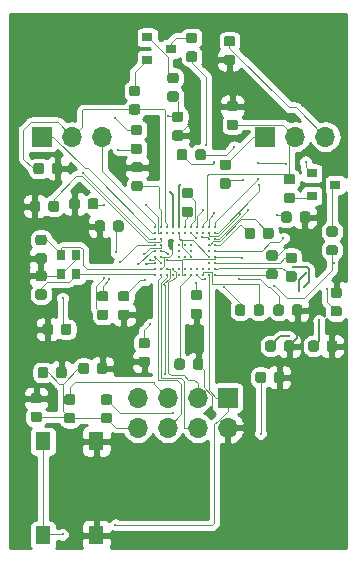
<source format=gbr>
G04 #@! TF.GenerationSoftware,KiCad,Pcbnew,(5.1.4)-1*
G04 #@! TF.CreationDate,2020-02-10T13:41:17-06:00*
G04 #@! TF.ProjectId,aducm_board,61647563-6d5f-4626-9f61-72642e6b6963,rev?*
G04 #@! TF.SameCoordinates,Original*
G04 #@! TF.FileFunction,Copper,L1,Top*
G04 #@! TF.FilePolarity,Positive*
%FSLAX46Y46*%
G04 Gerber Fmt 4.6, Leading zero omitted, Abs format (unit mm)*
G04 Created by KiCad (PCBNEW (5.1.4)-1) date 2020-02-10 13:41:17*
%MOMM*%
%LPD*%
G04 APERTURE LIST*
%ADD10R,0.900000X0.800000*%
%ADD11R,0.800000X0.900000*%
%ADD12R,0.250000X0.250000*%
%ADD13R,1.300000X1.550000*%
%ADD14C,0.100000*%
%ADD15C,0.875000*%
%ADD16O,1.700000X1.700000*%
%ADD17R,1.700000X1.700000*%
%ADD18C,0.200000*%
%ADD19C,0.150000*%
%ADD20C,0.254000*%
G04 APERTURE END LIST*
D10*
X136874000Y-91353600D03*
X134874000Y-92303600D03*
X134874000Y-90403600D03*
D11*
X128844200Y-108801400D03*
X127594200Y-110451400D03*
X128844200Y-110451400D03*
X127594200Y-108801400D03*
D12*
X137566400Y-108458000D03*
X138582400Y-108458000D03*
X138074400Y-108966000D03*
X137566400Y-108966000D03*
X138582400Y-108966000D03*
X138074400Y-107950000D03*
X137566400Y-107950000D03*
X138582400Y-107950000D03*
X140106400Y-108966000D03*
X140106400Y-107442000D03*
X140106400Y-108458000D03*
X140106400Y-109474000D03*
X140106400Y-107950000D03*
X140614400Y-107442000D03*
X140614400Y-108966000D03*
X140614400Y-109474000D03*
X140614400Y-107950000D03*
X140614400Y-108458000D03*
X136042400Y-107950000D03*
X136042400Y-109474000D03*
X136042400Y-107442000D03*
X136042400Y-108458000D03*
X136042400Y-108966000D03*
X135534400Y-108458000D03*
X135534400Y-107442000D03*
X135534400Y-107950000D03*
X135534400Y-109474000D03*
X135534400Y-108966000D03*
X139090400Y-110490000D03*
X136550400Y-110490000D03*
X137566400Y-110490000D03*
X138582400Y-110490000D03*
X139598400Y-110490000D03*
X137058400Y-110490000D03*
X138074400Y-110490000D03*
X135534400Y-110490000D03*
X140106400Y-110490000D03*
X140614400Y-110490000D03*
X136042400Y-110490000D03*
X138074400Y-109982000D03*
X137566400Y-109982000D03*
X139090400Y-109982000D03*
X138582400Y-109982000D03*
X135534400Y-109982000D03*
X136042400Y-109982000D03*
X139598400Y-109982000D03*
X137058400Y-109982000D03*
X140614400Y-109982000D03*
X136550400Y-109982000D03*
X140106400Y-109982000D03*
X138074400Y-106934000D03*
X137566400Y-106934000D03*
X139090400Y-106934000D03*
X138582400Y-106934000D03*
X135534400Y-106934000D03*
X136042400Y-106934000D03*
X139598400Y-106934000D03*
X137058400Y-106934000D03*
X140614400Y-106934000D03*
X136550400Y-106934000D03*
X140106400Y-106934000D03*
X139598400Y-106426000D03*
X140614400Y-106426000D03*
X140106400Y-106426000D03*
X137566400Y-106426000D03*
X138074400Y-106426000D03*
X139090400Y-106426000D03*
X138582400Y-106426000D03*
X137058400Y-106426000D03*
X136550400Y-106426000D03*
X136042400Y-106426000D03*
X135534400Y-106426000D03*
D13*
X130570800Y-124599800D03*
X130570800Y-132549800D03*
X126070800Y-124599800D03*
X126070800Y-132549800D03*
D14*
G36*
X147191291Y-101976153D02*
G01*
X147212526Y-101979303D01*
X147233350Y-101984519D01*
X147253562Y-101991751D01*
X147272968Y-102000930D01*
X147291381Y-102011966D01*
X147308624Y-102024754D01*
X147324530Y-102039170D01*
X147338946Y-102055076D01*
X147351734Y-102072319D01*
X147362770Y-102090732D01*
X147371949Y-102110138D01*
X147379181Y-102130350D01*
X147384397Y-102151174D01*
X147387547Y-102172409D01*
X147388600Y-102193850D01*
X147388600Y-102631350D01*
X147387547Y-102652791D01*
X147384397Y-102674026D01*
X147379181Y-102694850D01*
X147371949Y-102715062D01*
X147362770Y-102734468D01*
X147351734Y-102752881D01*
X147338946Y-102770124D01*
X147324530Y-102786030D01*
X147308624Y-102800446D01*
X147291381Y-102813234D01*
X147272968Y-102824270D01*
X147253562Y-102833449D01*
X147233350Y-102840681D01*
X147212526Y-102845897D01*
X147191291Y-102849047D01*
X147169850Y-102850100D01*
X146657350Y-102850100D01*
X146635909Y-102849047D01*
X146614674Y-102845897D01*
X146593850Y-102840681D01*
X146573638Y-102833449D01*
X146554232Y-102824270D01*
X146535819Y-102813234D01*
X146518576Y-102800446D01*
X146502670Y-102786030D01*
X146488254Y-102770124D01*
X146475466Y-102752881D01*
X146464430Y-102734468D01*
X146455251Y-102715062D01*
X146448019Y-102694850D01*
X146442803Y-102674026D01*
X146439653Y-102652791D01*
X146438600Y-102631350D01*
X146438600Y-102193850D01*
X146439653Y-102172409D01*
X146442803Y-102151174D01*
X146448019Y-102130350D01*
X146455251Y-102110138D01*
X146464430Y-102090732D01*
X146475466Y-102072319D01*
X146488254Y-102055076D01*
X146502670Y-102039170D01*
X146518576Y-102024754D01*
X146535819Y-102011966D01*
X146554232Y-102000930D01*
X146573638Y-101991751D01*
X146593850Y-101984519D01*
X146614674Y-101979303D01*
X146635909Y-101976153D01*
X146657350Y-101975100D01*
X147169850Y-101975100D01*
X147191291Y-101976153D01*
X147191291Y-101976153D01*
G37*
D15*
X146913600Y-102412600D03*
D14*
G36*
X147191291Y-103551153D02*
G01*
X147212526Y-103554303D01*
X147233350Y-103559519D01*
X147253562Y-103566751D01*
X147272968Y-103575930D01*
X147291381Y-103586966D01*
X147308624Y-103599754D01*
X147324530Y-103614170D01*
X147338946Y-103630076D01*
X147351734Y-103647319D01*
X147362770Y-103665732D01*
X147371949Y-103685138D01*
X147379181Y-103705350D01*
X147384397Y-103726174D01*
X147387547Y-103747409D01*
X147388600Y-103768850D01*
X147388600Y-104206350D01*
X147387547Y-104227791D01*
X147384397Y-104249026D01*
X147379181Y-104269850D01*
X147371949Y-104290062D01*
X147362770Y-104309468D01*
X147351734Y-104327881D01*
X147338946Y-104345124D01*
X147324530Y-104361030D01*
X147308624Y-104375446D01*
X147291381Y-104388234D01*
X147272968Y-104399270D01*
X147253562Y-104408449D01*
X147233350Y-104415681D01*
X147212526Y-104420897D01*
X147191291Y-104424047D01*
X147169850Y-104425100D01*
X146657350Y-104425100D01*
X146635909Y-104424047D01*
X146614674Y-104420897D01*
X146593850Y-104415681D01*
X146573638Y-104408449D01*
X146554232Y-104399270D01*
X146535819Y-104388234D01*
X146518576Y-104375446D01*
X146502670Y-104361030D01*
X146488254Y-104345124D01*
X146475466Y-104327881D01*
X146464430Y-104309468D01*
X146455251Y-104290062D01*
X146448019Y-104269850D01*
X146442803Y-104249026D01*
X146439653Y-104227791D01*
X146438600Y-104206350D01*
X146438600Y-103768850D01*
X146439653Y-103747409D01*
X146442803Y-103726174D01*
X146448019Y-103705350D01*
X146455251Y-103685138D01*
X146464430Y-103665732D01*
X146475466Y-103647319D01*
X146488254Y-103630076D01*
X146502670Y-103614170D01*
X146518576Y-103599754D01*
X146535819Y-103586966D01*
X146554232Y-103575930D01*
X146573638Y-103566751D01*
X146593850Y-103559519D01*
X146614674Y-103554303D01*
X146635909Y-103551153D01*
X146657350Y-103550100D01*
X147169850Y-103550100D01*
X147191291Y-103551153D01*
X147191291Y-103551153D01*
G37*
D15*
X146913600Y-103987600D03*
D14*
G36*
X138060391Y-99856053D02*
G01*
X138081626Y-99859203D01*
X138102450Y-99864419D01*
X138122662Y-99871651D01*
X138142068Y-99880830D01*
X138160481Y-99891866D01*
X138177724Y-99904654D01*
X138193630Y-99919070D01*
X138208046Y-99934976D01*
X138220834Y-99952219D01*
X138231870Y-99970632D01*
X138241049Y-99990038D01*
X138248281Y-100010250D01*
X138253497Y-100031074D01*
X138256647Y-100052309D01*
X138257700Y-100073750D01*
X138257700Y-100586250D01*
X138256647Y-100607691D01*
X138253497Y-100628926D01*
X138248281Y-100649750D01*
X138241049Y-100669962D01*
X138231870Y-100689368D01*
X138220834Y-100707781D01*
X138208046Y-100725024D01*
X138193630Y-100740930D01*
X138177724Y-100755346D01*
X138160481Y-100768134D01*
X138142068Y-100779170D01*
X138122662Y-100788349D01*
X138102450Y-100795581D01*
X138081626Y-100800797D01*
X138060391Y-100803947D01*
X138038950Y-100805000D01*
X137601450Y-100805000D01*
X137580009Y-100803947D01*
X137558774Y-100800797D01*
X137537950Y-100795581D01*
X137517738Y-100788349D01*
X137498332Y-100779170D01*
X137479919Y-100768134D01*
X137462676Y-100755346D01*
X137446770Y-100740930D01*
X137432354Y-100725024D01*
X137419566Y-100707781D01*
X137408530Y-100689368D01*
X137399351Y-100669962D01*
X137392119Y-100649750D01*
X137386903Y-100628926D01*
X137383753Y-100607691D01*
X137382700Y-100586250D01*
X137382700Y-100073750D01*
X137383753Y-100052309D01*
X137386903Y-100031074D01*
X137392119Y-100010250D01*
X137399351Y-99990038D01*
X137408530Y-99970632D01*
X137419566Y-99952219D01*
X137432354Y-99934976D01*
X137446770Y-99919070D01*
X137462676Y-99904654D01*
X137479919Y-99891866D01*
X137498332Y-99880830D01*
X137517738Y-99871651D01*
X137537950Y-99864419D01*
X137558774Y-99859203D01*
X137580009Y-99856053D01*
X137601450Y-99855000D01*
X138038950Y-99855000D01*
X138060391Y-99856053D01*
X138060391Y-99856053D01*
G37*
D15*
X137820200Y-100330000D03*
D14*
G36*
X139635391Y-99856053D02*
G01*
X139656626Y-99859203D01*
X139677450Y-99864419D01*
X139697662Y-99871651D01*
X139717068Y-99880830D01*
X139735481Y-99891866D01*
X139752724Y-99904654D01*
X139768630Y-99919070D01*
X139783046Y-99934976D01*
X139795834Y-99952219D01*
X139806870Y-99970632D01*
X139816049Y-99990038D01*
X139823281Y-100010250D01*
X139828497Y-100031074D01*
X139831647Y-100052309D01*
X139832700Y-100073750D01*
X139832700Y-100586250D01*
X139831647Y-100607691D01*
X139828497Y-100628926D01*
X139823281Y-100649750D01*
X139816049Y-100669962D01*
X139806870Y-100689368D01*
X139795834Y-100707781D01*
X139783046Y-100725024D01*
X139768630Y-100740930D01*
X139752724Y-100755346D01*
X139735481Y-100768134D01*
X139717068Y-100779170D01*
X139697662Y-100788349D01*
X139677450Y-100795581D01*
X139656626Y-100800797D01*
X139635391Y-100803947D01*
X139613950Y-100805000D01*
X139176450Y-100805000D01*
X139155009Y-100803947D01*
X139133774Y-100800797D01*
X139112950Y-100795581D01*
X139092738Y-100788349D01*
X139073332Y-100779170D01*
X139054919Y-100768134D01*
X139037676Y-100755346D01*
X139021770Y-100740930D01*
X139007354Y-100725024D01*
X138994566Y-100707781D01*
X138983530Y-100689368D01*
X138974351Y-100669962D01*
X138967119Y-100649750D01*
X138961903Y-100628926D01*
X138958753Y-100607691D01*
X138957700Y-100586250D01*
X138957700Y-100073750D01*
X138958753Y-100052309D01*
X138961903Y-100031074D01*
X138967119Y-100010250D01*
X138974351Y-99990038D01*
X138983530Y-99970632D01*
X138994566Y-99952219D01*
X139007354Y-99934976D01*
X139021770Y-99919070D01*
X139037676Y-99904654D01*
X139054919Y-99891866D01*
X139073332Y-99880830D01*
X139092738Y-99871651D01*
X139112950Y-99864419D01*
X139133774Y-99859203D01*
X139155009Y-99856053D01*
X139176450Y-99855000D01*
X139613950Y-99855000D01*
X139635391Y-99856053D01*
X139635391Y-99856053D01*
G37*
D15*
X139395200Y-100330000D03*
D14*
G36*
X150798091Y-107970953D02*
G01*
X150819326Y-107974103D01*
X150840150Y-107979319D01*
X150860362Y-107986551D01*
X150879768Y-107995730D01*
X150898181Y-108006766D01*
X150915424Y-108019554D01*
X150931330Y-108033970D01*
X150945746Y-108049876D01*
X150958534Y-108067119D01*
X150969570Y-108085532D01*
X150978749Y-108104938D01*
X150985981Y-108125150D01*
X150991197Y-108145974D01*
X150994347Y-108167209D01*
X150995400Y-108188650D01*
X150995400Y-108626150D01*
X150994347Y-108647591D01*
X150991197Y-108668826D01*
X150985981Y-108689650D01*
X150978749Y-108709862D01*
X150969570Y-108729268D01*
X150958534Y-108747681D01*
X150945746Y-108764924D01*
X150931330Y-108780830D01*
X150915424Y-108795246D01*
X150898181Y-108808034D01*
X150879768Y-108819070D01*
X150860362Y-108828249D01*
X150840150Y-108835481D01*
X150819326Y-108840697D01*
X150798091Y-108843847D01*
X150776650Y-108844900D01*
X150264150Y-108844900D01*
X150242709Y-108843847D01*
X150221474Y-108840697D01*
X150200650Y-108835481D01*
X150180438Y-108828249D01*
X150161032Y-108819070D01*
X150142619Y-108808034D01*
X150125376Y-108795246D01*
X150109470Y-108780830D01*
X150095054Y-108764924D01*
X150082266Y-108747681D01*
X150071230Y-108729268D01*
X150062051Y-108709862D01*
X150054819Y-108689650D01*
X150049603Y-108668826D01*
X150046453Y-108647591D01*
X150045400Y-108626150D01*
X150045400Y-108188650D01*
X150046453Y-108167209D01*
X150049603Y-108145974D01*
X150054819Y-108125150D01*
X150062051Y-108104938D01*
X150071230Y-108085532D01*
X150082266Y-108067119D01*
X150095054Y-108049876D01*
X150109470Y-108033970D01*
X150125376Y-108019554D01*
X150142619Y-108006766D01*
X150161032Y-107995730D01*
X150180438Y-107986551D01*
X150200650Y-107979319D01*
X150221474Y-107974103D01*
X150242709Y-107970953D01*
X150264150Y-107969900D01*
X150776650Y-107969900D01*
X150798091Y-107970953D01*
X150798091Y-107970953D01*
G37*
D15*
X150520400Y-108407400D03*
D14*
G36*
X150798091Y-106395953D02*
G01*
X150819326Y-106399103D01*
X150840150Y-106404319D01*
X150860362Y-106411551D01*
X150879768Y-106420730D01*
X150898181Y-106431766D01*
X150915424Y-106444554D01*
X150931330Y-106458970D01*
X150945746Y-106474876D01*
X150958534Y-106492119D01*
X150969570Y-106510532D01*
X150978749Y-106529938D01*
X150985981Y-106550150D01*
X150991197Y-106570974D01*
X150994347Y-106592209D01*
X150995400Y-106613650D01*
X150995400Y-107051150D01*
X150994347Y-107072591D01*
X150991197Y-107093826D01*
X150985981Y-107114650D01*
X150978749Y-107134862D01*
X150969570Y-107154268D01*
X150958534Y-107172681D01*
X150945746Y-107189924D01*
X150931330Y-107205830D01*
X150915424Y-107220246D01*
X150898181Y-107233034D01*
X150879768Y-107244070D01*
X150860362Y-107253249D01*
X150840150Y-107260481D01*
X150819326Y-107265697D01*
X150798091Y-107268847D01*
X150776650Y-107269900D01*
X150264150Y-107269900D01*
X150242709Y-107268847D01*
X150221474Y-107265697D01*
X150200650Y-107260481D01*
X150180438Y-107253249D01*
X150161032Y-107244070D01*
X150142619Y-107233034D01*
X150125376Y-107220246D01*
X150109470Y-107205830D01*
X150095054Y-107189924D01*
X150082266Y-107172681D01*
X150071230Y-107154268D01*
X150062051Y-107134862D01*
X150054819Y-107114650D01*
X150049603Y-107093826D01*
X150046453Y-107072591D01*
X150045400Y-107051150D01*
X150045400Y-106613650D01*
X150046453Y-106592209D01*
X150049603Y-106570974D01*
X150054819Y-106550150D01*
X150062051Y-106529938D01*
X150071230Y-106510532D01*
X150082266Y-106492119D01*
X150095054Y-106474876D01*
X150109470Y-106458970D01*
X150125376Y-106444554D01*
X150142619Y-106431766D01*
X150161032Y-106420730D01*
X150180438Y-106411551D01*
X150200650Y-106404319D01*
X150221474Y-106399103D01*
X150242709Y-106395953D01*
X150264150Y-106394900D01*
X150776650Y-106394900D01*
X150798091Y-106395953D01*
X150798091Y-106395953D01*
G37*
D15*
X150520400Y-106832400D03*
D14*
G36*
X134084891Y-96058253D02*
G01*
X134106126Y-96061403D01*
X134126950Y-96066619D01*
X134147162Y-96073851D01*
X134166568Y-96083030D01*
X134184981Y-96094066D01*
X134202224Y-96106854D01*
X134218130Y-96121270D01*
X134232546Y-96137176D01*
X134245334Y-96154419D01*
X134256370Y-96172832D01*
X134265549Y-96192238D01*
X134272781Y-96212450D01*
X134277997Y-96233274D01*
X134281147Y-96254509D01*
X134282200Y-96275950D01*
X134282200Y-96713450D01*
X134281147Y-96734891D01*
X134277997Y-96756126D01*
X134272781Y-96776950D01*
X134265549Y-96797162D01*
X134256370Y-96816568D01*
X134245334Y-96834981D01*
X134232546Y-96852224D01*
X134218130Y-96868130D01*
X134202224Y-96882546D01*
X134184981Y-96895334D01*
X134166568Y-96906370D01*
X134147162Y-96915549D01*
X134126950Y-96922781D01*
X134106126Y-96927997D01*
X134084891Y-96931147D01*
X134063450Y-96932200D01*
X133550950Y-96932200D01*
X133529509Y-96931147D01*
X133508274Y-96927997D01*
X133487450Y-96922781D01*
X133467238Y-96915549D01*
X133447832Y-96906370D01*
X133429419Y-96895334D01*
X133412176Y-96882546D01*
X133396270Y-96868130D01*
X133381854Y-96852224D01*
X133369066Y-96834981D01*
X133358030Y-96816568D01*
X133348851Y-96797162D01*
X133341619Y-96776950D01*
X133336403Y-96756126D01*
X133333253Y-96734891D01*
X133332200Y-96713450D01*
X133332200Y-96275950D01*
X133333253Y-96254509D01*
X133336403Y-96233274D01*
X133341619Y-96212450D01*
X133348851Y-96192238D01*
X133358030Y-96172832D01*
X133369066Y-96154419D01*
X133381854Y-96137176D01*
X133396270Y-96121270D01*
X133412176Y-96106854D01*
X133429419Y-96094066D01*
X133447832Y-96083030D01*
X133467238Y-96073851D01*
X133487450Y-96066619D01*
X133508274Y-96061403D01*
X133529509Y-96058253D01*
X133550950Y-96057200D01*
X134063450Y-96057200D01*
X134084891Y-96058253D01*
X134084891Y-96058253D01*
G37*
D15*
X133807200Y-96494700D03*
D14*
G36*
X134084891Y-94483253D02*
G01*
X134106126Y-94486403D01*
X134126950Y-94491619D01*
X134147162Y-94498851D01*
X134166568Y-94508030D01*
X134184981Y-94519066D01*
X134202224Y-94531854D01*
X134218130Y-94546270D01*
X134232546Y-94562176D01*
X134245334Y-94579419D01*
X134256370Y-94597832D01*
X134265549Y-94617238D01*
X134272781Y-94637450D01*
X134277997Y-94658274D01*
X134281147Y-94679509D01*
X134282200Y-94700950D01*
X134282200Y-95138450D01*
X134281147Y-95159891D01*
X134277997Y-95181126D01*
X134272781Y-95201950D01*
X134265549Y-95222162D01*
X134256370Y-95241568D01*
X134245334Y-95259981D01*
X134232546Y-95277224D01*
X134218130Y-95293130D01*
X134202224Y-95307546D01*
X134184981Y-95320334D01*
X134166568Y-95331370D01*
X134147162Y-95340549D01*
X134126950Y-95347781D01*
X134106126Y-95352997D01*
X134084891Y-95356147D01*
X134063450Y-95357200D01*
X133550950Y-95357200D01*
X133529509Y-95356147D01*
X133508274Y-95352997D01*
X133487450Y-95347781D01*
X133467238Y-95340549D01*
X133447832Y-95331370D01*
X133429419Y-95320334D01*
X133412176Y-95307546D01*
X133396270Y-95293130D01*
X133381854Y-95277224D01*
X133369066Y-95259981D01*
X133358030Y-95241568D01*
X133348851Y-95222162D01*
X133341619Y-95201950D01*
X133336403Y-95181126D01*
X133333253Y-95159891D01*
X133332200Y-95138450D01*
X133332200Y-94700950D01*
X133333253Y-94679509D01*
X133336403Y-94658274D01*
X133341619Y-94637450D01*
X133348851Y-94617238D01*
X133358030Y-94597832D01*
X133369066Y-94579419D01*
X133381854Y-94562176D01*
X133396270Y-94546270D01*
X133412176Y-94531854D01*
X133429419Y-94519066D01*
X133447832Y-94508030D01*
X133467238Y-94498851D01*
X133487450Y-94491619D01*
X133508274Y-94486403D01*
X133529509Y-94483253D01*
X133550950Y-94482200D01*
X134063450Y-94482200D01*
X134084891Y-94483253D01*
X134084891Y-94483253D01*
G37*
D15*
X133807200Y-94919700D03*
D14*
G36*
X137336091Y-94965953D02*
G01*
X137357326Y-94969103D01*
X137378150Y-94974319D01*
X137398362Y-94981551D01*
X137417768Y-94990730D01*
X137436181Y-95001766D01*
X137453424Y-95014554D01*
X137469330Y-95028970D01*
X137483746Y-95044876D01*
X137496534Y-95062119D01*
X137507570Y-95080532D01*
X137516749Y-95099938D01*
X137523981Y-95120150D01*
X137529197Y-95140974D01*
X137532347Y-95162209D01*
X137533400Y-95183650D01*
X137533400Y-95621150D01*
X137532347Y-95642591D01*
X137529197Y-95663826D01*
X137523981Y-95684650D01*
X137516749Y-95704862D01*
X137507570Y-95724268D01*
X137496534Y-95742681D01*
X137483746Y-95759924D01*
X137469330Y-95775830D01*
X137453424Y-95790246D01*
X137436181Y-95803034D01*
X137417768Y-95814070D01*
X137398362Y-95823249D01*
X137378150Y-95830481D01*
X137357326Y-95835697D01*
X137336091Y-95838847D01*
X137314650Y-95839900D01*
X136802150Y-95839900D01*
X136780709Y-95838847D01*
X136759474Y-95835697D01*
X136738650Y-95830481D01*
X136718438Y-95823249D01*
X136699032Y-95814070D01*
X136680619Y-95803034D01*
X136663376Y-95790246D01*
X136647470Y-95775830D01*
X136633054Y-95759924D01*
X136620266Y-95742681D01*
X136609230Y-95724268D01*
X136600051Y-95704862D01*
X136592819Y-95684650D01*
X136587603Y-95663826D01*
X136584453Y-95642591D01*
X136583400Y-95621150D01*
X136583400Y-95183650D01*
X136584453Y-95162209D01*
X136587603Y-95140974D01*
X136592819Y-95120150D01*
X136600051Y-95099938D01*
X136609230Y-95080532D01*
X136620266Y-95062119D01*
X136633054Y-95044876D01*
X136647470Y-95028970D01*
X136663376Y-95014554D01*
X136680619Y-95001766D01*
X136699032Y-94990730D01*
X136718438Y-94981551D01*
X136738650Y-94974319D01*
X136759474Y-94969103D01*
X136780709Y-94965953D01*
X136802150Y-94964900D01*
X137314650Y-94964900D01*
X137336091Y-94965953D01*
X137336091Y-94965953D01*
G37*
D15*
X137058400Y-95402400D03*
D14*
G36*
X137336091Y-93390953D02*
G01*
X137357326Y-93394103D01*
X137378150Y-93399319D01*
X137398362Y-93406551D01*
X137417768Y-93415730D01*
X137436181Y-93426766D01*
X137453424Y-93439554D01*
X137469330Y-93453970D01*
X137483746Y-93469876D01*
X137496534Y-93487119D01*
X137507570Y-93505532D01*
X137516749Y-93524938D01*
X137523981Y-93545150D01*
X137529197Y-93565974D01*
X137532347Y-93587209D01*
X137533400Y-93608650D01*
X137533400Y-94046150D01*
X137532347Y-94067591D01*
X137529197Y-94088826D01*
X137523981Y-94109650D01*
X137516749Y-94129862D01*
X137507570Y-94149268D01*
X137496534Y-94167681D01*
X137483746Y-94184924D01*
X137469330Y-94200830D01*
X137453424Y-94215246D01*
X137436181Y-94228034D01*
X137417768Y-94239070D01*
X137398362Y-94248249D01*
X137378150Y-94255481D01*
X137357326Y-94260697D01*
X137336091Y-94263847D01*
X137314650Y-94264900D01*
X136802150Y-94264900D01*
X136780709Y-94263847D01*
X136759474Y-94260697D01*
X136738650Y-94255481D01*
X136718438Y-94248249D01*
X136699032Y-94239070D01*
X136680619Y-94228034D01*
X136663376Y-94215246D01*
X136647470Y-94200830D01*
X136633054Y-94184924D01*
X136620266Y-94167681D01*
X136609230Y-94149268D01*
X136600051Y-94129862D01*
X136592819Y-94109650D01*
X136587603Y-94088826D01*
X136584453Y-94067591D01*
X136583400Y-94046150D01*
X136583400Y-93608650D01*
X136584453Y-93587209D01*
X136587603Y-93565974D01*
X136592819Y-93545150D01*
X136600051Y-93524938D01*
X136609230Y-93505532D01*
X136620266Y-93487119D01*
X136633054Y-93469876D01*
X136647470Y-93453970D01*
X136663376Y-93439554D01*
X136680619Y-93426766D01*
X136699032Y-93415730D01*
X136718438Y-93406551D01*
X136738650Y-93399319D01*
X136759474Y-93394103D01*
X136780709Y-93390953D01*
X136802150Y-93389900D01*
X137314650Y-93389900D01*
X137336091Y-93390953D01*
X137336091Y-93390953D01*
G37*
D15*
X137058400Y-93827400D03*
D14*
G36*
X138910891Y-91587853D02*
G01*
X138932126Y-91591003D01*
X138952950Y-91596219D01*
X138973162Y-91603451D01*
X138992568Y-91612630D01*
X139010981Y-91623666D01*
X139028224Y-91636454D01*
X139044130Y-91650870D01*
X139058546Y-91666776D01*
X139071334Y-91684019D01*
X139082370Y-91702432D01*
X139091549Y-91721838D01*
X139098781Y-91742050D01*
X139103997Y-91762874D01*
X139107147Y-91784109D01*
X139108200Y-91805550D01*
X139108200Y-92243050D01*
X139107147Y-92264491D01*
X139103997Y-92285726D01*
X139098781Y-92306550D01*
X139091549Y-92326762D01*
X139082370Y-92346168D01*
X139071334Y-92364581D01*
X139058546Y-92381824D01*
X139044130Y-92397730D01*
X139028224Y-92412146D01*
X139010981Y-92424934D01*
X138992568Y-92435970D01*
X138973162Y-92445149D01*
X138952950Y-92452381D01*
X138932126Y-92457597D01*
X138910891Y-92460747D01*
X138889450Y-92461800D01*
X138376950Y-92461800D01*
X138355509Y-92460747D01*
X138334274Y-92457597D01*
X138313450Y-92452381D01*
X138293238Y-92445149D01*
X138273832Y-92435970D01*
X138255419Y-92424934D01*
X138238176Y-92412146D01*
X138222270Y-92397730D01*
X138207854Y-92381824D01*
X138195066Y-92364581D01*
X138184030Y-92346168D01*
X138174851Y-92326762D01*
X138167619Y-92306550D01*
X138162403Y-92285726D01*
X138159253Y-92264491D01*
X138158200Y-92243050D01*
X138158200Y-91805550D01*
X138159253Y-91784109D01*
X138162403Y-91762874D01*
X138167619Y-91742050D01*
X138174851Y-91721838D01*
X138184030Y-91702432D01*
X138195066Y-91684019D01*
X138207854Y-91666776D01*
X138222270Y-91650870D01*
X138238176Y-91636454D01*
X138255419Y-91623666D01*
X138273832Y-91612630D01*
X138293238Y-91603451D01*
X138313450Y-91596219D01*
X138334274Y-91591003D01*
X138355509Y-91587853D01*
X138376950Y-91586800D01*
X138889450Y-91586800D01*
X138910891Y-91587853D01*
X138910891Y-91587853D01*
G37*
D15*
X138633200Y-92024300D03*
D14*
G36*
X138910891Y-90012853D02*
G01*
X138932126Y-90016003D01*
X138952950Y-90021219D01*
X138973162Y-90028451D01*
X138992568Y-90037630D01*
X139010981Y-90048666D01*
X139028224Y-90061454D01*
X139044130Y-90075870D01*
X139058546Y-90091776D01*
X139071334Y-90109019D01*
X139082370Y-90127432D01*
X139091549Y-90146838D01*
X139098781Y-90167050D01*
X139103997Y-90187874D01*
X139107147Y-90209109D01*
X139108200Y-90230550D01*
X139108200Y-90668050D01*
X139107147Y-90689491D01*
X139103997Y-90710726D01*
X139098781Y-90731550D01*
X139091549Y-90751762D01*
X139082370Y-90771168D01*
X139071334Y-90789581D01*
X139058546Y-90806824D01*
X139044130Y-90822730D01*
X139028224Y-90837146D01*
X139010981Y-90849934D01*
X138992568Y-90860970D01*
X138973162Y-90870149D01*
X138952950Y-90877381D01*
X138932126Y-90882597D01*
X138910891Y-90885747D01*
X138889450Y-90886800D01*
X138376950Y-90886800D01*
X138355509Y-90885747D01*
X138334274Y-90882597D01*
X138313450Y-90877381D01*
X138293238Y-90870149D01*
X138273832Y-90860970D01*
X138255419Y-90849934D01*
X138238176Y-90837146D01*
X138222270Y-90822730D01*
X138207854Y-90806824D01*
X138195066Y-90789581D01*
X138184030Y-90771168D01*
X138174851Y-90751762D01*
X138167619Y-90731550D01*
X138162403Y-90710726D01*
X138159253Y-90689491D01*
X138158200Y-90668050D01*
X138158200Y-90230550D01*
X138159253Y-90209109D01*
X138162403Y-90187874D01*
X138167619Y-90167050D01*
X138174851Y-90146838D01*
X138184030Y-90127432D01*
X138195066Y-90109019D01*
X138207854Y-90091776D01*
X138222270Y-90075870D01*
X138238176Y-90061454D01*
X138255419Y-90048666D01*
X138273832Y-90037630D01*
X138293238Y-90028451D01*
X138313450Y-90021219D01*
X138334274Y-90016003D01*
X138355509Y-90012853D01*
X138376950Y-90011800D01*
X138889450Y-90011800D01*
X138910891Y-90012853D01*
X138910891Y-90012853D01*
G37*
D15*
X138633200Y-90449300D03*
D14*
G36*
X138555291Y-104719553D02*
G01*
X138576526Y-104722703D01*
X138597350Y-104727919D01*
X138617562Y-104735151D01*
X138636968Y-104744330D01*
X138655381Y-104755366D01*
X138672624Y-104768154D01*
X138688530Y-104782570D01*
X138702946Y-104798476D01*
X138715734Y-104815719D01*
X138726770Y-104834132D01*
X138735949Y-104853538D01*
X138743181Y-104873750D01*
X138748397Y-104894574D01*
X138751547Y-104915809D01*
X138752600Y-104937250D01*
X138752600Y-105374750D01*
X138751547Y-105396191D01*
X138748397Y-105417426D01*
X138743181Y-105438250D01*
X138735949Y-105458462D01*
X138726770Y-105477868D01*
X138715734Y-105496281D01*
X138702946Y-105513524D01*
X138688530Y-105529430D01*
X138672624Y-105543846D01*
X138655381Y-105556634D01*
X138636968Y-105567670D01*
X138617562Y-105576849D01*
X138597350Y-105584081D01*
X138576526Y-105589297D01*
X138555291Y-105592447D01*
X138533850Y-105593500D01*
X138021350Y-105593500D01*
X137999909Y-105592447D01*
X137978674Y-105589297D01*
X137957850Y-105584081D01*
X137937638Y-105576849D01*
X137918232Y-105567670D01*
X137899819Y-105556634D01*
X137882576Y-105543846D01*
X137866670Y-105529430D01*
X137852254Y-105513524D01*
X137839466Y-105496281D01*
X137828430Y-105477868D01*
X137819251Y-105458462D01*
X137812019Y-105438250D01*
X137806803Y-105417426D01*
X137803653Y-105396191D01*
X137802600Y-105374750D01*
X137802600Y-104937250D01*
X137803653Y-104915809D01*
X137806803Y-104894574D01*
X137812019Y-104873750D01*
X137819251Y-104853538D01*
X137828430Y-104834132D01*
X137839466Y-104815719D01*
X137852254Y-104798476D01*
X137866670Y-104782570D01*
X137882576Y-104768154D01*
X137899819Y-104755366D01*
X137918232Y-104744330D01*
X137937638Y-104735151D01*
X137957850Y-104727919D01*
X137978674Y-104722703D01*
X137999909Y-104719553D01*
X138021350Y-104718500D01*
X138533850Y-104718500D01*
X138555291Y-104719553D01*
X138555291Y-104719553D01*
G37*
D15*
X138277600Y-105156000D03*
D14*
G36*
X138555291Y-103144553D02*
G01*
X138576526Y-103147703D01*
X138597350Y-103152919D01*
X138617562Y-103160151D01*
X138636968Y-103169330D01*
X138655381Y-103180366D01*
X138672624Y-103193154D01*
X138688530Y-103207570D01*
X138702946Y-103223476D01*
X138715734Y-103240719D01*
X138726770Y-103259132D01*
X138735949Y-103278538D01*
X138743181Y-103298750D01*
X138748397Y-103319574D01*
X138751547Y-103340809D01*
X138752600Y-103362250D01*
X138752600Y-103799750D01*
X138751547Y-103821191D01*
X138748397Y-103842426D01*
X138743181Y-103863250D01*
X138735949Y-103883462D01*
X138726770Y-103902868D01*
X138715734Y-103921281D01*
X138702946Y-103938524D01*
X138688530Y-103954430D01*
X138672624Y-103968846D01*
X138655381Y-103981634D01*
X138636968Y-103992670D01*
X138617562Y-104001849D01*
X138597350Y-104009081D01*
X138576526Y-104014297D01*
X138555291Y-104017447D01*
X138533850Y-104018500D01*
X138021350Y-104018500D01*
X137999909Y-104017447D01*
X137978674Y-104014297D01*
X137957850Y-104009081D01*
X137937638Y-104001849D01*
X137918232Y-103992670D01*
X137899819Y-103981634D01*
X137882576Y-103968846D01*
X137866670Y-103954430D01*
X137852254Y-103938524D01*
X137839466Y-103921281D01*
X137828430Y-103902868D01*
X137819251Y-103883462D01*
X137812019Y-103863250D01*
X137806803Y-103842426D01*
X137803653Y-103821191D01*
X137802600Y-103799750D01*
X137802600Y-103362250D01*
X137803653Y-103340809D01*
X137806803Y-103319574D01*
X137812019Y-103298750D01*
X137819251Y-103278538D01*
X137828430Y-103259132D01*
X137839466Y-103240719D01*
X137852254Y-103223476D01*
X137866670Y-103207570D01*
X137882576Y-103193154D01*
X137899819Y-103180366D01*
X137918232Y-103169330D01*
X137937638Y-103160151D01*
X137957850Y-103152919D01*
X137978674Y-103147703D01*
X137999909Y-103144553D01*
X138021350Y-103143500D01*
X138533850Y-103143500D01*
X138555291Y-103144553D01*
X138555291Y-103144553D01*
G37*
D15*
X138277600Y-103581000D03*
D14*
G36*
X128598491Y-120619953D02*
G01*
X128619726Y-120623103D01*
X128640550Y-120628319D01*
X128660762Y-120635551D01*
X128680168Y-120644730D01*
X128698581Y-120655766D01*
X128715824Y-120668554D01*
X128731730Y-120682970D01*
X128746146Y-120698876D01*
X128758934Y-120716119D01*
X128769970Y-120734532D01*
X128779149Y-120753938D01*
X128786381Y-120774150D01*
X128791597Y-120794974D01*
X128794747Y-120816209D01*
X128795800Y-120837650D01*
X128795800Y-121275150D01*
X128794747Y-121296591D01*
X128791597Y-121317826D01*
X128786381Y-121338650D01*
X128779149Y-121358862D01*
X128769970Y-121378268D01*
X128758934Y-121396681D01*
X128746146Y-121413924D01*
X128731730Y-121429830D01*
X128715824Y-121444246D01*
X128698581Y-121457034D01*
X128680168Y-121468070D01*
X128660762Y-121477249D01*
X128640550Y-121484481D01*
X128619726Y-121489697D01*
X128598491Y-121492847D01*
X128577050Y-121493900D01*
X128064550Y-121493900D01*
X128043109Y-121492847D01*
X128021874Y-121489697D01*
X128001050Y-121484481D01*
X127980838Y-121477249D01*
X127961432Y-121468070D01*
X127943019Y-121457034D01*
X127925776Y-121444246D01*
X127909870Y-121429830D01*
X127895454Y-121413924D01*
X127882666Y-121396681D01*
X127871630Y-121378268D01*
X127862451Y-121358862D01*
X127855219Y-121338650D01*
X127850003Y-121317826D01*
X127846853Y-121296591D01*
X127845800Y-121275150D01*
X127845800Y-120837650D01*
X127846853Y-120816209D01*
X127850003Y-120794974D01*
X127855219Y-120774150D01*
X127862451Y-120753938D01*
X127871630Y-120734532D01*
X127882666Y-120716119D01*
X127895454Y-120698876D01*
X127909870Y-120682970D01*
X127925776Y-120668554D01*
X127943019Y-120655766D01*
X127961432Y-120644730D01*
X127980838Y-120635551D01*
X128001050Y-120628319D01*
X128021874Y-120623103D01*
X128043109Y-120619953D01*
X128064550Y-120618900D01*
X128577050Y-120618900D01*
X128598491Y-120619953D01*
X128598491Y-120619953D01*
G37*
D15*
X128320800Y-121056400D03*
D14*
G36*
X128598491Y-122194953D02*
G01*
X128619726Y-122198103D01*
X128640550Y-122203319D01*
X128660762Y-122210551D01*
X128680168Y-122219730D01*
X128698581Y-122230766D01*
X128715824Y-122243554D01*
X128731730Y-122257970D01*
X128746146Y-122273876D01*
X128758934Y-122291119D01*
X128769970Y-122309532D01*
X128779149Y-122328938D01*
X128786381Y-122349150D01*
X128791597Y-122369974D01*
X128794747Y-122391209D01*
X128795800Y-122412650D01*
X128795800Y-122850150D01*
X128794747Y-122871591D01*
X128791597Y-122892826D01*
X128786381Y-122913650D01*
X128779149Y-122933862D01*
X128769970Y-122953268D01*
X128758934Y-122971681D01*
X128746146Y-122988924D01*
X128731730Y-123004830D01*
X128715824Y-123019246D01*
X128698581Y-123032034D01*
X128680168Y-123043070D01*
X128660762Y-123052249D01*
X128640550Y-123059481D01*
X128619726Y-123064697D01*
X128598491Y-123067847D01*
X128577050Y-123068900D01*
X128064550Y-123068900D01*
X128043109Y-123067847D01*
X128021874Y-123064697D01*
X128001050Y-123059481D01*
X127980838Y-123052249D01*
X127961432Y-123043070D01*
X127943019Y-123032034D01*
X127925776Y-123019246D01*
X127909870Y-123004830D01*
X127895454Y-122988924D01*
X127882666Y-122971681D01*
X127871630Y-122953268D01*
X127862451Y-122933862D01*
X127855219Y-122913650D01*
X127850003Y-122892826D01*
X127846853Y-122871591D01*
X127845800Y-122850150D01*
X127845800Y-122412650D01*
X127846853Y-122391209D01*
X127850003Y-122369974D01*
X127855219Y-122349150D01*
X127862451Y-122328938D01*
X127871630Y-122309532D01*
X127882666Y-122291119D01*
X127895454Y-122273876D01*
X127909870Y-122257970D01*
X127925776Y-122243554D01*
X127943019Y-122230766D01*
X127961432Y-122219730D01*
X127980838Y-122210551D01*
X128001050Y-122203319D01*
X128021874Y-122198103D01*
X128043109Y-122194953D01*
X128064550Y-122193900D01*
X128577050Y-122193900D01*
X128598491Y-122194953D01*
X128598491Y-122194953D01*
G37*
D15*
X128320800Y-122631400D03*
D14*
G36*
X131697291Y-120619953D02*
G01*
X131718526Y-120623103D01*
X131739350Y-120628319D01*
X131759562Y-120635551D01*
X131778968Y-120644730D01*
X131797381Y-120655766D01*
X131814624Y-120668554D01*
X131830530Y-120682970D01*
X131844946Y-120698876D01*
X131857734Y-120716119D01*
X131868770Y-120734532D01*
X131877949Y-120753938D01*
X131885181Y-120774150D01*
X131890397Y-120794974D01*
X131893547Y-120816209D01*
X131894600Y-120837650D01*
X131894600Y-121275150D01*
X131893547Y-121296591D01*
X131890397Y-121317826D01*
X131885181Y-121338650D01*
X131877949Y-121358862D01*
X131868770Y-121378268D01*
X131857734Y-121396681D01*
X131844946Y-121413924D01*
X131830530Y-121429830D01*
X131814624Y-121444246D01*
X131797381Y-121457034D01*
X131778968Y-121468070D01*
X131759562Y-121477249D01*
X131739350Y-121484481D01*
X131718526Y-121489697D01*
X131697291Y-121492847D01*
X131675850Y-121493900D01*
X131163350Y-121493900D01*
X131141909Y-121492847D01*
X131120674Y-121489697D01*
X131099850Y-121484481D01*
X131079638Y-121477249D01*
X131060232Y-121468070D01*
X131041819Y-121457034D01*
X131024576Y-121444246D01*
X131008670Y-121429830D01*
X130994254Y-121413924D01*
X130981466Y-121396681D01*
X130970430Y-121378268D01*
X130961251Y-121358862D01*
X130954019Y-121338650D01*
X130948803Y-121317826D01*
X130945653Y-121296591D01*
X130944600Y-121275150D01*
X130944600Y-120837650D01*
X130945653Y-120816209D01*
X130948803Y-120794974D01*
X130954019Y-120774150D01*
X130961251Y-120753938D01*
X130970430Y-120734532D01*
X130981466Y-120716119D01*
X130994254Y-120698876D01*
X131008670Y-120682970D01*
X131024576Y-120668554D01*
X131041819Y-120655766D01*
X131060232Y-120644730D01*
X131079638Y-120635551D01*
X131099850Y-120628319D01*
X131120674Y-120623103D01*
X131141909Y-120619953D01*
X131163350Y-120618900D01*
X131675850Y-120618900D01*
X131697291Y-120619953D01*
X131697291Y-120619953D01*
G37*
D15*
X131419600Y-121056400D03*
D14*
G36*
X131697291Y-122194953D02*
G01*
X131718526Y-122198103D01*
X131739350Y-122203319D01*
X131759562Y-122210551D01*
X131778968Y-122219730D01*
X131797381Y-122230766D01*
X131814624Y-122243554D01*
X131830530Y-122257970D01*
X131844946Y-122273876D01*
X131857734Y-122291119D01*
X131868770Y-122309532D01*
X131877949Y-122328938D01*
X131885181Y-122349150D01*
X131890397Y-122369974D01*
X131893547Y-122391209D01*
X131894600Y-122412650D01*
X131894600Y-122850150D01*
X131893547Y-122871591D01*
X131890397Y-122892826D01*
X131885181Y-122913650D01*
X131877949Y-122933862D01*
X131868770Y-122953268D01*
X131857734Y-122971681D01*
X131844946Y-122988924D01*
X131830530Y-123004830D01*
X131814624Y-123019246D01*
X131797381Y-123032034D01*
X131778968Y-123043070D01*
X131759562Y-123052249D01*
X131739350Y-123059481D01*
X131718526Y-123064697D01*
X131697291Y-123067847D01*
X131675850Y-123068900D01*
X131163350Y-123068900D01*
X131141909Y-123067847D01*
X131120674Y-123064697D01*
X131099850Y-123059481D01*
X131079638Y-123052249D01*
X131060232Y-123043070D01*
X131041819Y-123032034D01*
X131024576Y-123019246D01*
X131008670Y-123004830D01*
X130994254Y-122988924D01*
X130981466Y-122971681D01*
X130970430Y-122953268D01*
X130961251Y-122933862D01*
X130954019Y-122913650D01*
X130948803Y-122892826D01*
X130945653Y-122871591D01*
X130944600Y-122850150D01*
X130944600Y-122412650D01*
X130945653Y-122391209D01*
X130948803Y-122369974D01*
X130954019Y-122349150D01*
X130961251Y-122328938D01*
X130970430Y-122309532D01*
X130981466Y-122291119D01*
X130994254Y-122273876D01*
X131008670Y-122257970D01*
X131024576Y-122243554D01*
X131041819Y-122230766D01*
X131060232Y-122219730D01*
X131079638Y-122210551D01*
X131099850Y-122203319D01*
X131120674Y-122198103D01*
X131141909Y-122194953D01*
X131163350Y-122193900D01*
X131675850Y-122193900D01*
X131697291Y-122194953D01*
X131697291Y-122194953D01*
G37*
D15*
X131419600Y-122631400D03*
D10*
X150809200Y-102870000D03*
X148809200Y-103820000D03*
X148809200Y-101920000D03*
D16*
X149961600Y-98806000D03*
X147421600Y-98806000D03*
D17*
X144881600Y-98806000D03*
D16*
X131064000Y-98806000D03*
X128524000Y-98806000D03*
D17*
X125984000Y-98806000D03*
D16*
X134061200Y-123444000D03*
X134061200Y-120904000D03*
X136601200Y-123444000D03*
X136601200Y-120904000D03*
X139141200Y-123444000D03*
X139141200Y-120904000D03*
X141681200Y-123444000D03*
D17*
X141681200Y-120904000D03*
D14*
G36*
X142111291Y-91867153D02*
G01*
X142132526Y-91870303D01*
X142153350Y-91875519D01*
X142173562Y-91882751D01*
X142192968Y-91891930D01*
X142211381Y-91902966D01*
X142228624Y-91915754D01*
X142244530Y-91930170D01*
X142258946Y-91946076D01*
X142271734Y-91963319D01*
X142282770Y-91981732D01*
X142291949Y-92001138D01*
X142299181Y-92021350D01*
X142304397Y-92042174D01*
X142307547Y-92063409D01*
X142308600Y-92084850D01*
X142308600Y-92522350D01*
X142307547Y-92543791D01*
X142304397Y-92565026D01*
X142299181Y-92585850D01*
X142291949Y-92606062D01*
X142282770Y-92625468D01*
X142271734Y-92643881D01*
X142258946Y-92661124D01*
X142244530Y-92677030D01*
X142228624Y-92691446D01*
X142211381Y-92704234D01*
X142192968Y-92715270D01*
X142173562Y-92724449D01*
X142153350Y-92731681D01*
X142132526Y-92736897D01*
X142111291Y-92740047D01*
X142089850Y-92741100D01*
X141577350Y-92741100D01*
X141555909Y-92740047D01*
X141534674Y-92736897D01*
X141513850Y-92731681D01*
X141493638Y-92724449D01*
X141474232Y-92715270D01*
X141455819Y-92704234D01*
X141438576Y-92691446D01*
X141422670Y-92677030D01*
X141408254Y-92661124D01*
X141395466Y-92643881D01*
X141384430Y-92625468D01*
X141375251Y-92606062D01*
X141368019Y-92585850D01*
X141362803Y-92565026D01*
X141359653Y-92543791D01*
X141358600Y-92522350D01*
X141358600Y-92084850D01*
X141359653Y-92063409D01*
X141362803Y-92042174D01*
X141368019Y-92021350D01*
X141375251Y-92001138D01*
X141384430Y-91981732D01*
X141395466Y-91963319D01*
X141408254Y-91946076D01*
X141422670Y-91930170D01*
X141438576Y-91915754D01*
X141455819Y-91902966D01*
X141474232Y-91891930D01*
X141493638Y-91882751D01*
X141513850Y-91875519D01*
X141534674Y-91870303D01*
X141555909Y-91867153D01*
X141577350Y-91866100D01*
X142089850Y-91866100D01*
X142111291Y-91867153D01*
X142111291Y-91867153D01*
G37*
D15*
X141833600Y-92303600D03*
D14*
G36*
X142111291Y-90292153D02*
G01*
X142132526Y-90295303D01*
X142153350Y-90300519D01*
X142173562Y-90307751D01*
X142192968Y-90316930D01*
X142211381Y-90327966D01*
X142228624Y-90340754D01*
X142244530Y-90355170D01*
X142258946Y-90371076D01*
X142271734Y-90388319D01*
X142282770Y-90406732D01*
X142291949Y-90426138D01*
X142299181Y-90446350D01*
X142304397Y-90467174D01*
X142307547Y-90488409D01*
X142308600Y-90509850D01*
X142308600Y-90947350D01*
X142307547Y-90968791D01*
X142304397Y-90990026D01*
X142299181Y-91010850D01*
X142291949Y-91031062D01*
X142282770Y-91050468D01*
X142271734Y-91068881D01*
X142258946Y-91086124D01*
X142244530Y-91102030D01*
X142228624Y-91116446D01*
X142211381Y-91129234D01*
X142192968Y-91140270D01*
X142173562Y-91149449D01*
X142153350Y-91156681D01*
X142132526Y-91161897D01*
X142111291Y-91165047D01*
X142089850Y-91166100D01*
X141577350Y-91166100D01*
X141555909Y-91165047D01*
X141534674Y-91161897D01*
X141513850Y-91156681D01*
X141493638Y-91149449D01*
X141474232Y-91140270D01*
X141455819Y-91129234D01*
X141438576Y-91116446D01*
X141422670Y-91102030D01*
X141408254Y-91086124D01*
X141395466Y-91068881D01*
X141384430Y-91050468D01*
X141375251Y-91031062D01*
X141368019Y-91010850D01*
X141362803Y-90990026D01*
X141359653Y-90968791D01*
X141358600Y-90947350D01*
X141358600Y-90509850D01*
X141359653Y-90488409D01*
X141362803Y-90467174D01*
X141368019Y-90446350D01*
X141375251Y-90426138D01*
X141384430Y-90406732D01*
X141395466Y-90388319D01*
X141408254Y-90371076D01*
X141422670Y-90355170D01*
X141438576Y-90340754D01*
X141455819Y-90327966D01*
X141474232Y-90316930D01*
X141493638Y-90307751D01*
X141513850Y-90300519D01*
X141534674Y-90295303D01*
X141555909Y-90292153D01*
X141577350Y-90291100D01*
X142089850Y-90291100D01*
X142111291Y-90292153D01*
X142111291Y-90292153D01*
G37*
D15*
X141833600Y-90728600D03*
D14*
G36*
X142365291Y-95778553D02*
G01*
X142386526Y-95781703D01*
X142407350Y-95786919D01*
X142427562Y-95794151D01*
X142446968Y-95803330D01*
X142465381Y-95814366D01*
X142482624Y-95827154D01*
X142498530Y-95841570D01*
X142512946Y-95857476D01*
X142525734Y-95874719D01*
X142536770Y-95893132D01*
X142545949Y-95912538D01*
X142553181Y-95932750D01*
X142558397Y-95953574D01*
X142561547Y-95974809D01*
X142562600Y-95996250D01*
X142562600Y-96433750D01*
X142561547Y-96455191D01*
X142558397Y-96476426D01*
X142553181Y-96497250D01*
X142545949Y-96517462D01*
X142536770Y-96536868D01*
X142525734Y-96555281D01*
X142512946Y-96572524D01*
X142498530Y-96588430D01*
X142482624Y-96602846D01*
X142465381Y-96615634D01*
X142446968Y-96626670D01*
X142427562Y-96635849D01*
X142407350Y-96643081D01*
X142386526Y-96648297D01*
X142365291Y-96651447D01*
X142343850Y-96652500D01*
X141831350Y-96652500D01*
X141809909Y-96651447D01*
X141788674Y-96648297D01*
X141767850Y-96643081D01*
X141747638Y-96635849D01*
X141728232Y-96626670D01*
X141709819Y-96615634D01*
X141692576Y-96602846D01*
X141676670Y-96588430D01*
X141662254Y-96572524D01*
X141649466Y-96555281D01*
X141638430Y-96536868D01*
X141629251Y-96517462D01*
X141622019Y-96497250D01*
X141616803Y-96476426D01*
X141613653Y-96455191D01*
X141612600Y-96433750D01*
X141612600Y-95996250D01*
X141613653Y-95974809D01*
X141616803Y-95953574D01*
X141622019Y-95932750D01*
X141629251Y-95912538D01*
X141638430Y-95893132D01*
X141649466Y-95874719D01*
X141662254Y-95857476D01*
X141676670Y-95841570D01*
X141692576Y-95827154D01*
X141709819Y-95814366D01*
X141728232Y-95803330D01*
X141747638Y-95794151D01*
X141767850Y-95786919D01*
X141788674Y-95781703D01*
X141809909Y-95778553D01*
X141831350Y-95777500D01*
X142343850Y-95777500D01*
X142365291Y-95778553D01*
X142365291Y-95778553D01*
G37*
D15*
X142087600Y-96215000D03*
D14*
G36*
X142365291Y-97353553D02*
G01*
X142386526Y-97356703D01*
X142407350Y-97361919D01*
X142427562Y-97369151D01*
X142446968Y-97378330D01*
X142465381Y-97389366D01*
X142482624Y-97402154D01*
X142498530Y-97416570D01*
X142512946Y-97432476D01*
X142525734Y-97449719D01*
X142536770Y-97468132D01*
X142545949Y-97487538D01*
X142553181Y-97507750D01*
X142558397Y-97528574D01*
X142561547Y-97549809D01*
X142562600Y-97571250D01*
X142562600Y-98008750D01*
X142561547Y-98030191D01*
X142558397Y-98051426D01*
X142553181Y-98072250D01*
X142545949Y-98092462D01*
X142536770Y-98111868D01*
X142525734Y-98130281D01*
X142512946Y-98147524D01*
X142498530Y-98163430D01*
X142482624Y-98177846D01*
X142465381Y-98190634D01*
X142446968Y-98201670D01*
X142427562Y-98210849D01*
X142407350Y-98218081D01*
X142386526Y-98223297D01*
X142365291Y-98226447D01*
X142343850Y-98227500D01*
X141831350Y-98227500D01*
X141809909Y-98226447D01*
X141788674Y-98223297D01*
X141767850Y-98218081D01*
X141747638Y-98210849D01*
X141728232Y-98201670D01*
X141709819Y-98190634D01*
X141692576Y-98177846D01*
X141676670Y-98163430D01*
X141662254Y-98147524D01*
X141649466Y-98130281D01*
X141638430Y-98111868D01*
X141629251Y-98092462D01*
X141622019Y-98072250D01*
X141616803Y-98051426D01*
X141613653Y-98030191D01*
X141612600Y-98008750D01*
X141612600Y-97571250D01*
X141613653Y-97549809D01*
X141616803Y-97528574D01*
X141622019Y-97507750D01*
X141629251Y-97487538D01*
X141638430Y-97468132D01*
X141649466Y-97449719D01*
X141662254Y-97432476D01*
X141676670Y-97416570D01*
X141692576Y-97402154D01*
X141709819Y-97389366D01*
X141728232Y-97378330D01*
X141747638Y-97369151D01*
X141767850Y-97361919D01*
X141788674Y-97356703D01*
X141809909Y-97353553D01*
X141831350Y-97352500D01*
X142343850Y-97352500D01*
X142365291Y-97353553D01*
X142365291Y-97353553D01*
G37*
D15*
X142087600Y-97790000D03*
D14*
G36*
X141755691Y-102331953D02*
G01*
X141776926Y-102335103D01*
X141797750Y-102340319D01*
X141817962Y-102347551D01*
X141837368Y-102356730D01*
X141855781Y-102367766D01*
X141873024Y-102380554D01*
X141888930Y-102394970D01*
X141903346Y-102410876D01*
X141916134Y-102428119D01*
X141927170Y-102446532D01*
X141936349Y-102465938D01*
X141943581Y-102486150D01*
X141948797Y-102506974D01*
X141951947Y-102528209D01*
X141953000Y-102549650D01*
X141953000Y-102987150D01*
X141951947Y-103008591D01*
X141948797Y-103029826D01*
X141943581Y-103050650D01*
X141936349Y-103070862D01*
X141927170Y-103090268D01*
X141916134Y-103108681D01*
X141903346Y-103125924D01*
X141888930Y-103141830D01*
X141873024Y-103156246D01*
X141855781Y-103169034D01*
X141837368Y-103180070D01*
X141817962Y-103189249D01*
X141797750Y-103196481D01*
X141776926Y-103201697D01*
X141755691Y-103204847D01*
X141734250Y-103205900D01*
X141221750Y-103205900D01*
X141200309Y-103204847D01*
X141179074Y-103201697D01*
X141158250Y-103196481D01*
X141138038Y-103189249D01*
X141118632Y-103180070D01*
X141100219Y-103169034D01*
X141082976Y-103156246D01*
X141067070Y-103141830D01*
X141052654Y-103125924D01*
X141039866Y-103108681D01*
X141028830Y-103090268D01*
X141019651Y-103070862D01*
X141012419Y-103050650D01*
X141007203Y-103029826D01*
X141004053Y-103008591D01*
X141003000Y-102987150D01*
X141003000Y-102549650D01*
X141004053Y-102528209D01*
X141007203Y-102506974D01*
X141012419Y-102486150D01*
X141019651Y-102465938D01*
X141028830Y-102446532D01*
X141039866Y-102428119D01*
X141052654Y-102410876D01*
X141067070Y-102394970D01*
X141082976Y-102380554D01*
X141100219Y-102367766D01*
X141118632Y-102356730D01*
X141138038Y-102347551D01*
X141158250Y-102340319D01*
X141179074Y-102335103D01*
X141200309Y-102331953D01*
X141221750Y-102330900D01*
X141734250Y-102330900D01*
X141755691Y-102331953D01*
X141755691Y-102331953D01*
G37*
D15*
X141478000Y-102768400D03*
D14*
G36*
X141755691Y-100756953D02*
G01*
X141776926Y-100760103D01*
X141797750Y-100765319D01*
X141817962Y-100772551D01*
X141837368Y-100781730D01*
X141855781Y-100792766D01*
X141873024Y-100805554D01*
X141888930Y-100819970D01*
X141903346Y-100835876D01*
X141916134Y-100853119D01*
X141927170Y-100871532D01*
X141936349Y-100890938D01*
X141943581Y-100911150D01*
X141948797Y-100931974D01*
X141951947Y-100953209D01*
X141953000Y-100974650D01*
X141953000Y-101412150D01*
X141951947Y-101433591D01*
X141948797Y-101454826D01*
X141943581Y-101475650D01*
X141936349Y-101495862D01*
X141927170Y-101515268D01*
X141916134Y-101533681D01*
X141903346Y-101550924D01*
X141888930Y-101566830D01*
X141873024Y-101581246D01*
X141855781Y-101594034D01*
X141837368Y-101605070D01*
X141817962Y-101614249D01*
X141797750Y-101621481D01*
X141776926Y-101626697D01*
X141755691Y-101629847D01*
X141734250Y-101630900D01*
X141221750Y-101630900D01*
X141200309Y-101629847D01*
X141179074Y-101626697D01*
X141158250Y-101621481D01*
X141138038Y-101614249D01*
X141118632Y-101605070D01*
X141100219Y-101594034D01*
X141082976Y-101581246D01*
X141067070Y-101566830D01*
X141052654Y-101550924D01*
X141039866Y-101533681D01*
X141028830Y-101515268D01*
X141019651Y-101495862D01*
X141012419Y-101475650D01*
X141007203Y-101454826D01*
X141004053Y-101433591D01*
X141003000Y-101412150D01*
X141003000Y-100974650D01*
X141004053Y-100953209D01*
X141007203Y-100931974D01*
X141012419Y-100911150D01*
X141019651Y-100890938D01*
X141028830Y-100871532D01*
X141039866Y-100853119D01*
X141052654Y-100835876D01*
X141067070Y-100819970D01*
X141082976Y-100805554D01*
X141100219Y-100792766D01*
X141118632Y-100781730D01*
X141138038Y-100772551D01*
X141158250Y-100765319D01*
X141179074Y-100760103D01*
X141200309Y-100756953D01*
X141221750Y-100755900D01*
X141734250Y-100755900D01*
X141755691Y-100756953D01*
X141755691Y-100756953D01*
G37*
D15*
X141478000Y-101193400D03*
D14*
G36*
X137742491Y-98268153D02*
G01*
X137763726Y-98271303D01*
X137784550Y-98276519D01*
X137804762Y-98283751D01*
X137824168Y-98292930D01*
X137842581Y-98303966D01*
X137859824Y-98316754D01*
X137875730Y-98331170D01*
X137890146Y-98347076D01*
X137902934Y-98364319D01*
X137913970Y-98382732D01*
X137923149Y-98402138D01*
X137930381Y-98422350D01*
X137935597Y-98443174D01*
X137938747Y-98464409D01*
X137939800Y-98485850D01*
X137939800Y-98923350D01*
X137938747Y-98944791D01*
X137935597Y-98966026D01*
X137930381Y-98986850D01*
X137923149Y-99007062D01*
X137913970Y-99026468D01*
X137902934Y-99044881D01*
X137890146Y-99062124D01*
X137875730Y-99078030D01*
X137859824Y-99092446D01*
X137842581Y-99105234D01*
X137824168Y-99116270D01*
X137804762Y-99125449D01*
X137784550Y-99132681D01*
X137763726Y-99137897D01*
X137742491Y-99141047D01*
X137721050Y-99142100D01*
X137208550Y-99142100D01*
X137187109Y-99141047D01*
X137165874Y-99137897D01*
X137145050Y-99132681D01*
X137124838Y-99125449D01*
X137105432Y-99116270D01*
X137087019Y-99105234D01*
X137069776Y-99092446D01*
X137053870Y-99078030D01*
X137039454Y-99062124D01*
X137026666Y-99044881D01*
X137015630Y-99026468D01*
X137006451Y-99007062D01*
X136999219Y-98986850D01*
X136994003Y-98966026D01*
X136990853Y-98944791D01*
X136989800Y-98923350D01*
X136989800Y-98485850D01*
X136990853Y-98464409D01*
X136994003Y-98443174D01*
X136999219Y-98422350D01*
X137006451Y-98402138D01*
X137015630Y-98382732D01*
X137026666Y-98364319D01*
X137039454Y-98347076D01*
X137053870Y-98331170D01*
X137069776Y-98316754D01*
X137087019Y-98303966D01*
X137105432Y-98292930D01*
X137124838Y-98283751D01*
X137145050Y-98276519D01*
X137165874Y-98271303D01*
X137187109Y-98268153D01*
X137208550Y-98267100D01*
X137721050Y-98267100D01*
X137742491Y-98268153D01*
X137742491Y-98268153D01*
G37*
D15*
X137464800Y-98704600D03*
D14*
G36*
X137742491Y-96693153D02*
G01*
X137763726Y-96696303D01*
X137784550Y-96701519D01*
X137804762Y-96708751D01*
X137824168Y-96717930D01*
X137842581Y-96728966D01*
X137859824Y-96741754D01*
X137875730Y-96756170D01*
X137890146Y-96772076D01*
X137902934Y-96789319D01*
X137913970Y-96807732D01*
X137923149Y-96827138D01*
X137930381Y-96847350D01*
X137935597Y-96868174D01*
X137938747Y-96889409D01*
X137939800Y-96910850D01*
X137939800Y-97348350D01*
X137938747Y-97369791D01*
X137935597Y-97391026D01*
X137930381Y-97411850D01*
X137923149Y-97432062D01*
X137913970Y-97451468D01*
X137902934Y-97469881D01*
X137890146Y-97487124D01*
X137875730Y-97503030D01*
X137859824Y-97517446D01*
X137842581Y-97530234D01*
X137824168Y-97541270D01*
X137804762Y-97550449D01*
X137784550Y-97557681D01*
X137763726Y-97562897D01*
X137742491Y-97566047D01*
X137721050Y-97567100D01*
X137208550Y-97567100D01*
X137187109Y-97566047D01*
X137165874Y-97562897D01*
X137145050Y-97557681D01*
X137124838Y-97550449D01*
X137105432Y-97541270D01*
X137087019Y-97530234D01*
X137069776Y-97517446D01*
X137053870Y-97503030D01*
X137039454Y-97487124D01*
X137026666Y-97469881D01*
X137015630Y-97451468D01*
X137006451Y-97432062D01*
X136999219Y-97411850D01*
X136994003Y-97391026D01*
X136990853Y-97369791D01*
X136989800Y-97348350D01*
X136989800Y-96910850D01*
X136990853Y-96889409D01*
X136994003Y-96868174D01*
X136999219Y-96847350D01*
X137006451Y-96827138D01*
X137015630Y-96807732D01*
X137026666Y-96789319D01*
X137039454Y-96772076D01*
X137053870Y-96756170D01*
X137069776Y-96741754D01*
X137087019Y-96728966D01*
X137105432Y-96717930D01*
X137124838Y-96708751D01*
X137145050Y-96701519D01*
X137165874Y-96696303D01*
X137187109Y-96693153D01*
X137208550Y-96692100D01*
X137721050Y-96692100D01*
X137742491Y-96693153D01*
X137742491Y-96693153D01*
G37*
D15*
X137464800Y-97129600D03*
D14*
G36*
X127494191Y-101024453D02*
G01*
X127515426Y-101027603D01*
X127536250Y-101032819D01*
X127556462Y-101040051D01*
X127575868Y-101049230D01*
X127594281Y-101060266D01*
X127611524Y-101073054D01*
X127627430Y-101087470D01*
X127641846Y-101103376D01*
X127654634Y-101120619D01*
X127665670Y-101139032D01*
X127674849Y-101158438D01*
X127682081Y-101178650D01*
X127687297Y-101199474D01*
X127690447Y-101220709D01*
X127691500Y-101242150D01*
X127691500Y-101754650D01*
X127690447Y-101776091D01*
X127687297Y-101797326D01*
X127682081Y-101818150D01*
X127674849Y-101838362D01*
X127665670Y-101857768D01*
X127654634Y-101876181D01*
X127641846Y-101893424D01*
X127627430Y-101909330D01*
X127611524Y-101923746D01*
X127594281Y-101936534D01*
X127575868Y-101947570D01*
X127556462Y-101956749D01*
X127536250Y-101963981D01*
X127515426Y-101969197D01*
X127494191Y-101972347D01*
X127472750Y-101973400D01*
X127035250Y-101973400D01*
X127013809Y-101972347D01*
X126992574Y-101969197D01*
X126971750Y-101963981D01*
X126951538Y-101956749D01*
X126932132Y-101947570D01*
X126913719Y-101936534D01*
X126896476Y-101923746D01*
X126880570Y-101909330D01*
X126866154Y-101893424D01*
X126853366Y-101876181D01*
X126842330Y-101857768D01*
X126833151Y-101838362D01*
X126825919Y-101818150D01*
X126820703Y-101797326D01*
X126817553Y-101776091D01*
X126816500Y-101754650D01*
X126816500Y-101242150D01*
X126817553Y-101220709D01*
X126820703Y-101199474D01*
X126825919Y-101178650D01*
X126833151Y-101158438D01*
X126842330Y-101139032D01*
X126853366Y-101120619D01*
X126866154Y-101103376D01*
X126880570Y-101087470D01*
X126896476Y-101073054D01*
X126913719Y-101060266D01*
X126932132Y-101049230D01*
X126951538Y-101040051D01*
X126971750Y-101032819D01*
X126992574Y-101027603D01*
X127013809Y-101024453D01*
X127035250Y-101023400D01*
X127472750Y-101023400D01*
X127494191Y-101024453D01*
X127494191Y-101024453D01*
G37*
D15*
X127254000Y-101498400D03*
D14*
G36*
X125919191Y-101024453D02*
G01*
X125940426Y-101027603D01*
X125961250Y-101032819D01*
X125981462Y-101040051D01*
X126000868Y-101049230D01*
X126019281Y-101060266D01*
X126036524Y-101073054D01*
X126052430Y-101087470D01*
X126066846Y-101103376D01*
X126079634Y-101120619D01*
X126090670Y-101139032D01*
X126099849Y-101158438D01*
X126107081Y-101178650D01*
X126112297Y-101199474D01*
X126115447Y-101220709D01*
X126116500Y-101242150D01*
X126116500Y-101754650D01*
X126115447Y-101776091D01*
X126112297Y-101797326D01*
X126107081Y-101818150D01*
X126099849Y-101838362D01*
X126090670Y-101857768D01*
X126079634Y-101876181D01*
X126066846Y-101893424D01*
X126052430Y-101909330D01*
X126036524Y-101923746D01*
X126019281Y-101936534D01*
X126000868Y-101947570D01*
X125981462Y-101956749D01*
X125961250Y-101963981D01*
X125940426Y-101969197D01*
X125919191Y-101972347D01*
X125897750Y-101973400D01*
X125460250Y-101973400D01*
X125438809Y-101972347D01*
X125417574Y-101969197D01*
X125396750Y-101963981D01*
X125376538Y-101956749D01*
X125357132Y-101947570D01*
X125338719Y-101936534D01*
X125321476Y-101923746D01*
X125305570Y-101909330D01*
X125291154Y-101893424D01*
X125278366Y-101876181D01*
X125267330Y-101857768D01*
X125258151Y-101838362D01*
X125250919Y-101818150D01*
X125245703Y-101797326D01*
X125242553Y-101776091D01*
X125241500Y-101754650D01*
X125241500Y-101242150D01*
X125242553Y-101220709D01*
X125245703Y-101199474D01*
X125250919Y-101178650D01*
X125258151Y-101158438D01*
X125267330Y-101139032D01*
X125278366Y-101120619D01*
X125291154Y-101103376D01*
X125305570Y-101087470D01*
X125321476Y-101073054D01*
X125338719Y-101060266D01*
X125357132Y-101049230D01*
X125376538Y-101040051D01*
X125396750Y-101032819D01*
X125417574Y-101027603D01*
X125438809Y-101024453D01*
X125460250Y-101023400D01*
X125897750Y-101023400D01*
X125919191Y-101024453D01*
X125919191Y-101024453D01*
G37*
D15*
X125679000Y-101498400D03*
D14*
G36*
X134237291Y-99385753D02*
G01*
X134258526Y-99388903D01*
X134279350Y-99394119D01*
X134299562Y-99401351D01*
X134318968Y-99410530D01*
X134337381Y-99421566D01*
X134354624Y-99434354D01*
X134370530Y-99448770D01*
X134384946Y-99464676D01*
X134397734Y-99481919D01*
X134408770Y-99500332D01*
X134417949Y-99519738D01*
X134425181Y-99539950D01*
X134430397Y-99560774D01*
X134433547Y-99582009D01*
X134434600Y-99603450D01*
X134434600Y-100040950D01*
X134433547Y-100062391D01*
X134430397Y-100083626D01*
X134425181Y-100104450D01*
X134417949Y-100124662D01*
X134408770Y-100144068D01*
X134397734Y-100162481D01*
X134384946Y-100179724D01*
X134370530Y-100195630D01*
X134354624Y-100210046D01*
X134337381Y-100222834D01*
X134318968Y-100233870D01*
X134299562Y-100243049D01*
X134279350Y-100250281D01*
X134258526Y-100255497D01*
X134237291Y-100258647D01*
X134215850Y-100259700D01*
X133703350Y-100259700D01*
X133681909Y-100258647D01*
X133660674Y-100255497D01*
X133639850Y-100250281D01*
X133619638Y-100243049D01*
X133600232Y-100233870D01*
X133581819Y-100222834D01*
X133564576Y-100210046D01*
X133548670Y-100195630D01*
X133534254Y-100179724D01*
X133521466Y-100162481D01*
X133510430Y-100144068D01*
X133501251Y-100124662D01*
X133494019Y-100104450D01*
X133488803Y-100083626D01*
X133485653Y-100062391D01*
X133484600Y-100040950D01*
X133484600Y-99603450D01*
X133485653Y-99582009D01*
X133488803Y-99560774D01*
X133494019Y-99539950D01*
X133501251Y-99519738D01*
X133510430Y-99500332D01*
X133521466Y-99481919D01*
X133534254Y-99464676D01*
X133548670Y-99448770D01*
X133564576Y-99434354D01*
X133581819Y-99421566D01*
X133600232Y-99410530D01*
X133619638Y-99401351D01*
X133639850Y-99394119D01*
X133660674Y-99388903D01*
X133681909Y-99385753D01*
X133703350Y-99384700D01*
X134215850Y-99384700D01*
X134237291Y-99385753D01*
X134237291Y-99385753D01*
G37*
D15*
X133959600Y-99822200D03*
D14*
G36*
X134237291Y-97810753D02*
G01*
X134258526Y-97813903D01*
X134279350Y-97819119D01*
X134299562Y-97826351D01*
X134318968Y-97835530D01*
X134337381Y-97846566D01*
X134354624Y-97859354D01*
X134370530Y-97873770D01*
X134384946Y-97889676D01*
X134397734Y-97906919D01*
X134408770Y-97925332D01*
X134417949Y-97944738D01*
X134425181Y-97964950D01*
X134430397Y-97985774D01*
X134433547Y-98007009D01*
X134434600Y-98028450D01*
X134434600Y-98465950D01*
X134433547Y-98487391D01*
X134430397Y-98508626D01*
X134425181Y-98529450D01*
X134417949Y-98549662D01*
X134408770Y-98569068D01*
X134397734Y-98587481D01*
X134384946Y-98604724D01*
X134370530Y-98620630D01*
X134354624Y-98635046D01*
X134337381Y-98647834D01*
X134318968Y-98658870D01*
X134299562Y-98668049D01*
X134279350Y-98675281D01*
X134258526Y-98680497D01*
X134237291Y-98683647D01*
X134215850Y-98684700D01*
X133703350Y-98684700D01*
X133681909Y-98683647D01*
X133660674Y-98680497D01*
X133639850Y-98675281D01*
X133619638Y-98668049D01*
X133600232Y-98658870D01*
X133581819Y-98647834D01*
X133564576Y-98635046D01*
X133548670Y-98620630D01*
X133534254Y-98604724D01*
X133521466Y-98587481D01*
X133510430Y-98569068D01*
X133501251Y-98549662D01*
X133494019Y-98529450D01*
X133488803Y-98508626D01*
X133485653Y-98487391D01*
X133484600Y-98465950D01*
X133484600Y-98028450D01*
X133485653Y-98007009D01*
X133488803Y-97985774D01*
X133494019Y-97964950D01*
X133501251Y-97944738D01*
X133510430Y-97925332D01*
X133521466Y-97906919D01*
X133534254Y-97889676D01*
X133548670Y-97873770D01*
X133564576Y-97859354D01*
X133581819Y-97846566D01*
X133600232Y-97835530D01*
X133619638Y-97826351D01*
X133639850Y-97819119D01*
X133660674Y-97813903D01*
X133681909Y-97810753D01*
X133703350Y-97809700D01*
X134215850Y-97809700D01*
X134237291Y-97810753D01*
X134237291Y-97810753D01*
G37*
D15*
X133959600Y-98247200D03*
D14*
G36*
X139432391Y-117585253D02*
G01*
X139453626Y-117588403D01*
X139474450Y-117593619D01*
X139494662Y-117600851D01*
X139514068Y-117610030D01*
X139532481Y-117621066D01*
X139549724Y-117633854D01*
X139565630Y-117648270D01*
X139580046Y-117664176D01*
X139592834Y-117681419D01*
X139603870Y-117699832D01*
X139613049Y-117719238D01*
X139620281Y-117739450D01*
X139625497Y-117760274D01*
X139628647Y-117781509D01*
X139629700Y-117802950D01*
X139629700Y-118315450D01*
X139628647Y-118336891D01*
X139625497Y-118358126D01*
X139620281Y-118378950D01*
X139613049Y-118399162D01*
X139603870Y-118418568D01*
X139592834Y-118436981D01*
X139580046Y-118454224D01*
X139565630Y-118470130D01*
X139549724Y-118484546D01*
X139532481Y-118497334D01*
X139514068Y-118508370D01*
X139494662Y-118517549D01*
X139474450Y-118524781D01*
X139453626Y-118529997D01*
X139432391Y-118533147D01*
X139410950Y-118534200D01*
X138973450Y-118534200D01*
X138952009Y-118533147D01*
X138930774Y-118529997D01*
X138909950Y-118524781D01*
X138889738Y-118517549D01*
X138870332Y-118508370D01*
X138851919Y-118497334D01*
X138834676Y-118484546D01*
X138818770Y-118470130D01*
X138804354Y-118454224D01*
X138791566Y-118436981D01*
X138780530Y-118418568D01*
X138771351Y-118399162D01*
X138764119Y-118378950D01*
X138758903Y-118358126D01*
X138755753Y-118336891D01*
X138754700Y-118315450D01*
X138754700Y-117802950D01*
X138755753Y-117781509D01*
X138758903Y-117760274D01*
X138764119Y-117739450D01*
X138771351Y-117719238D01*
X138780530Y-117699832D01*
X138791566Y-117681419D01*
X138804354Y-117664176D01*
X138818770Y-117648270D01*
X138834676Y-117633854D01*
X138851919Y-117621066D01*
X138870332Y-117610030D01*
X138889738Y-117600851D01*
X138909950Y-117593619D01*
X138930774Y-117588403D01*
X138952009Y-117585253D01*
X138973450Y-117584200D01*
X139410950Y-117584200D01*
X139432391Y-117585253D01*
X139432391Y-117585253D01*
G37*
D15*
X139192200Y-118059200D03*
D14*
G36*
X137857391Y-117585253D02*
G01*
X137878626Y-117588403D01*
X137899450Y-117593619D01*
X137919662Y-117600851D01*
X137939068Y-117610030D01*
X137957481Y-117621066D01*
X137974724Y-117633854D01*
X137990630Y-117648270D01*
X138005046Y-117664176D01*
X138017834Y-117681419D01*
X138028870Y-117699832D01*
X138038049Y-117719238D01*
X138045281Y-117739450D01*
X138050497Y-117760274D01*
X138053647Y-117781509D01*
X138054700Y-117802950D01*
X138054700Y-118315450D01*
X138053647Y-118336891D01*
X138050497Y-118358126D01*
X138045281Y-118378950D01*
X138038049Y-118399162D01*
X138028870Y-118418568D01*
X138017834Y-118436981D01*
X138005046Y-118454224D01*
X137990630Y-118470130D01*
X137974724Y-118484546D01*
X137957481Y-118497334D01*
X137939068Y-118508370D01*
X137919662Y-118517549D01*
X137899450Y-118524781D01*
X137878626Y-118529997D01*
X137857391Y-118533147D01*
X137835950Y-118534200D01*
X137398450Y-118534200D01*
X137377009Y-118533147D01*
X137355774Y-118529997D01*
X137334950Y-118524781D01*
X137314738Y-118517549D01*
X137295332Y-118508370D01*
X137276919Y-118497334D01*
X137259676Y-118484546D01*
X137243770Y-118470130D01*
X137229354Y-118454224D01*
X137216566Y-118436981D01*
X137205530Y-118418568D01*
X137196351Y-118399162D01*
X137189119Y-118378950D01*
X137183903Y-118358126D01*
X137180753Y-118336891D01*
X137179700Y-118315450D01*
X137179700Y-117802950D01*
X137180753Y-117781509D01*
X137183903Y-117760274D01*
X137189119Y-117739450D01*
X137196351Y-117719238D01*
X137205530Y-117699832D01*
X137216566Y-117681419D01*
X137229354Y-117664176D01*
X137243770Y-117648270D01*
X137259676Y-117633854D01*
X137276919Y-117621066D01*
X137295332Y-117610030D01*
X137314738Y-117600851D01*
X137334950Y-117593619D01*
X137355774Y-117588403D01*
X137377009Y-117585253D01*
X137398450Y-117584200D01*
X137835950Y-117584200D01*
X137857391Y-117585253D01*
X137857391Y-117585253D01*
G37*
D15*
X137617200Y-118059200D03*
D14*
G36*
X133170491Y-113457153D02*
G01*
X133191726Y-113460303D01*
X133212550Y-113465519D01*
X133232762Y-113472751D01*
X133252168Y-113481930D01*
X133270581Y-113492966D01*
X133287824Y-113505754D01*
X133303730Y-113520170D01*
X133318146Y-113536076D01*
X133330934Y-113553319D01*
X133341970Y-113571732D01*
X133351149Y-113591138D01*
X133358381Y-113611350D01*
X133363597Y-113632174D01*
X133366747Y-113653409D01*
X133367800Y-113674850D01*
X133367800Y-114112350D01*
X133366747Y-114133791D01*
X133363597Y-114155026D01*
X133358381Y-114175850D01*
X133351149Y-114196062D01*
X133341970Y-114215468D01*
X133330934Y-114233881D01*
X133318146Y-114251124D01*
X133303730Y-114267030D01*
X133287824Y-114281446D01*
X133270581Y-114294234D01*
X133252168Y-114305270D01*
X133232762Y-114314449D01*
X133212550Y-114321681D01*
X133191726Y-114326897D01*
X133170491Y-114330047D01*
X133149050Y-114331100D01*
X132636550Y-114331100D01*
X132615109Y-114330047D01*
X132593874Y-114326897D01*
X132573050Y-114321681D01*
X132552838Y-114314449D01*
X132533432Y-114305270D01*
X132515019Y-114294234D01*
X132497776Y-114281446D01*
X132481870Y-114267030D01*
X132467454Y-114251124D01*
X132454666Y-114233881D01*
X132443630Y-114215468D01*
X132434451Y-114196062D01*
X132427219Y-114175850D01*
X132422003Y-114155026D01*
X132418853Y-114133791D01*
X132417800Y-114112350D01*
X132417800Y-113674850D01*
X132418853Y-113653409D01*
X132422003Y-113632174D01*
X132427219Y-113611350D01*
X132434451Y-113591138D01*
X132443630Y-113571732D01*
X132454666Y-113553319D01*
X132467454Y-113536076D01*
X132481870Y-113520170D01*
X132497776Y-113505754D01*
X132515019Y-113492966D01*
X132533432Y-113481930D01*
X132552838Y-113472751D01*
X132573050Y-113465519D01*
X132593874Y-113460303D01*
X132615109Y-113457153D01*
X132636550Y-113456100D01*
X133149050Y-113456100D01*
X133170491Y-113457153D01*
X133170491Y-113457153D01*
G37*
D15*
X132892800Y-113893600D03*
D14*
G36*
X133170491Y-111882153D02*
G01*
X133191726Y-111885303D01*
X133212550Y-111890519D01*
X133232762Y-111897751D01*
X133252168Y-111906930D01*
X133270581Y-111917966D01*
X133287824Y-111930754D01*
X133303730Y-111945170D01*
X133318146Y-111961076D01*
X133330934Y-111978319D01*
X133341970Y-111996732D01*
X133351149Y-112016138D01*
X133358381Y-112036350D01*
X133363597Y-112057174D01*
X133366747Y-112078409D01*
X133367800Y-112099850D01*
X133367800Y-112537350D01*
X133366747Y-112558791D01*
X133363597Y-112580026D01*
X133358381Y-112600850D01*
X133351149Y-112621062D01*
X133341970Y-112640468D01*
X133330934Y-112658881D01*
X133318146Y-112676124D01*
X133303730Y-112692030D01*
X133287824Y-112706446D01*
X133270581Y-112719234D01*
X133252168Y-112730270D01*
X133232762Y-112739449D01*
X133212550Y-112746681D01*
X133191726Y-112751897D01*
X133170491Y-112755047D01*
X133149050Y-112756100D01*
X132636550Y-112756100D01*
X132615109Y-112755047D01*
X132593874Y-112751897D01*
X132573050Y-112746681D01*
X132552838Y-112739449D01*
X132533432Y-112730270D01*
X132515019Y-112719234D01*
X132497776Y-112706446D01*
X132481870Y-112692030D01*
X132467454Y-112676124D01*
X132454666Y-112658881D01*
X132443630Y-112640468D01*
X132434451Y-112621062D01*
X132427219Y-112600850D01*
X132422003Y-112580026D01*
X132418853Y-112558791D01*
X132417800Y-112537350D01*
X132417800Y-112099850D01*
X132418853Y-112078409D01*
X132422003Y-112057174D01*
X132427219Y-112036350D01*
X132434451Y-112016138D01*
X132443630Y-111996732D01*
X132454666Y-111978319D01*
X132467454Y-111961076D01*
X132481870Y-111945170D01*
X132497776Y-111930754D01*
X132515019Y-111917966D01*
X132533432Y-111906930D01*
X132552838Y-111897751D01*
X132573050Y-111890519D01*
X132593874Y-111885303D01*
X132615109Y-111882153D01*
X132636550Y-111881100D01*
X133149050Y-111881100D01*
X133170491Y-111882153D01*
X133170491Y-111882153D01*
G37*
D15*
X132892800Y-112318600D03*
D14*
G36*
X134897691Y-117419753D02*
G01*
X134918926Y-117422903D01*
X134939750Y-117428119D01*
X134959962Y-117435351D01*
X134979368Y-117444530D01*
X134997781Y-117455566D01*
X135015024Y-117468354D01*
X135030930Y-117482770D01*
X135045346Y-117498676D01*
X135058134Y-117515919D01*
X135069170Y-117534332D01*
X135078349Y-117553738D01*
X135085581Y-117573950D01*
X135090797Y-117594774D01*
X135093947Y-117616009D01*
X135095000Y-117637450D01*
X135095000Y-118074950D01*
X135093947Y-118096391D01*
X135090797Y-118117626D01*
X135085581Y-118138450D01*
X135078349Y-118158662D01*
X135069170Y-118178068D01*
X135058134Y-118196481D01*
X135045346Y-118213724D01*
X135030930Y-118229630D01*
X135015024Y-118244046D01*
X134997781Y-118256834D01*
X134979368Y-118267870D01*
X134959962Y-118277049D01*
X134939750Y-118284281D01*
X134918926Y-118289497D01*
X134897691Y-118292647D01*
X134876250Y-118293700D01*
X134363750Y-118293700D01*
X134342309Y-118292647D01*
X134321074Y-118289497D01*
X134300250Y-118284281D01*
X134280038Y-118277049D01*
X134260632Y-118267870D01*
X134242219Y-118256834D01*
X134224976Y-118244046D01*
X134209070Y-118229630D01*
X134194654Y-118213724D01*
X134181866Y-118196481D01*
X134170830Y-118178068D01*
X134161651Y-118158662D01*
X134154419Y-118138450D01*
X134149203Y-118117626D01*
X134146053Y-118096391D01*
X134145000Y-118074950D01*
X134145000Y-117637450D01*
X134146053Y-117616009D01*
X134149203Y-117594774D01*
X134154419Y-117573950D01*
X134161651Y-117553738D01*
X134170830Y-117534332D01*
X134181866Y-117515919D01*
X134194654Y-117498676D01*
X134209070Y-117482770D01*
X134224976Y-117468354D01*
X134242219Y-117455566D01*
X134260632Y-117444530D01*
X134280038Y-117435351D01*
X134300250Y-117428119D01*
X134321074Y-117422903D01*
X134342309Y-117419753D01*
X134363750Y-117418700D01*
X134876250Y-117418700D01*
X134897691Y-117419753D01*
X134897691Y-117419753D01*
G37*
D15*
X134620000Y-117856200D03*
D14*
G36*
X134897691Y-115844753D02*
G01*
X134918926Y-115847903D01*
X134939750Y-115853119D01*
X134959962Y-115860351D01*
X134979368Y-115869530D01*
X134997781Y-115880566D01*
X135015024Y-115893354D01*
X135030930Y-115907770D01*
X135045346Y-115923676D01*
X135058134Y-115940919D01*
X135069170Y-115959332D01*
X135078349Y-115978738D01*
X135085581Y-115998950D01*
X135090797Y-116019774D01*
X135093947Y-116041009D01*
X135095000Y-116062450D01*
X135095000Y-116499950D01*
X135093947Y-116521391D01*
X135090797Y-116542626D01*
X135085581Y-116563450D01*
X135078349Y-116583662D01*
X135069170Y-116603068D01*
X135058134Y-116621481D01*
X135045346Y-116638724D01*
X135030930Y-116654630D01*
X135015024Y-116669046D01*
X134997781Y-116681834D01*
X134979368Y-116692870D01*
X134959962Y-116702049D01*
X134939750Y-116709281D01*
X134918926Y-116714497D01*
X134897691Y-116717647D01*
X134876250Y-116718700D01*
X134363750Y-116718700D01*
X134342309Y-116717647D01*
X134321074Y-116714497D01*
X134300250Y-116709281D01*
X134280038Y-116702049D01*
X134260632Y-116692870D01*
X134242219Y-116681834D01*
X134224976Y-116669046D01*
X134209070Y-116654630D01*
X134194654Y-116638724D01*
X134181866Y-116621481D01*
X134170830Y-116603068D01*
X134161651Y-116583662D01*
X134154419Y-116563450D01*
X134149203Y-116542626D01*
X134146053Y-116521391D01*
X134145000Y-116499950D01*
X134145000Y-116062450D01*
X134146053Y-116041009D01*
X134149203Y-116019774D01*
X134154419Y-115998950D01*
X134161651Y-115978738D01*
X134170830Y-115959332D01*
X134181866Y-115940919D01*
X134194654Y-115923676D01*
X134209070Y-115907770D01*
X134224976Y-115893354D01*
X134242219Y-115880566D01*
X134260632Y-115869530D01*
X134280038Y-115860351D01*
X134300250Y-115853119D01*
X134321074Y-115847903D01*
X134342309Y-115844753D01*
X134363750Y-115843700D01*
X134876250Y-115843700D01*
X134897691Y-115844753D01*
X134897691Y-115844753D01*
G37*
D15*
X134620000Y-116281200D03*
D14*
G36*
X144562991Y-113013253D02*
G01*
X144584226Y-113016403D01*
X144605050Y-113021619D01*
X144625262Y-113028851D01*
X144644668Y-113038030D01*
X144663081Y-113049066D01*
X144680324Y-113061854D01*
X144696230Y-113076270D01*
X144710646Y-113092176D01*
X144723434Y-113109419D01*
X144734470Y-113127832D01*
X144743649Y-113147238D01*
X144750881Y-113167450D01*
X144756097Y-113188274D01*
X144759247Y-113209509D01*
X144760300Y-113230950D01*
X144760300Y-113743450D01*
X144759247Y-113764891D01*
X144756097Y-113786126D01*
X144750881Y-113806950D01*
X144743649Y-113827162D01*
X144734470Y-113846568D01*
X144723434Y-113864981D01*
X144710646Y-113882224D01*
X144696230Y-113898130D01*
X144680324Y-113912546D01*
X144663081Y-113925334D01*
X144644668Y-113936370D01*
X144625262Y-113945549D01*
X144605050Y-113952781D01*
X144584226Y-113957997D01*
X144562991Y-113961147D01*
X144541550Y-113962200D01*
X144104050Y-113962200D01*
X144082609Y-113961147D01*
X144061374Y-113957997D01*
X144040550Y-113952781D01*
X144020338Y-113945549D01*
X144000932Y-113936370D01*
X143982519Y-113925334D01*
X143965276Y-113912546D01*
X143949370Y-113898130D01*
X143934954Y-113882224D01*
X143922166Y-113864981D01*
X143911130Y-113846568D01*
X143901951Y-113827162D01*
X143894719Y-113806950D01*
X143889503Y-113786126D01*
X143886353Y-113764891D01*
X143885300Y-113743450D01*
X143885300Y-113230950D01*
X143886353Y-113209509D01*
X143889503Y-113188274D01*
X143894719Y-113167450D01*
X143901951Y-113147238D01*
X143911130Y-113127832D01*
X143922166Y-113109419D01*
X143934954Y-113092176D01*
X143949370Y-113076270D01*
X143965276Y-113061854D01*
X143982519Y-113049066D01*
X144000932Y-113038030D01*
X144020338Y-113028851D01*
X144040550Y-113021619D01*
X144061374Y-113016403D01*
X144082609Y-113013253D01*
X144104050Y-113012200D01*
X144541550Y-113012200D01*
X144562991Y-113013253D01*
X144562991Y-113013253D01*
G37*
D15*
X144322800Y-113487200D03*
D14*
G36*
X142987991Y-113013253D02*
G01*
X143009226Y-113016403D01*
X143030050Y-113021619D01*
X143050262Y-113028851D01*
X143069668Y-113038030D01*
X143088081Y-113049066D01*
X143105324Y-113061854D01*
X143121230Y-113076270D01*
X143135646Y-113092176D01*
X143148434Y-113109419D01*
X143159470Y-113127832D01*
X143168649Y-113147238D01*
X143175881Y-113167450D01*
X143181097Y-113188274D01*
X143184247Y-113209509D01*
X143185300Y-113230950D01*
X143185300Y-113743450D01*
X143184247Y-113764891D01*
X143181097Y-113786126D01*
X143175881Y-113806950D01*
X143168649Y-113827162D01*
X143159470Y-113846568D01*
X143148434Y-113864981D01*
X143135646Y-113882224D01*
X143121230Y-113898130D01*
X143105324Y-113912546D01*
X143088081Y-113925334D01*
X143069668Y-113936370D01*
X143050262Y-113945549D01*
X143030050Y-113952781D01*
X143009226Y-113957997D01*
X142987991Y-113961147D01*
X142966550Y-113962200D01*
X142529050Y-113962200D01*
X142507609Y-113961147D01*
X142486374Y-113957997D01*
X142465550Y-113952781D01*
X142445338Y-113945549D01*
X142425932Y-113936370D01*
X142407519Y-113925334D01*
X142390276Y-113912546D01*
X142374370Y-113898130D01*
X142359954Y-113882224D01*
X142347166Y-113864981D01*
X142336130Y-113846568D01*
X142326951Y-113827162D01*
X142319719Y-113806950D01*
X142314503Y-113786126D01*
X142311353Y-113764891D01*
X142310300Y-113743450D01*
X142310300Y-113230950D01*
X142311353Y-113209509D01*
X142314503Y-113188274D01*
X142319719Y-113167450D01*
X142326951Y-113147238D01*
X142336130Y-113127832D01*
X142347166Y-113109419D01*
X142359954Y-113092176D01*
X142374370Y-113076270D01*
X142390276Y-113061854D01*
X142407519Y-113049066D01*
X142425932Y-113038030D01*
X142445338Y-113028851D01*
X142465550Y-113021619D01*
X142486374Y-113016403D01*
X142507609Y-113013253D01*
X142529050Y-113012200D01*
X142966550Y-113012200D01*
X142987991Y-113013253D01*
X142987991Y-113013253D01*
G37*
D15*
X142747800Y-113487200D03*
D14*
G36*
X144715391Y-118702853D02*
G01*
X144736626Y-118706003D01*
X144757450Y-118711219D01*
X144777662Y-118718451D01*
X144797068Y-118727630D01*
X144815481Y-118738666D01*
X144832724Y-118751454D01*
X144848630Y-118765870D01*
X144863046Y-118781776D01*
X144875834Y-118799019D01*
X144886870Y-118817432D01*
X144896049Y-118836838D01*
X144903281Y-118857050D01*
X144908497Y-118877874D01*
X144911647Y-118899109D01*
X144912700Y-118920550D01*
X144912700Y-119433050D01*
X144911647Y-119454491D01*
X144908497Y-119475726D01*
X144903281Y-119496550D01*
X144896049Y-119516762D01*
X144886870Y-119536168D01*
X144875834Y-119554581D01*
X144863046Y-119571824D01*
X144848630Y-119587730D01*
X144832724Y-119602146D01*
X144815481Y-119614934D01*
X144797068Y-119625970D01*
X144777662Y-119635149D01*
X144757450Y-119642381D01*
X144736626Y-119647597D01*
X144715391Y-119650747D01*
X144693950Y-119651800D01*
X144256450Y-119651800D01*
X144235009Y-119650747D01*
X144213774Y-119647597D01*
X144192950Y-119642381D01*
X144172738Y-119635149D01*
X144153332Y-119625970D01*
X144134919Y-119614934D01*
X144117676Y-119602146D01*
X144101770Y-119587730D01*
X144087354Y-119571824D01*
X144074566Y-119554581D01*
X144063530Y-119536168D01*
X144054351Y-119516762D01*
X144047119Y-119496550D01*
X144041903Y-119475726D01*
X144038753Y-119454491D01*
X144037700Y-119433050D01*
X144037700Y-118920550D01*
X144038753Y-118899109D01*
X144041903Y-118877874D01*
X144047119Y-118857050D01*
X144054351Y-118836838D01*
X144063530Y-118817432D01*
X144074566Y-118799019D01*
X144087354Y-118781776D01*
X144101770Y-118765870D01*
X144117676Y-118751454D01*
X144134919Y-118738666D01*
X144153332Y-118727630D01*
X144172738Y-118718451D01*
X144192950Y-118711219D01*
X144213774Y-118706003D01*
X144235009Y-118702853D01*
X144256450Y-118701800D01*
X144693950Y-118701800D01*
X144715391Y-118702853D01*
X144715391Y-118702853D01*
G37*
D15*
X144475200Y-119176800D03*
D14*
G36*
X146290391Y-118702853D02*
G01*
X146311626Y-118706003D01*
X146332450Y-118711219D01*
X146352662Y-118718451D01*
X146372068Y-118727630D01*
X146390481Y-118738666D01*
X146407724Y-118751454D01*
X146423630Y-118765870D01*
X146438046Y-118781776D01*
X146450834Y-118799019D01*
X146461870Y-118817432D01*
X146471049Y-118836838D01*
X146478281Y-118857050D01*
X146483497Y-118877874D01*
X146486647Y-118899109D01*
X146487700Y-118920550D01*
X146487700Y-119433050D01*
X146486647Y-119454491D01*
X146483497Y-119475726D01*
X146478281Y-119496550D01*
X146471049Y-119516762D01*
X146461870Y-119536168D01*
X146450834Y-119554581D01*
X146438046Y-119571824D01*
X146423630Y-119587730D01*
X146407724Y-119602146D01*
X146390481Y-119614934D01*
X146372068Y-119625970D01*
X146352662Y-119635149D01*
X146332450Y-119642381D01*
X146311626Y-119647597D01*
X146290391Y-119650747D01*
X146268950Y-119651800D01*
X145831450Y-119651800D01*
X145810009Y-119650747D01*
X145788774Y-119647597D01*
X145767950Y-119642381D01*
X145747738Y-119635149D01*
X145728332Y-119625970D01*
X145709919Y-119614934D01*
X145692676Y-119602146D01*
X145676770Y-119587730D01*
X145662354Y-119571824D01*
X145649566Y-119554581D01*
X145638530Y-119536168D01*
X145629351Y-119516762D01*
X145622119Y-119496550D01*
X145616903Y-119475726D01*
X145613753Y-119454491D01*
X145612700Y-119433050D01*
X145612700Y-118920550D01*
X145613753Y-118899109D01*
X145616903Y-118877874D01*
X145622119Y-118857050D01*
X145629351Y-118836838D01*
X145638530Y-118817432D01*
X145649566Y-118799019D01*
X145662354Y-118781776D01*
X145676770Y-118765870D01*
X145692676Y-118751454D01*
X145709919Y-118738666D01*
X145728332Y-118727630D01*
X145747738Y-118718451D01*
X145767950Y-118711219D01*
X145788774Y-118706003D01*
X145810009Y-118702853D01*
X145831450Y-118701800D01*
X146268950Y-118701800D01*
X146290391Y-118702853D01*
X146290391Y-118702853D01*
G37*
D15*
X146050200Y-119176800D03*
D14*
G36*
X134288091Y-102535153D02*
G01*
X134309326Y-102538303D01*
X134330150Y-102543519D01*
X134350362Y-102550751D01*
X134369768Y-102559930D01*
X134388181Y-102570966D01*
X134405424Y-102583754D01*
X134421330Y-102598170D01*
X134435746Y-102614076D01*
X134448534Y-102631319D01*
X134459570Y-102649732D01*
X134468749Y-102669138D01*
X134475981Y-102689350D01*
X134481197Y-102710174D01*
X134484347Y-102731409D01*
X134485400Y-102752850D01*
X134485400Y-103190350D01*
X134484347Y-103211791D01*
X134481197Y-103233026D01*
X134475981Y-103253850D01*
X134468749Y-103274062D01*
X134459570Y-103293468D01*
X134448534Y-103311881D01*
X134435746Y-103329124D01*
X134421330Y-103345030D01*
X134405424Y-103359446D01*
X134388181Y-103372234D01*
X134369768Y-103383270D01*
X134350362Y-103392449D01*
X134330150Y-103399681D01*
X134309326Y-103404897D01*
X134288091Y-103408047D01*
X134266650Y-103409100D01*
X133754150Y-103409100D01*
X133732709Y-103408047D01*
X133711474Y-103404897D01*
X133690650Y-103399681D01*
X133670438Y-103392449D01*
X133651032Y-103383270D01*
X133632619Y-103372234D01*
X133615376Y-103359446D01*
X133599470Y-103345030D01*
X133585054Y-103329124D01*
X133572266Y-103311881D01*
X133561230Y-103293468D01*
X133552051Y-103274062D01*
X133544819Y-103253850D01*
X133539603Y-103233026D01*
X133536453Y-103211791D01*
X133535400Y-103190350D01*
X133535400Y-102752850D01*
X133536453Y-102731409D01*
X133539603Y-102710174D01*
X133544819Y-102689350D01*
X133552051Y-102669138D01*
X133561230Y-102649732D01*
X133572266Y-102631319D01*
X133585054Y-102614076D01*
X133599470Y-102598170D01*
X133615376Y-102583754D01*
X133632619Y-102570966D01*
X133651032Y-102559930D01*
X133670438Y-102550751D01*
X133690650Y-102543519D01*
X133711474Y-102538303D01*
X133732709Y-102535153D01*
X133754150Y-102534100D01*
X134266650Y-102534100D01*
X134288091Y-102535153D01*
X134288091Y-102535153D01*
G37*
D15*
X134010400Y-102971600D03*
D14*
G36*
X134288091Y-100960153D02*
G01*
X134309326Y-100963303D01*
X134330150Y-100968519D01*
X134350362Y-100975751D01*
X134369768Y-100984930D01*
X134388181Y-100995966D01*
X134405424Y-101008754D01*
X134421330Y-101023170D01*
X134435746Y-101039076D01*
X134448534Y-101056319D01*
X134459570Y-101074732D01*
X134468749Y-101094138D01*
X134475981Y-101114350D01*
X134481197Y-101135174D01*
X134484347Y-101156409D01*
X134485400Y-101177850D01*
X134485400Y-101615350D01*
X134484347Y-101636791D01*
X134481197Y-101658026D01*
X134475981Y-101678850D01*
X134468749Y-101699062D01*
X134459570Y-101718468D01*
X134448534Y-101736881D01*
X134435746Y-101754124D01*
X134421330Y-101770030D01*
X134405424Y-101784446D01*
X134388181Y-101797234D01*
X134369768Y-101808270D01*
X134350362Y-101817449D01*
X134330150Y-101824681D01*
X134309326Y-101829897D01*
X134288091Y-101833047D01*
X134266650Y-101834100D01*
X133754150Y-101834100D01*
X133732709Y-101833047D01*
X133711474Y-101829897D01*
X133690650Y-101824681D01*
X133670438Y-101817449D01*
X133651032Y-101808270D01*
X133632619Y-101797234D01*
X133615376Y-101784446D01*
X133599470Y-101770030D01*
X133585054Y-101754124D01*
X133572266Y-101736881D01*
X133561230Y-101718468D01*
X133552051Y-101699062D01*
X133544819Y-101678850D01*
X133539603Y-101658026D01*
X133536453Y-101636791D01*
X133535400Y-101615350D01*
X133535400Y-101177850D01*
X133536453Y-101156409D01*
X133539603Y-101135174D01*
X133544819Y-101114350D01*
X133552051Y-101094138D01*
X133561230Y-101074732D01*
X133572266Y-101056319D01*
X133585054Y-101039076D01*
X133599470Y-101023170D01*
X133615376Y-101008754D01*
X133632619Y-100995966D01*
X133651032Y-100984930D01*
X133670438Y-100975751D01*
X133690650Y-100968519D01*
X133711474Y-100963303D01*
X133732709Y-100960153D01*
X133754150Y-100959100D01*
X134266650Y-100959100D01*
X134288091Y-100960153D01*
X134288091Y-100960153D01*
G37*
D15*
X134010400Y-101396600D03*
D14*
G36*
X147343691Y-108630953D02*
G01*
X147364926Y-108634103D01*
X147385750Y-108639319D01*
X147405962Y-108646551D01*
X147425368Y-108655730D01*
X147443781Y-108666766D01*
X147461024Y-108679554D01*
X147476930Y-108693970D01*
X147491346Y-108709876D01*
X147504134Y-108727119D01*
X147515170Y-108745532D01*
X147524349Y-108764938D01*
X147531581Y-108785150D01*
X147536797Y-108805974D01*
X147539947Y-108827209D01*
X147541000Y-108848650D01*
X147541000Y-109286150D01*
X147539947Y-109307591D01*
X147536797Y-109328826D01*
X147531581Y-109349650D01*
X147524349Y-109369862D01*
X147515170Y-109389268D01*
X147504134Y-109407681D01*
X147491346Y-109424924D01*
X147476930Y-109440830D01*
X147461024Y-109455246D01*
X147443781Y-109468034D01*
X147425368Y-109479070D01*
X147405962Y-109488249D01*
X147385750Y-109495481D01*
X147364926Y-109500697D01*
X147343691Y-109503847D01*
X147322250Y-109504900D01*
X146809750Y-109504900D01*
X146788309Y-109503847D01*
X146767074Y-109500697D01*
X146746250Y-109495481D01*
X146726038Y-109488249D01*
X146706632Y-109479070D01*
X146688219Y-109468034D01*
X146670976Y-109455246D01*
X146655070Y-109440830D01*
X146640654Y-109424924D01*
X146627866Y-109407681D01*
X146616830Y-109389268D01*
X146607651Y-109369862D01*
X146600419Y-109349650D01*
X146595203Y-109328826D01*
X146592053Y-109307591D01*
X146591000Y-109286150D01*
X146591000Y-108848650D01*
X146592053Y-108827209D01*
X146595203Y-108805974D01*
X146600419Y-108785150D01*
X146607651Y-108764938D01*
X146616830Y-108745532D01*
X146627866Y-108727119D01*
X146640654Y-108709876D01*
X146655070Y-108693970D01*
X146670976Y-108679554D01*
X146688219Y-108666766D01*
X146706632Y-108655730D01*
X146726038Y-108646551D01*
X146746250Y-108639319D01*
X146767074Y-108634103D01*
X146788309Y-108630953D01*
X146809750Y-108629900D01*
X147322250Y-108629900D01*
X147343691Y-108630953D01*
X147343691Y-108630953D01*
G37*
D15*
X147066000Y-109067400D03*
D14*
G36*
X147343691Y-110205953D02*
G01*
X147364926Y-110209103D01*
X147385750Y-110214319D01*
X147405962Y-110221551D01*
X147425368Y-110230730D01*
X147443781Y-110241766D01*
X147461024Y-110254554D01*
X147476930Y-110268970D01*
X147491346Y-110284876D01*
X147504134Y-110302119D01*
X147515170Y-110320532D01*
X147524349Y-110339938D01*
X147531581Y-110360150D01*
X147536797Y-110380974D01*
X147539947Y-110402209D01*
X147541000Y-110423650D01*
X147541000Y-110861150D01*
X147539947Y-110882591D01*
X147536797Y-110903826D01*
X147531581Y-110924650D01*
X147524349Y-110944862D01*
X147515170Y-110964268D01*
X147504134Y-110982681D01*
X147491346Y-110999924D01*
X147476930Y-111015830D01*
X147461024Y-111030246D01*
X147443781Y-111043034D01*
X147425368Y-111054070D01*
X147405962Y-111063249D01*
X147385750Y-111070481D01*
X147364926Y-111075697D01*
X147343691Y-111078847D01*
X147322250Y-111079900D01*
X146809750Y-111079900D01*
X146788309Y-111078847D01*
X146767074Y-111075697D01*
X146746250Y-111070481D01*
X146726038Y-111063249D01*
X146706632Y-111054070D01*
X146688219Y-111043034D01*
X146670976Y-111030246D01*
X146655070Y-111015830D01*
X146640654Y-110999924D01*
X146627866Y-110982681D01*
X146616830Y-110964268D01*
X146607651Y-110944862D01*
X146600419Y-110924650D01*
X146595203Y-110903826D01*
X146592053Y-110882591D01*
X146591000Y-110861150D01*
X146591000Y-110423650D01*
X146592053Y-110402209D01*
X146595203Y-110380974D01*
X146600419Y-110360150D01*
X146607651Y-110339938D01*
X146616830Y-110320532D01*
X146627866Y-110302119D01*
X146640654Y-110284876D01*
X146655070Y-110268970D01*
X146670976Y-110254554D01*
X146688219Y-110241766D01*
X146706632Y-110230730D01*
X146726038Y-110221551D01*
X146746250Y-110214319D01*
X146767074Y-110209103D01*
X146788309Y-110205953D01*
X146809750Y-110204900D01*
X147322250Y-110204900D01*
X147343691Y-110205953D01*
X147343691Y-110205953D01*
G37*
D15*
X147066000Y-110642400D03*
D14*
G36*
X131392491Y-111882353D02*
G01*
X131413726Y-111885503D01*
X131434550Y-111890719D01*
X131454762Y-111897951D01*
X131474168Y-111907130D01*
X131492581Y-111918166D01*
X131509824Y-111930954D01*
X131525730Y-111945370D01*
X131540146Y-111961276D01*
X131552934Y-111978519D01*
X131563970Y-111996932D01*
X131573149Y-112016338D01*
X131580381Y-112036550D01*
X131585597Y-112057374D01*
X131588747Y-112078609D01*
X131589800Y-112100050D01*
X131589800Y-112537550D01*
X131588747Y-112558991D01*
X131585597Y-112580226D01*
X131580381Y-112601050D01*
X131573149Y-112621262D01*
X131563970Y-112640668D01*
X131552934Y-112659081D01*
X131540146Y-112676324D01*
X131525730Y-112692230D01*
X131509824Y-112706646D01*
X131492581Y-112719434D01*
X131474168Y-112730470D01*
X131454762Y-112739649D01*
X131434550Y-112746881D01*
X131413726Y-112752097D01*
X131392491Y-112755247D01*
X131371050Y-112756300D01*
X130858550Y-112756300D01*
X130837109Y-112755247D01*
X130815874Y-112752097D01*
X130795050Y-112746881D01*
X130774838Y-112739649D01*
X130755432Y-112730470D01*
X130737019Y-112719434D01*
X130719776Y-112706646D01*
X130703870Y-112692230D01*
X130689454Y-112676324D01*
X130676666Y-112659081D01*
X130665630Y-112640668D01*
X130656451Y-112621262D01*
X130649219Y-112601050D01*
X130644003Y-112580226D01*
X130640853Y-112558991D01*
X130639800Y-112537550D01*
X130639800Y-112100050D01*
X130640853Y-112078609D01*
X130644003Y-112057374D01*
X130649219Y-112036550D01*
X130656451Y-112016338D01*
X130665630Y-111996932D01*
X130676666Y-111978519D01*
X130689454Y-111961276D01*
X130703870Y-111945370D01*
X130719776Y-111930954D01*
X130737019Y-111918166D01*
X130755432Y-111907130D01*
X130774838Y-111897951D01*
X130795050Y-111890719D01*
X130815874Y-111885503D01*
X130837109Y-111882353D01*
X130858550Y-111881300D01*
X131371050Y-111881300D01*
X131392491Y-111882353D01*
X131392491Y-111882353D01*
G37*
D15*
X131114800Y-112318800D03*
D14*
G36*
X131392491Y-113457353D02*
G01*
X131413726Y-113460503D01*
X131434550Y-113465719D01*
X131454762Y-113472951D01*
X131474168Y-113482130D01*
X131492581Y-113493166D01*
X131509824Y-113505954D01*
X131525730Y-113520370D01*
X131540146Y-113536276D01*
X131552934Y-113553519D01*
X131563970Y-113571932D01*
X131573149Y-113591338D01*
X131580381Y-113611550D01*
X131585597Y-113632374D01*
X131588747Y-113653609D01*
X131589800Y-113675050D01*
X131589800Y-114112550D01*
X131588747Y-114133991D01*
X131585597Y-114155226D01*
X131580381Y-114176050D01*
X131573149Y-114196262D01*
X131563970Y-114215668D01*
X131552934Y-114234081D01*
X131540146Y-114251324D01*
X131525730Y-114267230D01*
X131509824Y-114281646D01*
X131492581Y-114294434D01*
X131474168Y-114305470D01*
X131454762Y-114314649D01*
X131434550Y-114321881D01*
X131413726Y-114327097D01*
X131392491Y-114330247D01*
X131371050Y-114331300D01*
X130858550Y-114331300D01*
X130837109Y-114330247D01*
X130815874Y-114327097D01*
X130795050Y-114321881D01*
X130774838Y-114314649D01*
X130755432Y-114305470D01*
X130737019Y-114294434D01*
X130719776Y-114281646D01*
X130703870Y-114267230D01*
X130689454Y-114251324D01*
X130676666Y-114234081D01*
X130665630Y-114215668D01*
X130656451Y-114196262D01*
X130649219Y-114176050D01*
X130644003Y-114155226D01*
X130640853Y-114133991D01*
X130639800Y-114112550D01*
X130639800Y-113675050D01*
X130640853Y-113653609D01*
X130644003Y-113632374D01*
X130649219Y-113611550D01*
X130656451Y-113591338D01*
X130665630Y-113571932D01*
X130676666Y-113553519D01*
X130689454Y-113536276D01*
X130703870Y-113520370D01*
X130719776Y-113505954D01*
X130737019Y-113493166D01*
X130755432Y-113482130D01*
X130774838Y-113472951D01*
X130795050Y-113465719D01*
X130815874Y-113460503D01*
X130837109Y-113457353D01*
X130858550Y-113456300D01*
X131371050Y-113456300D01*
X131392491Y-113457353D01*
X131392491Y-113457353D01*
G37*
D15*
X131114800Y-113893800D03*
D14*
G36*
X145375791Y-106510853D02*
G01*
X145397026Y-106514003D01*
X145417850Y-106519219D01*
X145438062Y-106526451D01*
X145457468Y-106535630D01*
X145475881Y-106546666D01*
X145493124Y-106559454D01*
X145509030Y-106573870D01*
X145523446Y-106589776D01*
X145536234Y-106607019D01*
X145547270Y-106625432D01*
X145556449Y-106644838D01*
X145563681Y-106665050D01*
X145568897Y-106685874D01*
X145572047Y-106707109D01*
X145573100Y-106728550D01*
X145573100Y-107241050D01*
X145572047Y-107262491D01*
X145568897Y-107283726D01*
X145563681Y-107304550D01*
X145556449Y-107324762D01*
X145547270Y-107344168D01*
X145536234Y-107362581D01*
X145523446Y-107379824D01*
X145509030Y-107395730D01*
X145493124Y-107410146D01*
X145475881Y-107422934D01*
X145457468Y-107433970D01*
X145438062Y-107443149D01*
X145417850Y-107450381D01*
X145397026Y-107455597D01*
X145375791Y-107458747D01*
X145354350Y-107459800D01*
X144916850Y-107459800D01*
X144895409Y-107458747D01*
X144874174Y-107455597D01*
X144853350Y-107450381D01*
X144833138Y-107443149D01*
X144813732Y-107433970D01*
X144795319Y-107422934D01*
X144778076Y-107410146D01*
X144762170Y-107395730D01*
X144747754Y-107379824D01*
X144734966Y-107362581D01*
X144723930Y-107344168D01*
X144714751Y-107324762D01*
X144707519Y-107304550D01*
X144702303Y-107283726D01*
X144699153Y-107262491D01*
X144698100Y-107241050D01*
X144698100Y-106728550D01*
X144699153Y-106707109D01*
X144702303Y-106685874D01*
X144707519Y-106665050D01*
X144714751Y-106644838D01*
X144723930Y-106625432D01*
X144734966Y-106607019D01*
X144747754Y-106589776D01*
X144762170Y-106573870D01*
X144778076Y-106559454D01*
X144795319Y-106546666D01*
X144813732Y-106535630D01*
X144833138Y-106526451D01*
X144853350Y-106519219D01*
X144874174Y-106514003D01*
X144895409Y-106510853D01*
X144916850Y-106509800D01*
X145354350Y-106509800D01*
X145375791Y-106510853D01*
X145375791Y-106510853D01*
G37*
D15*
X145135600Y-106984800D03*
D14*
G36*
X143800791Y-106510853D02*
G01*
X143822026Y-106514003D01*
X143842850Y-106519219D01*
X143863062Y-106526451D01*
X143882468Y-106535630D01*
X143900881Y-106546666D01*
X143918124Y-106559454D01*
X143934030Y-106573870D01*
X143948446Y-106589776D01*
X143961234Y-106607019D01*
X143972270Y-106625432D01*
X143981449Y-106644838D01*
X143988681Y-106665050D01*
X143993897Y-106685874D01*
X143997047Y-106707109D01*
X143998100Y-106728550D01*
X143998100Y-107241050D01*
X143997047Y-107262491D01*
X143993897Y-107283726D01*
X143988681Y-107304550D01*
X143981449Y-107324762D01*
X143972270Y-107344168D01*
X143961234Y-107362581D01*
X143948446Y-107379824D01*
X143934030Y-107395730D01*
X143918124Y-107410146D01*
X143900881Y-107422934D01*
X143882468Y-107433970D01*
X143863062Y-107443149D01*
X143842850Y-107450381D01*
X143822026Y-107455597D01*
X143800791Y-107458747D01*
X143779350Y-107459800D01*
X143341850Y-107459800D01*
X143320409Y-107458747D01*
X143299174Y-107455597D01*
X143278350Y-107450381D01*
X143258138Y-107443149D01*
X143238732Y-107433970D01*
X143220319Y-107422934D01*
X143203076Y-107410146D01*
X143187170Y-107395730D01*
X143172754Y-107379824D01*
X143159966Y-107362581D01*
X143148930Y-107344168D01*
X143139751Y-107324762D01*
X143132519Y-107304550D01*
X143127303Y-107283726D01*
X143124153Y-107262491D01*
X143123100Y-107241050D01*
X143123100Y-106728550D01*
X143124153Y-106707109D01*
X143127303Y-106685874D01*
X143132519Y-106665050D01*
X143139751Y-106644838D01*
X143148930Y-106625432D01*
X143159966Y-106607019D01*
X143172754Y-106589776D01*
X143187170Y-106573870D01*
X143203076Y-106559454D01*
X143220319Y-106546666D01*
X143238732Y-106535630D01*
X143258138Y-106526451D01*
X143278350Y-106519219D01*
X143299174Y-106514003D01*
X143320409Y-106510853D01*
X143341850Y-106509800D01*
X143779350Y-106509800D01*
X143800791Y-106510853D01*
X143800791Y-106510853D01*
G37*
D15*
X143560600Y-106984800D03*
D14*
G36*
X145718091Y-108427953D02*
G01*
X145739326Y-108431103D01*
X145760150Y-108436319D01*
X145780362Y-108443551D01*
X145799768Y-108452730D01*
X145818181Y-108463766D01*
X145835424Y-108476554D01*
X145851330Y-108490970D01*
X145865746Y-108506876D01*
X145878534Y-108524119D01*
X145889570Y-108542532D01*
X145898749Y-108561938D01*
X145905981Y-108582150D01*
X145911197Y-108602974D01*
X145914347Y-108624209D01*
X145915400Y-108645650D01*
X145915400Y-109083150D01*
X145914347Y-109104591D01*
X145911197Y-109125826D01*
X145905981Y-109146650D01*
X145898749Y-109166862D01*
X145889570Y-109186268D01*
X145878534Y-109204681D01*
X145865746Y-109221924D01*
X145851330Y-109237830D01*
X145835424Y-109252246D01*
X145818181Y-109265034D01*
X145799768Y-109276070D01*
X145780362Y-109285249D01*
X145760150Y-109292481D01*
X145739326Y-109297697D01*
X145718091Y-109300847D01*
X145696650Y-109301900D01*
X145184150Y-109301900D01*
X145162709Y-109300847D01*
X145141474Y-109297697D01*
X145120650Y-109292481D01*
X145100438Y-109285249D01*
X145081032Y-109276070D01*
X145062619Y-109265034D01*
X145045376Y-109252246D01*
X145029470Y-109237830D01*
X145015054Y-109221924D01*
X145002266Y-109204681D01*
X144991230Y-109186268D01*
X144982051Y-109166862D01*
X144974819Y-109146650D01*
X144969603Y-109125826D01*
X144966453Y-109104591D01*
X144965400Y-109083150D01*
X144965400Y-108645650D01*
X144966453Y-108624209D01*
X144969603Y-108602974D01*
X144974819Y-108582150D01*
X144982051Y-108561938D01*
X144991230Y-108542532D01*
X145002266Y-108524119D01*
X145015054Y-108506876D01*
X145029470Y-108490970D01*
X145045376Y-108476554D01*
X145062619Y-108463766D01*
X145081032Y-108452730D01*
X145100438Y-108443551D01*
X145120650Y-108436319D01*
X145141474Y-108431103D01*
X145162709Y-108427953D01*
X145184150Y-108426900D01*
X145696650Y-108426900D01*
X145718091Y-108427953D01*
X145718091Y-108427953D01*
G37*
D15*
X145440400Y-108864400D03*
D14*
G36*
X145718091Y-110002953D02*
G01*
X145739326Y-110006103D01*
X145760150Y-110011319D01*
X145780362Y-110018551D01*
X145799768Y-110027730D01*
X145818181Y-110038766D01*
X145835424Y-110051554D01*
X145851330Y-110065970D01*
X145865746Y-110081876D01*
X145878534Y-110099119D01*
X145889570Y-110117532D01*
X145898749Y-110136938D01*
X145905981Y-110157150D01*
X145911197Y-110177974D01*
X145914347Y-110199209D01*
X145915400Y-110220650D01*
X145915400Y-110658150D01*
X145914347Y-110679591D01*
X145911197Y-110700826D01*
X145905981Y-110721650D01*
X145898749Y-110741862D01*
X145889570Y-110761268D01*
X145878534Y-110779681D01*
X145865746Y-110796924D01*
X145851330Y-110812830D01*
X145835424Y-110827246D01*
X145818181Y-110840034D01*
X145799768Y-110851070D01*
X145780362Y-110860249D01*
X145760150Y-110867481D01*
X145739326Y-110872697D01*
X145718091Y-110875847D01*
X145696650Y-110876900D01*
X145184150Y-110876900D01*
X145162709Y-110875847D01*
X145141474Y-110872697D01*
X145120650Y-110867481D01*
X145100438Y-110860249D01*
X145081032Y-110851070D01*
X145062619Y-110840034D01*
X145045376Y-110827246D01*
X145029470Y-110812830D01*
X145015054Y-110796924D01*
X145002266Y-110779681D01*
X144991230Y-110761268D01*
X144982051Y-110741862D01*
X144974819Y-110721650D01*
X144969603Y-110700826D01*
X144966453Y-110679591D01*
X144965400Y-110658150D01*
X144965400Y-110220650D01*
X144966453Y-110199209D01*
X144969603Y-110177974D01*
X144974819Y-110157150D01*
X144982051Y-110136938D01*
X144991230Y-110117532D01*
X145002266Y-110099119D01*
X145015054Y-110081876D01*
X145029470Y-110065970D01*
X145045376Y-110051554D01*
X145062619Y-110038766D01*
X145081032Y-110027730D01*
X145100438Y-110018551D01*
X145120650Y-110011319D01*
X145141474Y-110006103D01*
X145162709Y-110002953D01*
X145184150Y-110001900D01*
X145696650Y-110001900D01*
X145718091Y-110002953D01*
X145718091Y-110002953D01*
G37*
D15*
X145440400Y-110439400D03*
D14*
G36*
X151153691Y-111577553D02*
G01*
X151174926Y-111580703D01*
X151195750Y-111585919D01*
X151215962Y-111593151D01*
X151235368Y-111602330D01*
X151253781Y-111613366D01*
X151271024Y-111626154D01*
X151286930Y-111640570D01*
X151301346Y-111656476D01*
X151314134Y-111673719D01*
X151325170Y-111692132D01*
X151334349Y-111711538D01*
X151341581Y-111731750D01*
X151346797Y-111752574D01*
X151349947Y-111773809D01*
X151351000Y-111795250D01*
X151351000Y-112232750D01*
X151349947Y-112254191D01*
X151346797Y-112275426D01*
X151341581Y-112296250D01*
X151334349Y-112316462D01*
X151325170Y-112335868D01*
X151314134Y-112354281D01*
X151301346Y-112371524D01*
X151286930Y-112387430D01*
X151271024Y-112401846D01*
X151253781Y-112414634D01*
X151235368Y-112425670D01*
X151215962Y-112434849D01*
X151195750Y-112442081D01*
X151174926Y-112447297D01*
X151153691Y-112450447D01*
X151132250Y-112451500D01*
X150619750Y-112451500D01*
X150598309Y-112450447D01*
X150577074Y-112447297D01*
X150556250Y-112442081D01*
X150536038Y-112434849D01*
X150516632Y-112425670D01*
X150498219Y-112414634D01*
X150480976Y-112401846D01*
X150465070Y-112387430D01*
X150450654Y-112371524D01*
X150437866Y-112354281D01*
X150426830Y-112335868D01*
X150417651Y-112316462D01*
X150410419Y-112296250D01*
X150405203Y-112275426D01*
X150402053Y-112254191D01*
X150401000Y-112232750D01*
X150401000Y-111795250D01*
X150402053Y-111773809D01*
X150405203Y-111752574D01*
X150410419Y-111731750D01*
X150417651Y-111711538D01*
X150426830Y-111692132D01*
X150437866Y-111673719D01*
X150450654Y-111656476D01*
X150465070Y-111640570D01*
X150480976Y-111626154D01*
X150498219Y-111613366D01*
X150516632Y-111602330D01*
X150536038Y-111593151D01*
X150556250Y-111585919D01*
X150577074Y-111580703D01*
X150598309Y-111577553D01*
X150619750Y-111576500D01*
X151132250Y-111576500D01*
X151153691Y-111577553D01*
X151153691Y-111577553D01*
G37*
D15*
X150876000Y-112014000D03*
D14*
G36*
X151153691Y-113152553D02*
G01*
X151174926Y-113155703D01*
X151195750Y-113160919D01*
X151215962Y-113168151D01*
X151235368Y-113177330D01*
X151253781Y-113188366D01*
X151271024Y-113201154D01*
X151286930Y-113215570D01*
X151301346Y-113231476D01*
X151314134Y-113248719D01*
X151325170Y-113267132D01*
X151334349Y-113286538D01*
X151341581Y-113306750D01*
X151346797Y-113327574D01*
X151349947Y-113348809D01*
X151351000Y-113370250D01*
X151351000Y-113807750D01*
X151349947Y-113829191D01*
X151346797Y-113850426D01*
X151341581Y-113871250D01*
X151334349Y-113891462D01*
X151325170Y-113910868D01*
X151314134Y-113929281D01*
X151301346Y-113946524D01*
X151286930Y-113962430D01*
X151271024Y-113976846D01*
X151253781Y-113989634D01*
X151235368Y-114000670D01*
X151215962Y-114009849D01*
X151195750Y-114017081D01*
X151174926Y-114022297D01*
X151153691Y-114025447D01*
X151132250Y-114026500D01*
X150619750Y-114026500D01*
X150598309Y-114025447D01*
X150577074Y-114022297D01*
X150556250Y-114017081D01*
X150536038Y-114009849D01*
X150516632Y-114000670D01*
X150498219Y-113989634D01*
X150480976Y-113976846D01*
X150465070Y-113962430D01*
X150450654Y-113946524D01*
X150437866Y-113929281D01*
X150426830Y-113910868D01*
X150417651Y-113891462D01*
X150410419Y-113871250D01*
X150405203Y-113850426D01*
X150402053Y-113829191D01*
X150401000Y-113807750D01*
X150401000Y-113370250D01*
X150402053Y-113348809D01*
X150405203Y-113327574D01*
X150410419Y-113306750D01*
X150417651Y-113286538D01*
X150426830Y-113267132D01*
X150437866Y-113248719D01*
X150450654Y-113231476D01*
X150465070Y-113215570D01*
X150480976Y-113201154D01*
X150498219Y-113188366D01*
X150516632Y-113177330D01*
X150536038Y-113168151D01*
X150556250Y-113160919D01*
X150577074Y-113155703D01*
X150598309Y-113152553D01*
X150619750Y-113151500D01*
X151132250Y-113151500D01*
X151153691Y-113152553D01*
X151153691Y-113152553D01*
G37*
D15*
X150876000Y-113589000D03*
D14*
G36*
X131100991Y-105901253D02*
G01*
X131122226Y-105904403D01*
X131143050Y-105909619D01*
X131163262Y-105916851D01*
X131182668Y-105926030D01*
X131201081Y-105937066D01*
X131218324Y-105949854D01*
X131234230Y-105964270D01*
X131248646Y-105980176D01*
X131261434Y-105997419D01*
X131272470Y-106015832D01*
X131281649Y-106035238D01*
X131288881Y-106055450D01*
X131294097Y-106076274D01*
X131297247Y-106097509D01*
X131298300Y-106118950D01*
X131298300Y-106631450D01*
X131297247Y-106652891D01*
X131294097Y-106674126D01*
X131288881Y-106694950D01*
X131281649Y-106715162D01*
X131272470Y-106734568D01*
X131261434Y-106752981D01*
X131248646Y-106770224D01*
X131234230Y-106786130D01*
X131218324Y-106800546D01*
X131201081Y-106813334D01*
X131182668Y-106824370D01*
X131163262Y-106833549D01*
X131143050Y-106840781D01*
X131122226Y-106845997D01*
X131100991Y-106849147D01*
X131079550Y-106850200D01*
X130642050Y-106850200D01*
X130620609Y-106849147D01*
X130599374Y-106845997D01*
X130578550Y-106840781D01*
X130558338Y-106833549D01*
X130538932Y-106824370D01*
X130520519Y-106813334D01*
X130503276Y-106800546D01*
X130487370Y-106786130D01*
X130472954Y-106770224D01*
X130460166Y-106752981D01*
X130449130Y-106734568D01*
X130439951Y-106715162D01*
X130432719Y-106694950D01*
X130427503Y-106674126D01*
X130424353Y-106652891D01*
X130423300Y-106631450D01*
X130423300Y-106118950D01*
X130424353Y-106097509D01*
X130427503Y-106076274D01*
X130432719Y-106055450D01*
X130439951Y-106035238D01*
X130449130Y-106015832D01*
X130460166Y-105997419D01*
X130472954Y-105980176D01*
X130487370Y-105964270D01*
X130503276Y-105949854D01*
X130520519Y-105937066D01*
X130538932Y-105926030D01*
X130558338Y-105916851D01*
X130578550Y-105909619D01*
X130599374Y-105904403D01*
X130620609Y-105901253D01*
X130642050Y-105900200D01*
X131079550Y-105900200D01*
X131100991Y-105901253D01*
X131100991Y-105901253D01*
G37*
D15*
X130860800Y-106375200D03*
D14*
G36*
X132675991Y-105901253D02*
G01*
X132697226Y-105904403D01*
X132718050Y-105909619D01*
X132738262Y-105916851D01*
X132757668Y-105926030D01*
X132776081Y-105937066D01*
X132793324Y-105949854D01*
X132809230Y-105964270D01*
X132823646Y-105980176D01*
X132836434Y-105997419D01*
X132847470Y-106015832D01*
X132856649Y-106035238D01*
X132863881Y-106055450D01*
X132869097Y-106076274D01*
X132872247Y-106097509D01*
X132873300Y-106118950D01*
X132873300Y-106631450D01*
X132872247Y-106652891D01*
X132869097Y-106674126D01*
X132863881Y-106694950D01*
X132856649Y-106715162D01*
X132847470Y-106734568D01*
X132836434Y-106752981D01*
X132823646Y-106770224D01*
X132809230Y-106786130D01*
X132793324Y-106800546D01*
X132776081Y-106813334D01*
X132757668Y-106824370D01*
X132738262Y-106833549D01*
X132718050Y-106840781D01*
X132697226Y-106845997D01*
X132675991Y-106849147D01*
X132654550Y-106850200D01*
X132217050Y-106850200D01*
X132195609Y-106849147D01*
X132174374Y-106845997D01*
X132153550Y-106840781D01*
X132133338Y-106833549D01*
X132113932Y-106824370D01*
X132095519Y-106813334D01*
X132078276Y-106800546D01*
X132062370Y-106786130D01*
X132047954Y-106770224D01*
X132035166Y-106752981D01*
X132024130Y-106734568D01*
X132014951Y-106715162D01*
X132007719Y-106694950D01*
X132002503Y-106674126D01*
X131999353Y-106652891D01*
X131998300Y-106631450D01*
X131998300Y-106118950D01*
X131999353Y-106097509D01*
X132002503Y-106076274D01*
X132007719Y-106055450D01*
X132014951Y-106035238D01*
X132024130Y-106015832D01*
X132035166Y-105997419D01*
X132047954Y-105980176D01*
X132062370Y-105964270D01*
X132078276Y-105949854D01*
X132095519Y-105937066D01*
X132113932Y-105926030D01*
X132133338Y-105916851D01*
X132153550Y-105909619D01*
X132174374Y-105904403D01*
X132195609Y-105901253D01*
X132217050Y-105900200D01*
X132654550Y-105900200D01*
X132675991Y-105901253D01*
X132675991Y-105901253D01*
G37*
D15*
X132435800Y-106375200D03*
D14*
G36*
X150760591Y-116061253D02*
G01*
X150781826Y-116064403D01*
X150802650Y-116069619D01*
X150822862Y-116076851D01*
X150842268Y-116086030D01*
X150860681Y-116097066D01*
X150877924Y-116109854D01*
X150893830Y-116124270D01*
X150908246Y-116140176D01*
X150921034Y-116157419D01*
X150932070Y-116175832D01*
X150941249Y-116195238D01*
X150948481Y-116215450D01*
X150953697Y-116236274D01*
X150956847Y-116257509D01*
X150957900Y-116278950D01*
X150957900Y-116791450D01*
X150956847Y-116812891D01*
X150953697Y-116834126D01*
X150948481Y-116854950D01*
X150941249Y-116875162D01*
X150932070Y-116894568D01*
X150921034Y-116912981D01*
X150908246Y-116930224D01*
X150893830Y-116946130D01*
X150877924Y-116960546D01*
X150860681Y-116973334D01*
X150842268Y-116984370D01*
X150822862Y-116993549D01*
X150802650Y-117000781D01*
X150781826Y-117005997D01*
X150760591Y-117009147D01*
X150739150Y-117010200D01*
X150301650Y-117010200D01*
X150280209Y-117009147D01*
X150258974Y-117005997D01*
X150238150Y-117000781D01*
X150217938Y-116993549D01*
X150198532Y-116984370D01*
X150180119Y-116973334D01*
X150162876Y-116960546D01*
X150146970Y-116946130D01*
X150132554Y-116930224D01*
X150119766Y-116912981D01*
X150108730Y-116894568D01*
X150099551Y-116875162D01*
X150092319Y-116854950D01*
X150087103Y-116834126D01*
X150083953Y-116812891D01*
X150082900Y-116791450D01*
X150082900Y-116278950D01*
X150083953Y-116257509D01*
X150087103Y-116236274D01*
X150092319Y-116215450D01*
X150099551Y-116195238D01*
X150108730Y-116175832D01*
X150119766Y-116157419D01*
X150132554Y-116140176D01*
X150146970Y-116124270D01*
X150162876Y-116109854D01*
X150180119Y-116097066D01*
X150198532Y-116086030D01*
X150217938Y-116076851D01*
X150238150Y-116069619D01*
X150258974Y-116064403D01*
X150280209Y-116061253D01*
X150301650Y-116060200D01*
X150739150Y-116060200D01*
X150760591Y-116061253D01*
X150760591Y-116061253D01*
G37*
D15*
X150520400Y-116535200D03*
D14*
G36*
X149185591Y-116061253D02*
G01*
X149206826Y-116064403D01*
X149227650Y-116069619D01*
X149247862Y-116076851D01*
X149267268Y-116086030D01*
X149285681Y-116097066D01*
X149302924Y-116109854D01*
X149318830Y-116124270D01*
X149333246Y-116140176D01*
X149346034Y-116157419D01*
X149357070Y-116175832D01*
X149366249Y-116195238D01*
X149373481Y-116215450D01*
X149378697Y-116236274D01*
X149381847Y-116257509D01*
X149382900Y-116278950D01*
X149382900Y-116791450D01*
X149381847Y-116812891D01*
X149378697Y-116834126D01*
X149373481Y-116854950D01*
X149366249Y-116875162D01*
X149357070Y-116894568D01*
X149346034Y-116912981D01*
X149333246Y-116930224D01*
X149318830Y-116946130D01*
X149302924Y-116960546D01*
X149285681Y-116973334D01*
X149267268Y-116984370D01*
X149247862Y-116993549D01*
X149227650Y-117000781D01*
X149206826Y-117005997D01*
X149185591Y-117009147D01*
X149164150Y-117010200D01*
X148726650Y-117010200D01*
X148705209Y-117009147D01*
X148683974Y-117005997D01*
X148663150Y-117000781D01*
X148642938Y-116993549D01*
X148623532Y-116984370D01*
X148605119Y-116973334D01*
X148587876Y-116960546D01*
X148571970Y-116946130D01*
X148557554Y-116930224D01*
X148544766Y-116912981D01*
X148533730Y-116894568D01*
X148524551Y-116875162D01*
X148517319Y-116854950D01*
X148512103Y-116834126D01*
X148508953Y-116812891D01*
X148507900Y-116791450D01*
X148507900Y-116278950D01*
X148508953Y-116257509D01*
X148512103Y-116236274D01*
X148517319Y-116215450D01*
X148524551Y-116195238D01*
X148533730Y-116175832D01*
X148544766Y-116157419D01*
X148557554Y-116140176D01*
X148571970Y-116124270D01*
X148587876Y-116109854D01*
X148605119Y-116097066D01*
X148623532Y-116086030D01*
X148642938Y-116076851D01*
X148663150Y-116069619D01*
X148683974Y-116064403D01*
X148705209Y-116061253D01*
X148726650Y-116060200D01*
X149164150Y-116060200D01*
X149185591Y-116061253D01*
X149185591Y-116061253D01*
G37*
D15*
X148945400Y-116535200D03*
D14*
G36*
X128256191Y-114638853D02*
G01*
X128277426Y-114642003D01*
X128298250Y-114647219D01*
X128318462Y-114654451D01*
X128337868Y-114663630D01*
X128356281Y-114674666D01*
X128373524Y-114687454D01*
X128389430Y-114701870D01*
X128403846Y-114717776D01*
X128416634Y-114735019D01*
X128427670Y-114753432D01*
X128436849Y-114772838D01*
X128444081Y-114793050D01*
X128449297Y-114813874D01*
X128452447Y-114835109D01*
X128453500Y-114856550D01*
X128453500Y-115369050D01*
X128452447Y-115390491D01*
X128449297Y-115411726D01*
X128444081Y-115432550D01*
X128436849Y-115452762D01*
X128427670Y-115472168D01*
X128416634Y-115490581D01*
X128403846Y-115507824D01*
X128389430Y-115523730D01*
X128373524Y-115538146D01*
X128356281Y-115550934D01*
X128337868Y-115561970D01*
X128318462Y-115571149D01*
X128298250Y-115578381D01*
X128277426Y-115583597D01*
X128256191Y-115586747D01*
X128234750Y-115587800D01*
X127797250Y-115587800D01*
X127775809Y-115586747D01*
X127754574Y-115583597D01*
X127733750Y-115578381D01*
X127713538Y-115571149D01*
X127694132Y-115561970D01*
X127675719Y-115550934D01*
X127658476Y-115538146D01*
X127642570Y-115523730D01*
X127628154Y-115507824D01*
X127615366Y-115490581D01*
X127604330Y-115472168D01*
X127595151Y-115452762D01*
X127587919Y-115432550D01*
X127582703Y-115411726D01*
X127579553Y-115390491D01*
X127578500Y-115369050D01*
X127578500Y-114856550D01*
X127579553Y-114835109D01*
X127582703Y-114813874D01*
X127587919Y-114793050D01*
X127595151Y-114772838D01*
X127604330Y-114753432D01*
X127615366Y-114735019D01*
X127628154Y-114717776D01*
X127642570Y-114701870D01*
X127658476Y-114687454D01*
X127675719Y-114674666D01*
X127694132Y-114663630D01*
X127713538Y-114654451D01*
X127733750Y-114647219D01*
X127754574Y-114642003D01*
X127775809Y-114638853D01*
X127797250Y-114637800D01*
X128234750Y-114637800D01*
X128256191Y-114638853D01*
X128256191Y-114638853D01*
G37*
D15*
X128016000Y-115112800D03*
D14*
G36*
X126681191Y-114638853D02*
G01*
X126702426Y-114642003D01*
X126723250Y-114647219D01*
X126743462Y-114654451D01*
X126762868Y-114663630D01*
X126781281Y-114674666D01*
X126798524Y-114687454D01*
X126814430Y-114701870D01*
X126828846Y-114717776D01*
X126841634Y-114735019D01*
X126852670Y-114753432D01*
X126861849Y-114772838D01*
X126869081Y-114793050D01*
X126874297Y-114813874D01*
X126877447Y-114835109D01*
X126878500Y-114856550D01*
X126878500Y-115369050D01*
X126877447Y-115390491D01*
X126874297Y-115411726D01*
X126869081Y-115432550D01*
X126861849Y-115452762D01*
X126852670Y-115472168D01*
X126841634Y-115490581D01*
X126828846Y-115507824D01*
X126814430Y-115523730D01*
X126798524Y-115538146D01*
X126781281Y-115550934D01*
X126762868Y-115561970D01*
X126743462Y-115571149D01*
X126723250Y-115578381D01*
X126702426Y-115583597D01*
X126681191Y-115586747D01*
X126659750Y-115587800D01*
X126222250Y-115587800D01*
X126200809Y-115586747D01*
X126179574Y-115583597D01*
X126158750Y-115578381D01*
X126138538Y-115571149D01*
X126119132Y-115561970D01*
X126100719Y-115550934D01*
X126083476Y-115538146D01*
X126067570Y-115523730D01*
X126053154Y-115507824D01*
X126040366Y-115490581D01*
X126029330Y-115472168D01*
X126020151Y-115452762D01*
X126012919Y-115432550D01*
X126007703Y-115411726D01*
X126004553Y-115390491D01*
X126003500Y-115369050D01*
X126003500Y-114856550D01*
X126004553Y-114835109D01*
X126007703Y-114813874D01*
X126012919Y-114793050D01*
X126020151Y-114772838D01*
X126029330Y-114753432D01*
X126040366Y-114735019D01*
X126053154Y-114717776D01*
X126067570Y-114701870D01*
X126083476Y-114687454D01*
X126100719Y-114674666D01*
X126119132Y-114663630D01*
X126138538Y-114654451D01*
X126158750Y-114647219D01*
X126179574Y-114642003D01*
X126200809Y-114638853D01*
X126222250Y-114637800D01*
X126659750Y-114637800D01*
X126681191Y-114638853D01*
X126681191Y-114638853D01*
G37*
D15*
X126441000Y-115112800D03*
D14*
G36*
X147128491Y-116061253D02*
G01*
X147149726Y-116064403D01*
X147170550Y-116069619D01*
X147190762Y-116076851D01*
X147210168Y-116086030D01*
X147228581Y-116097066D01*
X147245824Y-116109854D01*
X147261730Y-116124270D01*
X147276146Y-116140176D01*
X147288934Y-116157419D01*
X147299970Y-116175832D01*
X147309149Y-116195238D01*
X147316381Y-116215450D01*
X147321597Y-116236274D01*
X147324747Y-116257509D01*
X147325800Y-116278950D01*
X147325800Y-116791450D01*
X147324747Y-116812891D01*
X147321597Y-116834126D01*
X147316381Y-116854950D01*
X147309149Y-116875162D01*
X147299970Y-116894568D01*
X147288934Y-116912981D01*
X147276146Y-116930224D01*
X147261730Y-116946130D01*
X147245824Y-116960546D01*
X147228581Y-116973334D01*
X147210168Y-116984370D01*
X147190762Y-116993549D01*
X147170550Y-117000781D01*
X147149726Y-117005997D01*
X147128491Y-117009147D01*
X147107050Y-117010200D01*
X146669550Y-117010200D01*
X146648109Y-117009147D01*
X146626874Y-117005997D01*
X146606050Y-117000781D01*
X146585838Y-116993549D01*
X146566432Y-116984370D01*
X146548019Y-116973334D01*
X146530776Y-116960546D01*
X146514870Y-116946130D01*
X146500454Y-116930224D01*
X146487666Y-116912981D01*
X146476630Y-116894568D01*
X146467451Y-116875162D01*
X146460219Y-116854950D01*
X146455003Y-116834126D01*
X146451853Y-116812891D01*
X146450800Y-116791450D01*
X146450800Y-116278950D01*
X146451853Y-116257509D01*
X146455003Y-116236274D01*
X146460219Y-116215450D01*
X146467451Y-116195238D01*
X146476630Y-116175832D01*
X146487666Y-116157419D01*
X146500454Y-116140176D01*
X146514870Y-116124270D01*
X146530776Y-116109854D01*
X146548019Y-116097066D01*
X146566432Y-116086030D01*
X146585838Y-116076851D01*
X146606050Y-116069619D01*
X146626874Y-116064403D01*
X146648109Y-116061253D01*
X146669550Y-116060200D01*
X147107050Y-116060200D01*
X147128491Y-116061253D01*
X147128491Y-116061253D01*
G37*
D15*
X146888300Y-116535200D03*
D14*
G36*
X145553491Y-116061253D02*
G01*
X145574726Y-116064403D01*
X145595550Y-116069619D01*
X145615762Y-116076851D01*
X145635168Y-116086030D01*
X145653581Y-116097066D01*
X145670824Y-116109854D01*
X145686730Y-116124270D01*
X145701146Y-116140176D01*
X145713934Y-116157419D01*
X145724970Y-116175832D01*
X145734149Y-116195238D01*
X145741381Y-116215450D01*
X145746597Y-116236274D01*
X145749747Y-116257509D01*
X145750800Y-116278950D01*
X145750800Y-116791450D01*
X145749747Y-116812891D01*
X145746597Y-116834126D01*
X145741381Y-116854950D01*
X145734149Y-116875162D01*
X145724970Y-116894568D01*
X145713934Y-116912981D01*
X145701146Y-116930224D01*
X145686730Y-116946130D01*
X145670824Y-116960546D01*
X145653581Y-116973334D01*
X145635168Y-116984370D01*
X145615762Y-116993549D01*
X145595550Y-117000781D01*
X145574726Y-117005997D01*
X145553491Y-117009147D01*
X145532050Y-117010200D01*
X145094550Y-117010200D01*
X145073109Y-117009147D01*
X145051874Y-117005997D01*
X145031050Y-117000781D01*
X145010838Y-116993549D01*
X144991432Y-116984370D01*
X144973019Y-116973334D01*
X144955776Y-116960546D01*
X144939870Y-116946130D01*
X144925454Y-116930224D01*
X144912666Y-116912981D01*
X144901630Y-116894568D01*
X144892451Y-116875162D01*
X144885219Y-116854950D01*
X144880003Y-116834126D01*
X144876853Y-116812891D01*
X144875800Y-116791450D01*
X144875800Y-116278950D01*
X144876853Y-116257509D01*
X144880003Y-116236274D01*
X144885219Y-116215450D01*
X144892451Y-116195238D01*
X144901630Y-116175832D01*
X144912666Y-116157419D01*
X144925454Y-116140176D01*
X144939870Y-116124270D01*
X144955776Y-116109854D01*
X144973019Y-116097066D01*
X144991432Y-116086030D01*
X145010838Y-116076851D01*
X145031050Y-116069619D01*
X145051874Y-116064403D01*
X145073109Y-116061253D01*
X145094550Y-116060200D01*
X145532050Y-116060200D01*
X145553491Y-116061253D01*
X145553491Y-116061253D01*
G37*
D15*
X145313300Y-116535200D03*
D14*
G36*
X127849791Y-118296453D02*
G01*
X127871026Y-118299603D01*
X127891850Y-118304819D01*
X127912062Y-118312051D01*
X127931468Y-118321230D01*
X127949881Y-118332266D01*
X127967124Y-118345054D01*
X127983030Y-118359470D01*
X127997446Y-118375376D01*
X128010234Y-118392619D01*
X128021270Y-118411032D01*
X128030449Y-118430438D01*
X128037681Y-118450650D01*
X128042897Y-118471474D01*
X128046047Y-118492709D01*
X128047100Y-118514150D01*
X128047100Y-119026650D01*
X128046047Y-119048091D01*
X128042897Y-119069326D01*
X128037681Y-119090150D01*
X128030449Y-119110362D01*
X128021270Y-119129768D01*
X128010234Y-119148181D01*
X127997446Y-119165424D01*
X127983030Y-119181330D01*
X127967124Y-119195746D01*
X127949881Y-119208534D01*
X127931468Y-119219570D01*
X127912062Y-119228749D01*
X127891850Y-119235981D01*
X127871026Y-119241197D01*
X127849791Y-119244347D01*
X127828350Y-119245400D01*
X127390850Y-119245400D01*
X127369409Y-119244347D01*
X127348174Y-119241197D01*
X127327350Y-119235981D01*
X127307138Y-119228749D01*
X127287732Y-119219570D01*
X127269319Y-119208534D01*
X127252076Y-119195746D01*
X127236170Y-119181330D01*
X127221754Y-119165424D01*
X127208966Y-119148181D01*
X127197930Y-119129768D01*
X127188751Y-119110362D01*
X127181519Y-119090150D01*
X127176303Y-119069326D01*
X127173153Y-119048091D01*
X127172100Y-119026650D01*
X127172100Y-118514150D01*
X127173153Y-118492709D01*
X127176303Y-118471474D01*
X127181519Y-118450650D01*
X127188751Y-118430438D01*
X127197930Y-118411032D01*
X127208966Y-118392619D01*
X127221754Y-118375376D01*
X127236170Y-118359470D01*
X127252076Y-118345054D01*
X127269319Y-118332266D01*
X127287732Y-118321230D01*
X127307138Y-118312051D01*
X127327350Y-118304819D01*
X127348174Y-118299603D01*
X127369409Y-118296453D01*
X127390850Y-118295400D01*
X127828350Y-118295400D01*
X127849791Y-118296453D01*
X127849791Y-118296453D01*
G37*
D15*
X127609600Y-118770400D03*
D14*
G36*
X126274791Y-118296453D02*
G01*
X126296026Y-118299603D01*
X126316850Y-118304819D01*
X126337062Y-118312051D01*
X126356468Y-118321230D01*
X126374881Y-118332266D01*
X126392124Y-118345054D01*
X126408030Y-118359470D01*
X126422446Y-118375376D01*
X126435234Y-118392619D01*
X126446270Y-118411032D01*
X126455449Y-118430438D01*
X126462681Y-118450650D01*
X126467897Y-118471474D01*
X126471047Y-118492709D01*
X126472100Y-118514150D01*
X126472100Y-119026650D01*
X126471047Y-119048091D01*
X126467897Y-119069326D01*
X126462681Y-119090150D01*
X126455449Y-119110362D01*
X126446270Y-119129768D01*
X126435234Y-119148181D01*
X126422446Y-119165424D01*
X126408030Y-119181330D01*
X126392124Y-119195746D01*
X126374881Y-119208534D01*
X126356468Y-119219570D01*
X126337062Y-119228749D01*
X126316850Y-119235981D01*
X126296026Y-119241197D01*
X126274791Y-119244347D01*
X126253350Y-119245400D01*
X125815850Y-119245400D01*
X125794409Y-119244347D01*
X125773174Y-119241197D01*
X125752350Y-119235981D01*
X125732138Y-119228749D01*
X125712732Y-119219570D01*
X125694319Y-119208534D01*
X125677076Y-119195746D01*
X125661170Y-119181330D01*
X125646754Y-119165424D01*
X125633966Y-119148181D01*
X125622930Y-119129768D01*
X125613751Y-119110362D01*
X125606519Y-119090150D01*
X125601303Y-119069326D01*
X125598153Y-119048091D01*
X125597100Y-119026650D01*
X125597100Y-118514150D01*
X125598153Y-118492709D01*
X125601303Y-118471474D01*
X125606519Y-118450650D01*
X125613751Y-118430438D01*
X125622930Y-118411032D01*
X125633966Y-118392619D01*
X125646754Y-118375376D01*
X125661170Y-118359470D01*
X125677076Y-118345054D01*
X125694319Y-118332266D01*
X125712732Y-118321230D01*
X125732138Y-118312051D01*
X125752350Y-118304819D01*
X125773174Y-118299603D01*
X125794409Y-118296453D01*
X125815850Y-118295400D01*
X126253350Y-118295400D01*
X126274791Y-118296453D01*
X126274791Y-118296453D01*
G37*
D15*
X126034600Y-118770400D03*
D14*
G36*
X131304191Y-117940853D02*
G01*
X131325426Y-117944003D01*
X131346250Y-117949219D01*
X131366462Y-117956451D01*
X131385868Y-117965630D01*
X131404281Y-117976666D01*
X131421524Y-117989454D01*
X131437430Y-118003870D01*
X131451846Y-118019776D01*
X131464634Y-118037019D01*
X131475670Y-118055432D01*
X131484849Y-118074838D01*
X131492081Y-118095050D01*
X131497297Y-118115874D01*
X131500447Y-118137109D01*
X131501500Y-118158550D01*
X131501500Y-118671050D01*
X131500447Y-118692491D01*
X131497297Y-118713726D01*
X131492081Y-118734550D01*
X131484849Y-118754762D01*
X131475670Y-118774168D01*
X131464634Y-118792581D01*
X131451846Y-118809824D01*
X131437430Y-118825730D01*
X131421524Y-118840146D01*
X131404281Y-118852934D01*
X131385868Y-118863970D01*
X131366462Y-118873149D01*
X131346250Y-118880381D01*
X131325426Y-118885597D01*
X131304191Y-118888747D01*
X131282750Y-118889800D01*
X130845250Y-118889800D01*
X130823809Y-118888747D01*
X130802574Y-118885597D01*
X130781750Y-118880381D01*
X130761538Y-118873149D01*
X130742132Y-118863970D01*
X130723719Y-118852934D01*
X130706476Y-118840146D01*
X130690570Y-118825730D01*
X130676154Y-118809824D01*
X130663366Y-118792581D01*
X130652330Y-118774168D01*
X130643151Y-118754762D01*
X130635919Y-118734550D01*
X130630703Y-118713726D01*
X130627553Y-118692491D01*
X130626500Y-118671050D01*
X130626500Y-118158550D01*
X130627553Y-118137109D01*
X130630703Y-118115874D01*
X130635919Y-118095050D01*
X130643151Y-118074838D01*
X130652330Y-118055432D01*
X130663366Y-118037019D01*
X130676154Y-118019776D01*
X130690570Y-118003870D01*
X130706476Y-117989454D01*
X130723719Y-117976666D01*
X130742132Y-117965630D01*
X130761538Y-117956451D01*
X130781750Y-117949219D01*
X130802574Y-117944003D01*
X130823809Y-117940853D01*
X130845250Y-117939800D01*
X131282750Y-117939800D01*
X131304191Y-117940853D01*
X131304191Y-117940853D01*
G37*
D15*
X131064000Y-118414800D03*
D14*
G36*
X129729191Y-117940853D02*
G01*
X129750426Y-117944003D01*
X129771250Y-117949219D01*
X129791462Y-117956451D01*
X129810868Y-117965630D01*
X129829281Y-117976666D01*
X129846524Y-117989454D01*
X129862430Y-118003870D01*
X129876846Y-118019776D01*
X129889634Y-118037019D01*
X129900670Y-118055432D01*
X129909849Y-118074838D01*
X129917081Y-118095050D01*
X129922297Y-118115874D01*
X129925447Y-118137109D01*
X129926500Y-118158550D01*
X129926500Y-118671050D01*
X129925447Y-118692491D01*
X129922297Y-118713726D01*
X129917081Y-118734550D01*
X129909849Y-118754762D01*
X129900670Y-118774168D01*
X129889634Y-118792581D01*
X129876846Y-118809824D01*
X129862430Y-118825730D01*
X129846524Y-118840146D01*
X129829281Y-118852934D01*
X129810868Y-118863970D01*
X129791462Y-118873149D01*
X129771250Y-118880381D01*
X129750426Y-118885597D01*
X129729191Y-118888747D01*
X129707750Y-118889800D01*
X129270250Y-118889800D01*
X129248809Y-118888747D01*
X129227574Y-118885597D01*
X129206750Y-118880381D01*
X129186538Y-118873149D01*
X129167132Y-118863970D01*
X129148719Y-118852934D01*
X129131476Y-118840146D01*
X129115570Y-118825730D01*
X129101154Y-118809824D01*
X129088366Y-118792581D01*
X129077330Y-118774168D01*
X129068151Y-118754762D01*
X129060919Y-118734550D01*
X129055703Y-118713726D01*
X129052553Y-118692491D01*
X129051500Y-118671050D01*
X129051500Y-118158550D01*
X129052553Y-118137109D01*
X129055703Y-118115874D01*
X129060919Y-118095050D01*
X129068151Y-118074838D01*
X129077330Y-118055432D01*
X129088366Y-118037019D01*
X129101154Y-118019776D01*
X129115570Y-118003870D01*
X129131476Y-117989454D01*
X129148719Y-117976666D01*
X129167132Y-117965630D01*
X129186538Y-117956451D01*
X129206750Y-117949219D01*
X129227574Y-117944003D01*
X129248809Y-117940853D01*
X129270250Y-117939800D01*
X129707750Y-117939800D01*
X129729191Y-117940853D01*
X129729191Y-117940853D01*
G37*
D15*
X129489000Y-118414800D03*
D14*
G36*
X125753691Y-120518353D02*
G01*
X125774926Y-120521503D01*
X125795750Y-120526719D01*
X125815962Y-120533951D01*
X125835368Y-120543130D01*
X125853781Y-120554166D01*
X125871024Y-120566954D01*
X125886930Y-120581370D01*
X125901346Y-120597276D01*
X125914134Y-120614519D01*
X125925170Y-120632932D01*
X125934349Y-120652338D01*
X125941581Y-120672550D01*
X125946797Y-120693374D01*
X125949947Y-120714609D01*
X125951000Y-120736050D01*
X125951000Y-121173550D01*
X125949947Y-121194991D01*
X125946797Y-121216226D01*
X125941581Y-121237050D01*
X125934349Y-121257262D01*
X125925170Y-121276668D01*
X125914134Y-121295081D01*
X125901346Y-121312324D01*
X125886930Y-121328230D01*
X125871024Y-121342646D01*
X125853781Y-121355434D01*
X125835368Y-121366470D01*
X125815962Y-121375649D01*
X125795750Y-121382881D01*
X125774926Y-121388097D01*
X125753691Y-121391247D01*
X125732250Y-121392300D01*
X125219750Y-121392300D01*
X125198309Y-121391247D01*
X125177074Y-121388097D01*
X125156250Y-121382881D01*
X125136038Y-121375649D01*
X125116632Y-121366470D01*
X125098219Y-121355434D01*
X125080976Y-121342646D01*
X125065070Y-121328230D01*
X125050654Y-121312324D01*
X125037866Y-121295081D01*
X125026830Y-121276668D01*
X125017651Y-121257262D01*
X125010419Y-121237050D01*
X125005203Y-121216226D01*
X125002053Y-121194991D01*
X125001000Y-121173550D01*
X125001000Y-120736050D01*
X125002053Y-120714609D01*
X125005203Y-120693374D01*
X125010419Y-120672550D01*
X125017651Y-120652338D01*
X125026830Y-120632932D01*
X125037866Y-120614519D01*
X125050654Y-120597276D01*
X125065070Y-120581370D01*
X125080976Y-120566954D01*
X125098219Y-120554166D01*
X125116632Y-120543130D01*
X125136038Y-120533951D01*
X125156250Y-120526719D01*
X125177074Y-120521503D01*
X125198309Y-120518353D01*
X125219750Y-120517300D01*
X125732250Y-120517300D01*
X125753691Y-120518353D01*
X125753691Y-120518353D01*
G37*
D15*
X125476000Y-120954800D03*
D14*
G36*
X125753691Y-122093353D02*
G01*
X125774926Y-122096503D01*
X125795750Y-122101719D01*
X125815962Y-122108951D01*
X125835368Y-122118130D01*
X125853781Y-122129166D01*
X125871024Y-122141954D01*
X125886930Y-122156370D01*
X125901346Y-122172276D01*
X125914134Y-122189519D01*
X125925170Y-122207932D01*
X125934349Y-122227338D01*
X125941581Y-122247550D01*
X125946797Y-122268374D01*
X125949947Y-122289609D01*
X125951000Y-122311050D01*
X125951000Y-122748550D01*
X125949947Y-122769991D01*
X125946797Y-122791226D01*
X125941581Y-122812050D01*
X125934349Y-122832262D01*
X125925170Y-122851668D01*
X125914134Y-122870081D01*
X125901346Y-122887324D01*
X125886930Y-122903230D01*
X125871024Y-122917646D01*
X125853781Y-122930434D01*
X125835368Y-122941470D01*
X125815962Y-122950649D01*
X125795750Y-122957881D01*
X125774926Y-122963097D01*
X125753691Y-122966247D01*
X125732250Y-122967300D01*
X125219750Y-122967300D01*
X125198309Y-122966247D01*
X125177074Y-122963097D01*
X125156250Y-122957881D01*
X125136038Y-122950649D01*
X125116632Y-122941470D01*
X125098219Y-122930434D01*
X125080976Y-122917646D01*
X125065070Y-122903230D01*
X125050654Y-122887324D01*
X125037866Y-122870081D01*
X125026830Y-122851668D01*
X125017651Y-122832262D01*
X125010419Y-122812050D01*
X125005203Y-122791226D01*
X125002053Y-122769991D01*
X125001000Y-122748550D01*
X125001000Y-122311050D01*
X125002053Y-122289609D01*
X125005203Y-122268374D01*
X125010419Y-122247550D01*
X125017651Y-122227338D01*
X125026830Y-122207932D01*
X125037866Y-122189519D01*
X125050654Y-122172276D01*
X125065070Y-122156370D01*
X125080976Y-122141954D01*
X125098219Y-122129166D01*
X125116632Y-122118130D01*
X125136038Y-122108951D01*
X125156250Y-122101719D01*
X125177074Y-122096503D01*
X125198309Y-122093353D01*
X125219750Y-122092300D01*
X125732250Y-122092300D01*
X125753691Y-122093353D01*
X125753691Y-122093353D01*
G37*
D15*
X125476000Y-122529800D03*
D14*
G36*
X126160091Y-110155153D02*
G01*
X126181326Y-110158303D01*
X126202150Y-110163519D01*
X126222362Y-110170751D01*
X126241768Y-110179930D01*
X126260181Y-110190966D01*
X126277424Y-110203754D01*
X126293330Y-110218170D01*
X126307746Y-110234076D01*
X126320534Y-110251319D01*
X126331570Y-110269732D01*
X126340749Y-110289138D01*
X126347981Y-110309350D01*
X126353197Y-110330174D01*
X126356347Y-110351409D01*
X126357400Y-110372850D01*
X126357400Y-110810350D01*
X126356347Y-110831791D01*
X126353197Y-110853026D01*
X126347981Y-110873850D01*
X126340749Y-110894062D01*
X126331570Y-110913468D01*
X126320534Y-110931881D01*
X126307746Y-110949124D01*
X126293330Y-110965030D01*
X126277424Y-110979446D01*
X126260181Y-110992234D01*
X126241768Y-111003270D01*
X126222362Y-111012449D01*
X126202150Y-111019681D01*
X126181326Y-111024897D01*
X126160091Y-111028047D01*
X126138650Y-111029100D01*
X125626150Y-111029100D01*
X125604709Y-111028047D01*
X125583474Y-111024897D01*
X125562650Y-111019681D01*
X125542438Y-111012449D01*
X125523032Y-111003270D01*
X125504619Y-110992234D01*
X125487376Y-110979446D01*
X125471470Y-110965030D01*
X125457054Y-110949124D01*
X125444266Y-110931881D01*
X125433230Y-110913468D01*
X125424051Y-110894062D01*
X125416819Y-110873850D01*
X125411603Y-110853026D01*
X125408453Y-110831791D01*
X125407400Y-110810350D01*
X125407400Y-110372850D01*
X125408453Y-110351409D01*
X125411603Y-110330174D01*
X125416819Y-110309350D01*
X125424051Y-110289138D01*
X125433230Y-110269732D01*
X125444266Y-110251319D01*
X125457054Y-110234076D01*
X125471470Y-110218170D01*
X125487376Y-110203754D01*
X125504619Y-110190966D01*
X125523032Y-110179930D01*
X125542438Y-110170751D01*
X125562650Y-110163519D01*
X125583474Y-110158303D01*
X125604709Y-110155153D01*
X125626150Y-110154100D01*
X126138650Y-110154100D01*
X126160091Y-110155153D01*
X126160091Y-110155153D01*
G37*
D15*
X125882400Y-110591600D03*
D14*
G36*
X126160091Y-111730153D02*
G01*
X126181326Y-111733303D01*
X126202150Y-111738519D01*
X126222362Y-111745751D01*
X126241768Y-111754930D01*
X126260181Y-111765966D01*
X126277424Y-111778754D01*
X126293330Y-111793170D01*
X126307746Y-111809076D01*
X126320534Y-111826319D01*
X126331570Y-111844732D01*
X126340749Y-111864138D01*
X126347981Y-111884350D01*
X126353197Y-111905174D01*
X126356347Y-111926409D01*
X126357400Y-111947850D01*
X126357400Y-112385350D01*
X126356347Y-112406791D01*
X126353197Y-112428026D01*
X126347981Y-112448850D01*
X126340749Y-112469062D01*
X126331570Y-112488468D01*
X126320534Y-112506881D01*
X126307746Y-112524124D01*
X126293330Y-112540030D01*
X126277424Y-112554446D01*
X126260181Y-112567234D01*
X126241768Y-112578270D01*
X126222362Y-112587449D01*
X126202150Y-112594681D01*
X126181326Y-112599897D01*
X126160091Y-112603047D01*
X126138650Y-112604100D01*
X125626150Y-112604100D01*
X125604709Y-112603047D01*
X125583474Y-112599897D01*
X125562650Y-112594681D01*
X125542438Y-112587449D01*
X125523032Y-112578270D01*
X125504619Y-112567234D01*
X125487376Y-112554446D01*
X125471470Y-112540030D01*
X125457054Y-112524124D01*
X125444266Y-112506881D01*
X125433230Y-112488468D01*
X125424051Y-112469062D01*
X125416819Y-112448850D01*
X125411603Y-112428026D01*
X125408453Y-112406791D01*
X125407400Y-112385350D01*
X125407400Y-111947850D01*
X125408453Y-111926409D01*
X125411603Y-111905174D01*
X125416819Y-111884350D01*
X125424051Y-111864138D01*
X125433230Y-111844732D01*
X125444266Y-111826319D01*
X125457054Y-111809076D01*
X125471470Y-111793170D01*
X125487376Y-111778754D01*
X125504619Y-111765966D01*
X125523032Y-111754930D01*
X125542438Y-111745751D01*
X125562650Y-111738519D01*
X125583474Y-111733303D01*
X125604709Y-111730153D01*
X125626150Y-111729100D01*
X126138650Y-111729100D01*
X126160091Y-111730153D01*
X126160091Y-111730153D01*
G37*
D15*
X125882400Y-112166600D03*
D14*
G36*
X139317291Y-113355753D02*
G01*
X139338526Y-113358903D01*
X139359350Y-113364119D01*
X139379562Y-113371351D01*
X139398968Y-113380530D01*
X139417381Y-113391566D01*
X139434624Y-113404354D01*
X139450530Y-113418770D01*
X139464946Y-113434676D01*
X139477734Y-113451919D01*
X139488770Y-113470332D01*
X139497949Y-113489738D01*
X139505181Y-113509950D01*
X139510397Y-113530774D01*
X139513547Y-113552009D01*
X139514600Y-113573450D01*
X139514600Y-114010950D01*
X139513547Y-114032391D01*
X139510397Y-114053626D01*
X139505181Y-114074450D01*
X139497949Y-114094662D01*
X139488770Y-114114068D01*
X139477734Y-114132481D01*
X139464946Y-114149724D01*
X139450530Y-114165630D01*
X139434624Y-114180046D01*
X139417381Y-114192834D01*
X139398968Y-114203870D01*
X139379562Y-114213049D01*
X139359350Y-114220281D01*
X139338526Y-114225497D01*
X139317291Y-114228647D01*
X139295850Y-114229700D01*
X138783350Y-114229700D01*
X138761909Y-114228647D01*
X138740674Y-114225497D01*
X138719850Y-114220281D01*
X138699638Y-114213049D01*
X138680232Y-114203870D01*
X138661819Y-114192834D01*
X138644576Y-114180046D01*
X138628670Y-114165630D01*
X138614254Y-114149724D01*
X138601466Y-114132481D01*
X138590430Y-114114068D01*
X138581251Y-114094662D01*
X138574019Y-114074450D01*
X138568803Y-114053626D01*
X138565653Y-114032391D01*
X138564600Y-114010950D01*
X138564600Y-113573450D01*
X138565653Y-113552009D01*
X138568803Y-113530774D01*
X138574019Y-113509950D01*
X138581251Y-113489738D01*
X138590430Y-113470332D01*
X138601466Y-113451919D01*
X138614254Y-113434676D01*
X138628670Y-113418770D01*
X138644576Y-113404354D01*
X138661819Y-113391566D01*
X138680232Y-113380530D01*
X138699638Y-113371351D01*
X138719850Y-113364119D01*
X138740674Y-113358903D01*
X138761909Y-113355753D01*
X138783350Y-113354700D01*
X139295850Y-113354700D01*
X139317291Y-113355753D01*
X139317291Y-113355753D01*
G37*
D15*
X139039600Y-113792200D03*
D14*
G36*
X139317291Y-111780753D02*
G01*
X139338526Y-111783903D01*
X139359350Y-111789119D01*
X139379562Y-111796351D01*
X139398968Y-111805530D01*
X139417381Y-111816566D01*
X139434624Y-111829354D01*
X139450530Y-111843770D01*
X139464946Y-111859676D01*
X139477734Y-111876919D01*
X139488770Y-111895332D01*
X139497949Y-111914738D01*
X139505181Y-111934950D01*
X139510397Y-111955774D01*
X139513547Y-111977009D01*
X139514600Y-111998450D01*
X139514600Y-112435950D01*
X139513547Y-112457391D01*
X139510397Y-112478626D01*
X139505181Y-112499450D01*
X139497949Y-112519662D01*
X139488770Y-112539068D01*
X139477734Y-112557481D01*
X139464946Y-112574724D01*
X139450530Y-112590630D01*
X139434624Y-112605046D01*
X139417381Y-112617834D01*
X139398968Y-112628870D01*
X139379562Y-112638049D01*
X139359350Y-112645281D01*
X139338526Y-112650497D01*
X139317291Y-112653647D01*
X139295850Y-112654700D01*
X138783350Y-112654700D01*
X138761909Y-112653647D01*
X138740674Y-112650497D01*
X138719850Y-112645281D01*
X138699638Y-112638049D01*
X138680232Y-112628870D01*
X138661819Y-112617834D01*
X138644576Y-112605046D01*
X138628670Y-112590630D01*
X138614254Y-112574724D01*
X138601466Y-112557481D01*
X138590430Y-112539068D01*
X138581251Y-112519662D01*
X138574019Y-112499450D01*
X138568803Y-112478626D01*
X138565653Y-112457391D01*
X138564600Y-112435950D01*
X138564600Y-111998450D01*
X138565653Y-111977009D01*
X138568803Y-111955774D01*
X138574019Y-111934950D01*
X138581251Y-111914738D01*
X138590430Y-111895332D01*
X138601466Y-111876919D01*
X138614254Y-111859676D01*
X138628670Y-111843770D01*
X138644576Y-111829354D01*
X138661819Y-111816566D01*
X138680232Y-111805530D01*
X138699638Y-111796351D01*
X138719850Y-111789119D01*
X138740674Y-111783903D01*
X138761909Y-111780753D01*
X138783350Y-111779700D01*
X139295850Y-111779700D01*
X139317291Y-111780753D01*
X139317291Y-111780753D01*
G37*
D15*
X139039600Y-112217200D03*
D14*
G36*
X148474591Y-105139253D02*
G01*
X148495826Y-105142403D01*
X148516650Y-105147619D01*
X148536862Y-105154851D01*
X148556268Y-105164030D01*
X148574681Y-105175066D01*
X148591924Y-105187854D01*
X148607830Y-105202270D01*
X148622246Y-105218176D01*
X148635034Y-105235419D01*
X148646070Y-105253832D01*
X148655249Y-105273238D01*
X148662481Y-105293450D01*
X148667697Y-105314274D01*
X148670847Y-105335509D01*
X148671900Y-105356950D01*
X148671900Y-105869450D01*
X148670847Y-105890891D01*
X148667697Y-105912126D01*
X148662481Y-105932950D01*
X148655249Y-105953162D01*
X148646070Y-105972568D01*
X148635034Y-105990981D01*
X148622246Y-106008224D01*
X148607830Y-106024130D01*
X148591924Y-106038546D01*
X148574681Y-106051334D01*
X148556268Y-106062370D01*
X148536862Y-106071549D01*
X148516650Y-106078781D01*
X148495826Y-106083997D01*
X148474591Y-106087147D01*
X148453150Y-106088200D01*
X148015650Y-106088200D01*
X147994209Y-106087147D01*
X147972974Y-106083997D01*
X147952150Y-106078781D01*
X147931938Y-106071549D01*
X147912532Y-106062370D01*
X147894119Y-106051334D01*
X147876876Y-106038546D01*
X147860970Y-106024130D01*
X147846554Y-106008224D01*
X147833766Y-105990981D01*
X147822730Y-105972568D01*
X147813551Y-105953162D01*
X147806319Y-105932950D01*
X147801103Y-105912126D01*
X147797953Y-105890891D01*
X147796900Y-105869450D01*
X147796900Y-105356950D01*
X147797953Y-105335509D01*
X147801103Y-105314274D01*
X147806319Y-105293450D01*
X147813551Y-105273238D01*
X147822730Y-105253832D01*
X147833766Y-105235419D01*
X147846554Y-105218176D01*
X147860970Y-105202270D01*
X147876876Y-105187854D01*
X147894119Y-105175066D01*
X147912532Y-105164030D01*
X147931938Y-105154851D01*
X147952150Y-105147619D01*
X147972974Y-105142403D01*
X147994209Y-105139253D01*
X148015650Y-105138200D01*
X148453150Y-105138200D01*
X148474591Y-105139253D01*
X148474591Y-105139253D01*
G37*
D15*
X148234400Y-105613200D03*
D14*
G36*
X146899591Y-105139253D02*
G01*
X146920826Y-105142403D01*
X146941650Y-105147619D01*
X146961862Y-105154851D01*
X146981268Y-105164030D01*
X146999681Y-105175066D01*
X147016924Y-105187854D01*
X147032830Y-105202270D01*
X147047246Y-105218176D01*
X147060034Y-105235419D01*
X147071070Y-105253832D01*
X147080249Y-105273238D01*
X147087481Y-105293450D01*
X147092697Y-105314274D01*
X147095847Y-105335509D01*
X147096900Y-105356950D01*
X147096900Y-105869450D01*
X147095847Y-105890891D01*
X147092697Y-105912126D01*
X147087481Y-105932950D01*
X147080249Y-105953162D01*
X147071070Y-105972568D01*
X147060034Y-105990981D01*
X147047246Y-106008224D01*
X147032830Y-106024130D01*
X147016924Y-106038546D01*
X146999681Y-106051334D01*
X146981268Y-106062370D01*
X146961862Y-106071549D01*
X146941650Y-106078781D01*
X146920826Y-106083997D01*
X146899591Y-106087147D01*
X146878150Y-106088200D01*
X146440650Y-106088200D01*
X146419209Y-106087147D01*
X146397974Y-106083997D01*
X146377150Y-106078781D01*
X146356938Y-106071549D01*
X146337532Y-106062370D01*
X146319119Y-106051334D01*
X146301876Y-106038546D01*
X146285970Y-106024130D01*
X146271554Y-106008224D01*
X146258766Y-105990981D01*
X146247730Y-105972568D01*
X146238551Y-105953162D01*
X146231319Y-105932950D01*
X146226103Y-105912126D01*
X146222953Y-105890891D01*
X146221900Y-105869450D01*
X146221900Y-105356950D01*
X146222953Y-105335509D01*
X146226103Y-105314274D01*
X146231319Y-105293450D01*
X146238551Y-105273238D01*
X146247730Y-105253832D01*
X146258766Y-105235419D01*
X146271554Y-105218176D01*
X146285970Y-105202270D01*
X146301876Y-105187854D01*
X146319119Y-105175066D01*
X146337532Y-105164030D01*
X146356938Y-105154851D01*
X146377150Y-105147619D01*
X146397974Y-105142403D01*
X146419209Y-105139253D01*
X146440650Y-105138200D01*
X146878150Y-105138200D01*
X146899591Y-105139253D01*
X146899591Y-105139253D01*
G37*
D15*
X146659400Y-105613200D03*
D14*
G36*
X147814191Y-113013253D02*
G01*
X147835426Y-113016403D01*
X147856250Y-113021619D01*
X147876462Y-113028851D01*
X147895868Y-113038030D01*
X147914281Y-113049066D01*
X147931524Y-113061854D01*
X147947430Y-113076270D01*
X147961846Y-113092176D01*
X147974634Y-113109419D01*
X147985670Y-113127832D01*
X147994849Y-113147238D01*
X148002081Y-113167450D01*
X148007297Y-113188274D01*
X148010447Y-113209509D01*
X148011500Y-113230950D01*
X148011500Y-113743450D01*
X148010447Y-113764891D01*
X148007297Y-113786126D01*
X148002081Y-113806950D01*
X147994849Y-113827162D01*
X147985670Y-113846568D01*
X147974634Y-113864981D01*
X147961846Y-113882224D01*
X147947430Y-113898130D01*
X147931524Y-113912546D01*
X147914281Y-113925334D01*
X147895868Y-113936370D01*
X147876462Y-113945549D01*
X147856250Y-113952781D01*
X147835426Y-113957997D01*
X147814191Y-113961147D01*
X147792750Y-113962200D01*
X147355250Y-113962200D01*
X147333809Y-113961147D01*
X147312574Y-113957997D01*
X147291750Y-113952781D01*
X147271538Y-113945549D01*
X147252132Y-113936370D01*
X147233719Y-113925334D01*
X147216476Y-113912546D01*
X147200570Y-113898130D01*
X147186154Y-113882224D01*
X147173366Y-113864981D01*
X147162330Y-113846568D01*
X147153151Y-113827162D01*
X147145919Y-113806950D01*
X147140703Y-113786126D01*
X147137553Y-113764891D01*
X147136500Y-113743450D01*
X147136500Y-113230950D01*
X147137553Y-113209509D01*
X147140703Y-113188274D01*
X147145919Y-113167450D01*
X147153151Y-113147238D01*
X147162330Y-113127832D01*
X147173366Y-113109419D01*
X147186154Y-113092176D01*
X147200570Y-113076270D01*
X147216476Y-113061854D01*
X147233719Y-113049066D01*
X147252132Y-113038030D01*
X147271538Y-113028851D01*
X147291750Y-113021619D01*
X147312574Y-113016403D01*
X147333809Y-113013253D01*
X147355250Y-113012200D01*
X147792750Y-113012200D01*
X147814191Y-113013253D01*
X147814191Y-113013253D01*
G37*
D15*
X147574000Y-113487200D03*
D14*
G36*
X146239191Y-113013253D02*
G01*
X146260426Y-113016403D01*
X146281250Y-113021619D01*
X146301462Y-113028851D01*
X146320868Y-113038030D01*
X146339281Y-113049066D01*
X146356524Y-113061854D01*
X146372430Y-113076270D01*
X146386846Y-113092176D01*
X146399634Y-113109419D01*
X146410670Y-113127832D01*
X146419849Y-113147238D01*
X146427081Y-113167450D01*
X146432297Y-113188274D01*
X146435447Y-113209509D01*
X146436500Y-113230950D01*
X146436500Y-113743450D01*
X146435447Y-113764891D01*
X146432297Y-113786126D01*
X146427081Y-113806950D01*
X146419849Y-113827162D01*
X146410670Y-113846568D01*
X146399634Y-113864981D01*
X146386846Y-113882224D01*
X146372430Y-113898130D01*
X146356524Y-113912546D01*
X146339281Y-113925334D01*
X146320868Y-113936370D01*
X146301462Y-113945549D01*
X146281250Y-113952781D01*
X146260426Y-113957997D01*
X146239191Y-113961147D01*
X146217750Y-113962200D01*
X145780250Y-113962200D01*
X145758809Y-113961147D01*
X145737574Y-113957997D01*
X145716750Y-113952781D01*
X145696538Y-113945549D01*
X145677132Y-113936370D01*
X145658719Y-113925334D01*
X145641476Y-113912546D01*
X145625570Y-113898130D01*
X145611154Y-113882224D01*
X145598366Y-113864981D01*
X145587330Y-113846568D01*
X145578151Y-113827162D01*
X145570919Y-113806950D01*
X145565703Y-113786126D01*
X145562553Y-113764891D01*
X145561500Y-113743450D01*
X145561500Y-113230950D01*
X145562553Y-113209509D01*
X145565703Y-113188274D01*
X145570919Y-113167450D01*
X145578151Y-113147238D01*
X145587330Y-113127832D01*
X145598366Y-113109419D01*
X145611154Y-113092176D01*
X145625570Y-113076270D01*
X145641476Y-113061854D01*
X145658719Y-113049066D01*
X145677132Y-113038030D01*
X145696538Y-113028851D01*
X145716750Y-113021619D01*
X145737574Y-113016403D01*
X145758809Y-113013253D01*
X145780250Y-113012200D01*
X146217750Y-113012200D01*
X146239191Y-113013253D01*
X146239191Y-113013253D01*
G37*
D15*
X145999000Y-113487200D03*
D14*
G36*
X128967191Y-104021653D02*
G01*
X128988426Y-104024803D01*
X129009250Y-104030019D01*
X129029462Y-104037251D01*
X129048868Y-104046430D01*
X129067281Y-104057466D01*
X129084524Y-104070254D01*
X129100430Y-104084670D01*
X129114846Y-104100576D01*
X129127634Y-104117819D01*
X129138670Y-104136232D01*
X129147849Y-104155638D01*
X129155081Y-104175850D01*
X129160297Y-104196674D01*
X129163447Y-104217909D01*
X129164500Y-104239350D01*
X129164500Y-104751850D01*
X129163447Y-104773291D01*
X129160297Y-104794526D01*
X129155081Y-104815350D01*
X129147849Y-104835562D01*
X129138670Y-104854968D01*
X129127634Y-104873381D01*
X129114846Y-104890624D01*
X129100430Y-104906530D01*
X129084524Y-104920946D01*
X129067281Y-104933734D01*
X129048868Y-104944770D01*
X129029462Y-104953949D01*
X129009250Y-104961181D01*
X128988426Y-104966397D01*
X128967191Y-104969547D01*
X128945750Y-104970600D01*
X128508250Y-104970600D01*
X128486809Y-104969547D01*
X128465574Y-104966397D01*
X128444750Y-104961181D01*
X128424538Y-104953949D01*
X128405132Y-104944770D01*
X128386719Y-104933734D01*
X128369476Y-104920946D01*
X128353570Y-104906530D01*
X128339154Y-104890624D01*
X128326366Y-104873381D01*
X128315330Y-104854968D01*
X128306151Y-104835562D01*
X128298919Y-104815350D01*
X128293703Y-104794526D01*
X128290553Y-104773291D01*
X128289500Y-104751850D01*
X128289500Y-104239350D01*
X128290553Y-104217909D01*
X128293703Y-104196674D01*
X128298919Y-104175850D01*
X128306151Y-104155638D01*
X128315330Y-104136232D01*
X128326366Y-104117819D01*
X128339154Y-104100576D01*
X128353570Y-104084670D01*
X128369476Y-104070254D01*
X128386719Y-104057466D01*
X128405132Y-104046430D01*
X128424538Y-104037251D01*
X128444750Y-104030019D01*
X128465574Y-104024803D01*
X128486809Y-104021653D01*
X128508250Y-104020600D01*
X128945750Y-104020600D01*
X128967191Y-104021653D01*
X128967191Y-104021653D01*
G37*
D15*
X128727000Y-104495600D03*
D14*
G36*
X130542191Y-104021653D02*
G01*
X130563426Y-104024803D01*
X130584250Y-104030019D01*
X130604462Y-104037251D01*
X130623868Y-104046430D01*
X130642281Y-104057466D01*
X130659524Y-104070254D01*
X130675430Y-104084670D01*
X130689846Y-104100576D01*
X130702634Y-104117819D01*
X130713670Y-104136232D01*
X130722849Y-104155638D01*
X130730081Y-104175850D01*
X130735297Y-104196674D01*
X130738447Y-104217909D01*
X130739500Y-104239350D01*
X130739500Y-104751850D01*
X130738447Y-104773291D01*
X130735297Y-104794526D01*
X130730081Y-104815350D01*
X130722849Y-104835562D01*
X130713670Y-104854968D01*
X130702634Y-104873381D01*
X130689846Y-104890624D01*
X130675430Y-104906530D01*
X130659524Y-104920946D01*
X130642281Y-104933734D01*
X130623868Y-104944770D01*
X130604462Y-104953949D01*
X130584250Y-104961181D01*
X130563426Y-104966397D01*
X130542191Y-104969547D01*
X130520750Y-104970600D01*
X130083250Y-104970600D01*
X130061809Y-104969547D01*
X130040574Y-104966397D01*
X130019750Y-104961181D01*
X129999538Y-104953949D01*
X129980132Y-104944770D01*
X129961719Y-104933734D01*
X129944476Y-104920946D01*
X129928570Y-104906530D01*
X129914154Y-104890624D01*
X129901366Y-104873381D01*
X129890330Y-104854968D01*
X129881151Y-104835562D01*
X129873919Y-104815350D01*
X129868703Y-104794526D01*
X129865553Y-104773291D01*
X129864500Y-104751850D01*
X129864500Y-104239350D01*
X129865553Y-104217909D01*
X129868703Y-104196674D01*
X129873919Y-104175850D01*
X129881151Y-104155638D01*
X129890330Y-104136232D01*
X129901366Y-104117819D01*
X129914154Y-104100576D01*
X129928570Y-104084670D01*
X129944476Y-104070254D01*
X129961719Y-104057466D01*
X129980132Y-104046430D01*
X129999538Y-104037251D01*
X130019750Y-104030019D01*
X130040574Y-104024803D01*
X130061809Y-104021653D01*
X130083250Y-104020600D01*
X130520750Y-104020600D01*
X130542191Y-104021653D01*
X130542191Y-104021653D01*
G37*
D15*
X130302000Y-104495600D03*
D14*
G36*
X125614391Y-104224853D02*
G01*
X125635626Y-104228003D01*
X125656450Y-104233219D01*
X125676662Y-104240451D01*
X125696068Y-104249630D01*
X125714481Y-104260666D01*
X125731724Y-104273454D01*
X125747630Y-104287870D01*
X125762046Y-104303776D01*
X125774834Y-104321019D01*
X125785870Y-104339432D01*
X125795049Y-104358838D01*
X125802281Y-104379050D01*
X125807497Y-104399874D01*
X125810647Y-104421109D01*
X125811700Y-104442550D01*
X125811700Y-104955050D01*
X125810647Y-104976491D01*
X125807497Y-104997726D01*
X125802281Y-105018550D01*
X125795049Y-105038762D01*
X125785870Y-105058168D01*
X125774834Y-105076581D01*
X125762046Y-105093824D01*
X125747630Y-105109730D01*
X125731724Y-105124146D01*
X125714481Y-105136934D01*
X125696068Y-105147970D01*
X125676662Y-105157149D01*
X125656450Y-105164381D01*
X125635626Y-105169597D01*
X125614391Y-105172747D01*
X125592950Y-105173800D01*
X125155450Y-105173800D01*
X125134009Y-105172747D01*
X125112774Y-105169597D01*
X125091950Y-105164381D01*
X125071738Y-105157149D01*
X125052332Y-105147970D01*
X125033919Y-105136934D01*
X125016676Y-105124146D01*
X125000770Y-105109730D01*
X124986354Y-105093824D01*
X124973566Y-105076581D01*
X124962530Y-105058168D01*
X124953351Y-105038762D01*
X124946119Y-105018550D01*
X124940903Y-104997726D01*
X124937753Y-104976491D01*
X124936700Y-104955050D01*
X124936700Y-104442550D01*
X124937753Y-104421109D01*
X124940903Y-104399874D01*
X124946119Y-104379050D01*
X124953351Y-104358838D01*
X124962530Y-104339432D01*
X124973566Y-104321019D01*
X124986354Y-104303776D01*
X125000770Y-104287870D01*
X125016676Y-104273454D01*
X125033919Y-104260666D01*
X125052332Y-104249630D01*
X125071738Y-104240451D01*
X125091950Y-104233219D01*
X125112774Y-104228003D01*
X125134009Y-104224853D01*
X125155450Y-104223800D01*
X125592950Y-104223800D01*
X125614391Y-104224853D01*
X125614391Y-104224853D01*
G37*
D15*
X125374200Y-104698800D03*
D14*
G36*
X127189391Y-104224853D02*
G01*
X127210626Y-104228003D01*
X127231450Y-104233219D01*
X127251662Y-104240451D01*
X127271068Y-104249630D01*
X127289481Y-104260666D01*
X127306724Y-104273454D01*
X127322630Y-104287870D01*
X127337046Y-104303776D01*
X127349834Y-104321019D01*
X127360870Y-104339432D01*
X127370049Y-104358838D01*
X127377281Y-104379050D01*
X127382497Y-104399874D01*
X127385647Y-104421109D01*
X127386700Y-104442550D01*
X127386700Y-104955050D01*
X127385647Y-104976491D01*
X127382497Y-104997726D01*
X127377281Y-105018550D01*
X127370049Y-105038762D01*
X127360870Y-105058168D01*
X127349834Y-105076581D01*
X127337046Y-105093824D01*
X127322630Y-105109730D01*
X127306724Y-105124146D01*
X127289481Y-105136934D01*
X127271068Y-105147970D01*
X127251662Y-105157149D01*
X127231450Y-105164381D01*
X127210626Y-105169597D01*
X127189391Y-105172747D01*
X127167950Y-105173800D01*
X126730450Y-105173800D01*
X126709009Y-105172747D01*
X126687774Y-105169597D01*
X126666950Y-105164381D01*
X126646738Y-105157149D01*
X126627332Y-105147970D01*
X126608919Y-105136934D01*
X126591676Y-105124146D01*
X126575770Y-105109730D01*
X126561354Y-105093824D01*
X126548566Y-105076581D01*
X126537530Y-105058168D01*
X126528351Y-105038762D01*
X126521119Y-105018550D01*
X126515903Y-104997726D01*
X126512753Y-104976491D01*
X126511700Y-104955050D01*
X126511700Y-104442550D01*
X126512753Y-104421109D01*
X126515903Y-104399874D01*
X126521119Y-104379050D01*
X126528351Y-104358838D01*
X126537530Y-104339432D01*
X126548566Y-104321019D01*
X126561354Y-104303776D01*
X126575770Y-104287870D01*
X126591676Y-104273454D01*
X126608919Y-104260666D01*
X126627332Y-104249630D01*
X126646738Y-104240451D01*
X126666950Y-104233219D01*
X126687774Y-104228003D01*
X126709009Y-104224853D01*
X126730450Y-104223800D01*
X127167950Y-104223800D01*
X127189391Y-104224853D01*
X127189391Y-104224853D01*
G37*
D15*
X126949200Y-104698800D03*
D14*
G36*
X126160091Y-108682153D02*
G01*
X126181326Y-108685303D01*
X126202150Y-108690519D01*
X126222362Y-108697751D01*
X126241768Y-108706930D01*
X126260181Y-108717966D01*
X126277424Y-108730754D01*
X126293330Y-108745170D01*
X126307746Y-108761076D01*
X126320534Y-108778319D01*
X126331570Y-108796732D01*
X126340749Y-108816138D01*
X126347981Y-108836350D01*
X126353197Y-108857174D01*
X126356347Y-108878409D01*
X126357400Y-108899850D01*
X126357400Y-109337350D01*
X126356347Y-109358791D01*
X126353197Y-109380026D01*
X126347981Y-109400850D01*
X126340749Y-109421062D01*
X126331570Y-109440468D01*
X126320534Y-109458881D01*
X126307746Y-109476124D01*
X126293330Y-109492030D01*
X126277424Y-109506446D01*
X126260181Y-109519234D01*
X126241768Y-109530270D01*
X126222362Y-109539449D01*
X126202150Y-109546681D01*
X126181326Y-109551897D01*
X126160091Y-109555047D01*
X126138650Y-109556100D01*
X125626150Y-109556100D01*
X125604709Y-109555047D01*
X125583474Y-109551897D01*
X125562650Y-109546681D01*
X125542438Y-109539449D01*
X125523032Y-109530270D01*
X125504619Y-109519234D01*
X125487376Y-109506446D01*
X125471470Y-109492030D01*
X125457054Y-109476124D01*
X125444266Y-109458881D01*
X125433230Y-109440468D01*
X125424051Y-109421062D01*
X125416819Y-109400850D01*
X125411603Y-109380026D01*
X125408453Y-109358791D01*
X125407400Y-109337350D01*
X125407400Y-108899850D01*
X125408453Y-108878409D01*
X125411603Y-108857174D01*
X125416819Y-108836350D01*
X125424051Y-108816138D01*
X125433230Y-108796732D01*
X125444266Y-108778319D01*
X125457054Y-108761076D01*
X125471470Y-108745170D01*
X125487376Y-108730754D01*
X125504619Y-108717966D01*
X125523032Y-108706930D01*
X125542438Y-108697751D01*
X125562650Y-108690519D01*
X125583474Y-108685303D01*
X125604709Y-108682153D01*
X125626150Y-108681100D01*
X126138650Y-108681100D01*
X126160091Y-108682153D01*
X126160091Y-108682153D01*
G37*
D15*
X125882400Y-109118600D03*
D14*
G36*
X126160091Y-107107153D02*
G01*
X126181326Y-107110303D01*
X126202150Y-107115519D01*
X126222362Y-107122751D01*
X126241768Y-107131930D01*
X126260181Y-107142966D01*
X126277424Y-107155754D01*
X126293330Y-107170170D01*
X126307746Y-107186076D01*
X126320534Y-107203319D01*
X126331570Y-107221732D01*
X126340749Y-107241138D01*
X126347981Y-107261350D01*
X126353197Y-107282174D01*
X126356347Y-107303409D01*
X126357400Y-107324850D01*
X126357400Y-107762350D01*
X126356347Y-107783791D01*
X126353197Y-107805026D01*
X126347981Y-107825850D01*
X126340749Y-107846062D01*
X126331570Y-107865468D01*
X126320534Y-107883881D01*
X126307746Y-107901124D01*
X126293330Y-107917030D01*
X126277424Y-107931446D01*
X126260181Y-107944234D01*
X126241768Y-107955270D01*
X126222362Y-107964449D01*
X126202150Y-107971681D01*
X126181326Y-107976897D01*
X126160091Y-107980047D01*
X126138650Y-107981100D01*
X125626150Y-107981100D01*
X125604709Y-107980047D01*
X125583474Y-107976897D01*
X125562650Y-107971681D01*
X125542438Y-107964449D01*
X125523032Y-107955270D01*
X125504619Y-107944234D01*
X125487376Y-107931446D01*
X125471470Y-107917030D01*
X125457054Y-107901124D01*
X125444266Y-107883881D01*
X125433230Y-107865468D01*
X125424051Y-107846062D01*
X125416819Y-107825850D01*
X125411603Y-107805026D01*
X125408453Y-107783791D01*
X125407400Y-107762350D01*
X125407400Y-107324850D01*
X125408453Y-107303409D01*
X125411603Y-107282174D01*
X125416819Y-107261350D01*
X125424051Y-107241138D01*
X125433230Y-107221732D01*
X125444266Y-107203319D01*
X125457054Y-107186076D01*
X125471470Y-107170170D01*
X125487376Y-107155754D01*
X125504619Y-107142966D01*
X125523032Y-107131930D01*
X125542438Y-107122751D01*
X125562650Y-107115519D01*
X125583474Y-107110303D01*
X125604709Y-107107153D01*
X125626150Y-107106100D01*
X126138650Y-107106100D01*
X126160091Y-107107153D01*
X126160091Y-107107153D01*
G37*
D15*
X125882400Y-107543600D03*
D18*
X125700000Y-102850000D03*
X129130000Y-103050000D03*
X148225000Y-107450000D03*
X150723600Y-109524800D03*
X131525000Y-116075000D03*
X137700000Y-107575000D03*
X138850000Y-115575000D03*
X140360400Y-122478800D03*
X136950000Y-107720000D03*
X127280000Y-100380000D03*
X135400000Y-102030000D03*
X132410000Y-101300000D03*
X134940000Y-97290000D03*
X138582400Y-96012000D03*
X131216400Y-104597200D03*
X134775000Y-104600000D03*
X142646400Y-110845600D03*
X139547600Y-107340400D03*
X142748000Y-105359200D03*
X145846800Y-105410000D03*
X136550400Y-109220000D03*
X135128000Y-109274000D03*
X139852400Y-99517200D03*
X142900400Y-109067600D03*
X145643600Y-111455200D03*
X139801600Y-110845600D03*
X141376400Y-111556800D03*
X134112000Y-109626400D03*
X134670800Y-110947200D03*
X129438400Y-101854000D03*
X132435600Y-99923600D03*
X132130800Y-97231200D03*
X136652000Y-97028000D03*
X143408400Y-105003600D03*
X143002000Y-102514400D03*
X144373600Y-102920800D03*
X144272000Y-102412800D03*
X140563600Y-100990400D03*
X136347200Y-118922800D03*
X137058400Y-122224800D03*
X132181600Y-131673600D03*
X127711200Y-132486400D03*
X142240000Y-99669600D03*
X144221200Y-101041200D03*
X146608800Y-101142800D03*
X148285200Y-100939600D03*
X139040000Y-111180000D03*
X139030000Y-107410000D03*
X136804400Y-103530400D03*
X147218400Y-109880400D03*
X148132800Y-111506000D03*
X146862800Y-115722400D03*
X139598400Y-105003600D03*
X127711200Y-112471200D03*
X137617200Y-102920800D03*
X148336000Y-110337600D03*
X147726400Y-111912400D03*
X149402800Y-114350800D03*
X136601200Y-108762800D03*
X132232400Y-108607200D03*
X146405600Y-107391200D03*
X150110000Y-111660000D03*
X131673600Y-110896400D03*
X134569200Y-108712000D03*
X131216400Y-110794800D03*
X132537200Y-109423200D03*
X140563600Y-105308400D03*
X144475200Y-123949800D03*
X134772400Y-109626400D03*
X135077200Y-114706400D03*
D14*
X126386400Y-107543600D02*
X125882400Y-107543600D01*
X127594200Y-108751400D02*
X126386400Y-107543600D01*
X127594200Y-108801400D02*
X127594200Y-108751400D01*
X127594200Y-108251400D02*
X127692400Y-108153200D01*
X127594200Y-108801400D02*
X127594200Y-108251400D01*
X129226002Y-108153200D02*
X129429202Y-108356400D01*
X127692400Y-108153200D02*
X129226002Y-108153200D01*
X129429202Y-108356400D02*
X129429202Y-109668002D01*
X129743200Y-109982000D02*
X135534400Y-109982000D01*
X129429202Y-109668002D02*
X129743200Y-109982000D01*
X134061400Y-101396600D02*
X134010400Y-101396600D01*
X142087600Y-92557600D02*
X141833600Y-92303600D01*
X142087600Y-96215000D02*
X142087600Y-92557600D01*
X150723600Y-111861600D02*
X150876000Y-112014000D01*
D19*
X150520400Y-117110200D02*
X150495390Y-117135210D01*
X150520400Y-116535200D02*
X150520400Y-117110200D01*
X147574000Y-115849500D02*
X146888300Y-116535200D01*
X147574000Y-113487200D02*
X147574000Y-115849500D01*
D14*
X128981200Y-104495600D02*
X128727000Y-104495600D01*
X128016000Y-118770400D02*
X127609600Y-118770400D01*
X126441000Y-117601800D02*
X126441000Y-115112800D01*
X146888300Y-118338700D02*
X146888300Y-116535200D01*
X137566400Y-107441400D02*
X137700000Y-107575000D01*
X137566400Y-106934000D02*
X137566400Y-107441400D01*
X140106400Y-108966000D02*
X140106400Y-108956400D01*
X138725000Y-107575000D02*
X137700000Y-107575000D01*
X140106400Y-108956400D02*
X138725000Y-107575000D01*
X128844200Y-108751400D02*
X128844200Y-108801400D01*
X128844200Y-109151400D02*
X128844200Y-108801400D01*
X127594200Y-110401400D02*
X128844200Y-109151400D01*
X127594200Y-110451400D02*
X127594200Y-110401400D01*
X125882400Y-110591600D02*
X125882400Y-110054100D01*
X145338800Y-108966000D02*
X145440400Y-108864400D01*
X136267401Y-109756999D02*
X136042400Y-109982000D01*
X136042400Y-108966000D02*
X136267401Y-108966001D01*
X129820800Y-124599800D02*
X130570800Y-124599800D01*
X140360400Y-120745346D02*
X140360400Y-122478800D01*
X139653812Y-120038758D02*
X140360400Y-120745346D01*
X139192200Y-118059200D02*
X139653812Y-118520812D01*
X139653812Y-118520812D02*
X139653812Y-120038758D01*
X139090400Y-118059200D02*
X139192200Y-118059200D01*
X128981200Y-108938400D02*
X128844200Y-108801400D01*
X136267401Y-109617401D02*
X136267401Y-109756999D01*
X136267401Y-108966001D02*
X136267401Y-109617401D01*
X136694001Y-108966001D02*
X136950000Y-108710002D01*
X136267401Y-108966001D02*
X136694001Y-108966001D01*
X136950000Y-108710002D02*
X136950000Y-107720000D01*
X137799999Y-107674999D02*
X137700000Y-107575000D01*
X137799999Y-108139999D02*
X137799999Y-107674999D01*
X138582400Y-108922400D02*
X137799999Y-108139999D01*
X138582400Y-108966000D02*
X138582400Y-108922400D01*
X147329800Y-107450000D02*
X148083579Y-107450000D01*
X145915400Y-108864400D02*
X147329800Y-107450000D01*
X148083579Y-107450000D02*
X148225000Y-107450000D01*
X145440400Y-108864400D02*
X145915400Y-108864400D01*
X127454000Y-110591600D02*
X127594200Y-110451400D01*
X125882400Y-110591600D02*
X127454000Y-110591600D01*
X137464800Y-98704600D02*
X138582400Y-97587000D01*
X138582400Y-97587000D02*
X138582400Y-96012000D01*
X134953799Y-107724999D02*
X129336800Y-102108000D01*
X126949200Y-104047198D02*
X128888398Y-102108000D01*
X128888398Y-102108000D02*
X129336800Y-102108000D01*
X126949200Y-104698800D02*
X126949200Y-104047198D01*
X136042400Y-107667000D02*
X136042400Y-107442000D01*
X135984401Y-107724999D02*
X136042400Y-107667000D01*
X134953799Y-107724999D02*
X135984401Y-107724999D01*
X131216400Y-104597200D02*
X130403600Y-104597200D01*
X130403600Y-104597200D02*
X130302000Y-104495600D01*
X135817400Y-106934000D02*
X136042400Y-106934000D01*
X135817399Y-105642399D02*
X135817400Y-106934000D01*
X134775000Y-104600000D02*
X135817399Y-105642399D01*
X145999000Y-113487200D02*
X145999000Y-112267800D01*
X145999000Y-112267800D02*
X145288000Y-111556800D01*
X145288000Y-111556800D02*
X145135600Y-111556800D01*
X145135600Y-111556800D02*
X144424400Y-110845600D01*
X144424400Y-110845600D02*
X142646400Y-110845600D01*
X140004800Y-107340400D02*
X140106400Y-107442000D01*
X139547600Y-107340400D02*
X140004800Y-107340400D01*
X140106400Y-106934000D02*
X140106400Y-107159000D01*
X140106400Y-107159000D02*
X140106400Y-107216999D01*
X140106400Y-107216999D02*
X140890201Y-107216999D01*
X140890201Y-107216999D02*
X142748000Y-105359200D01*
X146456200Y-105410000D02*
X146659400Y-105613200D01*
X145846800Y-105410000D02*
X146456200Y-105410000D01*
X125882400Y-111629100D02*
X126411900Y-111099600D01*
X125882400Y-112166600D02*
X125882400Y-111629100D01*
X128844200Y-110501400D02*
X128844200Y-110451400D01*
X128246000Y-111099600D02*
X128844200Y-110501400D01*
X126411900Y-111099600D02*
X128246000Y-111099600D01*
X135495800Y-110451400D02*
X135534400Y-110490000D01*
X128844200Y-110451400D02*
X135495800Y-110451400D01*
X128320800Y-122631400D02*
X131419600Y-122631400D01*
X132232200Y-123444000D02*
X131419600Y-122631400D01*
X134061200Y-123444000D02*
X132232200Y-123444000D01*
X128219200Y-122529800D02*
X128320800Y-122631400D01*
X125476000Y-122529800D02*
X128219200Y-122529800D01*
X137849400Y-110490000D02*
X137820400Y-110461000D01*
X138074400Y-110490000D02*
X137849400Y-110490000D01*
X137820400Y-110461000D02*
X137820400Y-109575600D01*
X137820400Y-109575600D02*
X137820400Y-109270800D01*
X137820400Y-109270800D02*
X136601200Y-109270800D01*
X136601200Y-109270800D02*
X136550400Y-109220000D01*
X135534400Y-108966000D02*
X135737600Y-109169200D01*
X135737600Y-109169200D02*
X136042400Y-109474000D01*
X135476401Y-109248999D02*
X135251401Y-109248999D01*
X135534400Y-108966000D02*
X135534400Y-109191000D01*
X135534400Y-109191000D02*
X135476401Y-109248999D01*
X135251401Y-109248999D02*
X135226400Y-109274000D01*
X135226400Y-109274000D02*
X135128000Y-109274000D01*
X129051500Y-118414800D02*
X129489000Y-118414800D01*
X127745790Y-119720510D02*
X129051500Y-118414800D01*
X127745790Y-122056390D02*
X127745790Y-119720510D01*
X128320800Y-122631400D02*
X127745790Y-122056390D01*
X127422210Y-119720510D02*
X127745790Y-119720510D01*
X126472100Y-118770400D02*
X127422210Y-119720510D01*
X126034600Y-118770400D02*
X126472100Y-118770400D01*
X137900199Y-109191001D02*
X137820400Y-109270800D01*
X140614399Y-109191001D02*
X137900199Y-109191001D01*
X140614400Y-108966000D02*
X140614399Y-109191001D01*
X138633200Y-92561800D02*
X139852400Y-93781000D01*
X138633200Y-92024300D02*
X138633200Y-92561800D01*
X139852400Y-93781000D02*
X139852400Y-99517200D01*
X142798800Y-108966000D02*
X140614400Y-108966000D01*
X142900400Y-109067600D02*
X142798800Y-108966000D01*
X150520400Y-108407400D02*
X150520400Y-110083600D01*
X150520400Y-110083600D02*
X148132800Y-112471200D01*
X146710400Y-112471200D02*
X145694400Y-111455200D01*
X148132800Y-112471200D02*
X146710400Y-112471200D01*
X145694400Y-111455200D02*
X145643600Y-111455200D01*
X139090400Y-110490000D02*
X139446000Y-110845600D01*
X139446000Y-110845600D02*
X139801600Y-110845600D01*
X142747800Y-112928200D02*
X142747800Y-113487200D01*
X141376400Y-111556800D02*
X142747800Y-112928200D01*
X135534400Y-108458000D02*
X135280400Y-108458000D01*
X135280400Y-108458000D02*
X134112000Y-109626400D01*
X134264200Y-110947200D02*
X132892800Y-112318600D01*
X134670800Y-110947200D02*
X134264200Y-110947200D01*
X137617200Y-111455200D02*
X138582400Y-110490000D01*
X137617200Y-118059200D02*
X137617200Y-111455200D01*
X135534400Y-107442000D02*
X135026400Y-107442000D01*
X135026400Y-107442000D02*
X129438400Y-101854000D01*
X133858200Y-99923600D02*
X133959600Y-99822200D01*
X132435600Y-99923600D02*
X133858200Y-99923600D01*
X135309400Y-106934000D02*
X129844800Y-101469400D01*
X135534400Y-106934000D02*
X135309400Y-106934000D01*
X126934000Y-98806000D02*
X125984000Y-98806000D01*
X129597400Y-101469400D02*
X126934000Y-98806000D01*
X129844800Y-101469400D02*
X129597400Y-101469400D01*
X133146800Y-98247200D02*
X132130800Y-97231200D01*
X133959600Y-98247200D02*
X133146800Y-98247200D01*
X128524000Y-98806000D02*
X129373999Y-97956001D01*
X129463900Y-96494700D02*
X133807200Y-96494700D01*
X136321900Y-96494700D02*
X133807200Y-96494700D01*
X136347200Y-96520000D02*
X136321900Y-96494700D01*
X136347200Y-105997800D02*
X136347200Y-96520000D01*
X136550400Y-106426000D02*
X136550400Y-106201000D01*
X136550400Y-106201000D02*
X136347200Y-105997800D01*
X127304800Y-97586800D02*
X128524000Y-98806000D01*
X129373999Y-96584601D02*
X129463900Y-96494700D01*
X129373999Y-97956001D02*
X129373999Y-96584601D01*
X125241500Y-101498400D02*
X124400000Y-100656900D01*
X125679000Y-101498400D02*
X125241500Y-101498400D01*
X124400000Y-100656900D02*
X124400000Y-98225000D01*
X125038200Y-97586800D02*
X127304800Y-97586800D01*
X124400000Y-98225000D02*
X125038200Y-97586800D01*
X131064000Y-100008081D02*
X131064000Y-98806000D01*
X131064000Y-101730600D02*
X131064000Y-100008081D01*
X135534400Y-106201000D02*
X131064000Y-101730600D01*
X135534400Y-106426000D02*
X135534400Y-106201000D01*
X137363200Y-97028000D02*
X137464800Y-97129600D01*
X136652000Y-97028000D02*
X137363200Y-97028000D01*
X137464800Y-95808800D02*
X137058400Y-95402400D01*
X137464800Y-97129600D02*
X137464800Y-95808800D01*
X140614400Y-107442000D02*
X140970000Y-107442000D01*
X140970000Y-107442000D02*
X143408400Y-105003600D01*
X141732000Y-102514400D02*
X141478000Y-102768400D01*
X143002000Y-102514400D02*
X141732000Y-102514400D01*
X143865400Y-98806000D02*
X144881600Y-98806000D01*
X141478000Y-101193400D02*
X143865400Y-98806000D01*
X144373600Y-103399800D02*
X144373600Y-102920800D01*
X140614400Y-106934000D02*
X140839400Y-106934000D01*
X140839400Y-106934000D02*
X144373600Y-103399800D01*
X146913600Y-99314000D02*
X147421600Y-98806000D01*
X146913600Y-102412600D02*
X146913600Y-99314000D01*
X139598400Y-106201000D02*
X139903200Y-105896200D01*
X139598400Y-106426000D02*
X139598400Y-106201000D01*
X139903200Y-105896200D02*
X139903200Y-102108000D01*
X146451988Y-101950988D02*
X146913600Y-102412600D01*
X140060212Y-101950988D02*
X146451988Y-101950988D01*
X139903200Y-102108000D02*
X140060212Y-101950988D01*
X146405600Y-97790000D02*
X147421600Y-98806000D01*
X142087600Y-97790000D02*
X146405600Y-97790000D01*
X140614400Y-106426000D02*
X140614400Y-106070400D01*
X140614400Y-106070400D02*
X144272000Y-102412800D01*
X140462000Y-101092000D02*
X140563600Y-100990400D01*
X137820200Y-100330000D02*
X138582200Y-101092000D01*
X138582200Y-101092000D02*
X140462000Y-101092000D01*
X141833600Y-91266100D02*
X146884300Y-96316800D01*
X141833600Y-90728600D02*
X141833600Y-91266100D01*
X147472400Y-96316800D02*
X149961600Y-98806000D01*
X146884300Y-96316800D02*
X147472400Y-96316800D01*
X136775401Y-109982001D02*
X136775401Y-110772999D01*
X136550400Y-109982000D02*
X136775401Y-109982001D01*
X136775401Y-110772999D02*
X136245600Y-111302800D01*
X136245600Y-111302800D02*
X136347200Y-111404400D01*
X136347200Y-111404400D02*
X136347200Y-118922800D01*
X128320800Y-121056400D02*
X128320800Y-120040400D01*
X128780390Y-119580810D02*
X135430410Y-119580810D01*
X128320800Y-120040400D02*
X128780390Y-119580810D01*
X135430410Y-119733210D02*
X136601200Y-120904000D01*
X135430410Y-119580810D02*
X135430410Y-119733210D01*
X131419600Y-121056400D02*
X132588000Y-122224800D01*
X132588000Y-122224800D02*
X137058400Y-122224800D01*
X139141200Y-119701919D02*
X139141200Y-120904000D01*
X138819281Y-119380000D02*
X139141200Y-119701919D01*
X137972800Y-119024400D02*
X138328400Y-119380000D01*
X136652000Y-118821200D02*
X136855200Y-119024400D01*
X138328400Y-119380000D02*
X138819281Y-119380000D01*
X137058400Y-109982000D02*
X137058400Y-110059998D01*
X137058400Y-110059998D02*
X137283401Y-110284999D01*
X137283401Y-110284999D02*
X137283401Y-110671399D01*
X137283401Y-110671399D02*
X137007600Y-110947200D01*
X136652000Y-111150400D02*
X136652000Y-118821200D01*
X137007600Y-110947200D02*
X136855200Y-110947200D01*
X136855200Y-119024400D02*
X137972800Y-119024400D01*
X136855200Y-110947200D02*
X136652000Y-111150400D01*
X126070800Y-131674800D02*
X126070800Y-124599800D01*
X126070800Y-132549800D02*
X126070800Y-131674800D01*
X141681200Y-120904000D02*
X141681200Y-122037998D01*
X140360400Y-131724400D02*
X132232400Y-131724400D01*
X132232400Y-131724400D02*
X132181600Y-131673600D01*
X126134200Y-132486400D02*
X126070800Y-132549800D01*
X127711200Y-132486400D02*
X126134200Y-132486400D01*
X140731200Y-120904000D02*
X141681200Y-120904000D01*
X140106400Y-120279200D02*
X140731200Y-120904000D01*
X140106400Y-110490000D02*
X140106400Y-120279200D01*
X140560401Y-123169599D02*
X140770000Y-122960000D01*
X140360400Y-131724400D02*
X140560401Y-131524399D01*
X141681200Y-122037998D02*
X140770000Y-122960000D01*
X140560401Y-131524399D02*
X140560401Y-123169599D01*
X140770000Y-122960000D02*
X140731199Y-122987999D01*
X136874000Y-90853600D02*
X136874000Y-91353600D01*
X137278300Y-90449300D02*
X136874000Y-90853600D01*
X138633200Y-90449300D02*
X137278300Y-90449300D01*
X134824000Y-92303600D02*
X134874000Y-92303600D01*
X133807200Y-93320400D02*
X134824000Y-92303600D01*
X133807200Y-94919700D02*
X133807200Y-93320400D01*
X134924000Y-90403600D02*
X134874000Y-90403600D01*
X136596788Y-92076388D02*
X134924000Y-90403600D01*
X136596788Y-93365788D02*
X136596788Y-92076388D01*
X137058400Y-93827400D02*
X136596788Y-93365788D01*
X150520400Y-103158800D02*
X150809200Y-102870000D01*
X150520400Y-106832400D02*
X150520400Y-103158800D01*
X148641600Y-103987600D02*
X148809200Y-103820000D01*
X146913600Y-103987600D02*
X148641600Y-103987600D01*
X139395200Y-100330000D02*
X141579600Y-100330000D01*
X141579600Y-100330000D02*
X142240000Y-99669600D01*
X144221200Y-101041200D02*
X146507200Y-101041200D01*
X146507200Y-101041200D02*
X146608800Y-101142800D01*
X148285200Y-101396000D02*
X148809200Y-101920000D01*
X148285200Y-100939600D02*
X148285200Y-101396000D01*
X138023600Y-123444000D02*
X139141200Y-123444000D01*
X137972800Y-123444000D02*
X138023600Y-123444000D01*
X136550400Y-110490000D02*
X136550400Y-110715000D01*
X136042400Y-111223000D02*
X136042400Y-119278400D01*
X136550400Y-110715000D02*
X136042400Y-111223000D01*
X136042400Y-119278400D02*
X137769600Y-119278400D01*
X137769600Y-119278400D02*
X137972800Y-119481600D01*
X137972800Y-119481600D02*
X137972800Y-123444000D01*
X136042400Y-110715000D02*
X135788400Y-110969000D01*
X136042400Y-110490000D02*
X136042400Y-110715000D01*
X135788400Y-110969000D02*
X135788400Y-119430800D01*
X135788400Y-119430800D02*
X137414000Y-119430800D01*
X137414000Y-119430800D02*
X137718800Y-119735600D01*
X137718800Y-122326400D02*
X136601200Y-123444000D01*
X137718800Y-119735600D02*
X137718800Y-122326400D01*
X139141200Y-112115600D02*
X139039600Y-112217200D01*
X139039600Y-112217200D02*
X139039600Y-111180400D01*
X139039600Y-111180400D02*
X139040000Y-111180000D01*
X139030000Y-107381600D02*
X138582400Y-106934000D01*
X139030000Y-107410000D02*
X139030000Y-107381600D01*
D19*
X137058400Y-106426000D02*
X137058400Y-103784400D01*
X137058400Y-103784400D02*
X136804400Y-103530400D01*
X147218400Y-109880400D02*
X148437600Y-109880400D01*
X148437600Y-109880400D02*
X148561001Y-110003801D01*
X148561001Y-110003801D02*
X148561001Y-110874599D01*
X148561001Y-110874599D02*
X148561001Y-111077799D01*
X148561001Y-111077799D02*
X148132800Y-111506000D01*
X146126100Y-115722400D02*
X145313300Y-116535200D01*
X146862800Y-115722400D02*
X146126100Y-115722400D01*
D14*
X139090400Y-106426000D02*
X139090400Y-105511600D01*
X139090400Y-105511600D02*
X139598400Y-105003600D01*
X127711200Y-114808000D02*
X128016000Y-115112800D01*
X127711200Y-112471200D02*
X127711200Y-114808000D01*
D19*
X137566400Y-106426000D02*
X137566400Y-102971600D01*
X137566400Y-102971600D02*
X137617200Y-102920800D01*
X148336000Y-110337600D02*
X147726400Y-110947200D01*
X147726400Y-110947200D02*
X147726400Y-111912400D01*
X149402800Y-116077800D02*
X148945400Y-116535200D01*
X149402800Y-114350800D02*
X149402800Y-116077800D01*
D14*
X136042400Y-108458000D02*
X136296400Y-108458000D01*
X136296400Y-108458000D02*
X136601200Y-108762800D01*
X132232400Y-106578600D02*
X132435800Y-106375200D01*
X132232400Y-108607200D02*
X132232400Y-106578600D01*
X146047610Y-107749190D02*
X146405600Y-107391200D01*
X145276664Y-107749190D02*
X146047610Y-107749190D01*
X140614400Y-108458000D02*
X144567854Y-108458000D01*
X144567854Y-108458000D02*
X145276664Y-107749190D01*
X150114000Y-112827000D02*
X150876000Y-113589000D01*
X150114000Y-112827000D02*
X150114000Y-111664000D01*
X150114000Y-111664000D02*
X150110000Y-111660000D01*
X145389800Y-110490000D02*
X145440400Y-110439400D01*
X140614400Y-110490000D02*
X145389800Y-110490000D01*
X140467397Y-107667001D02*
X140998999Y-107667001D01*
X140106400Y-107950000D02*
X140184398Y-107950000D01*
X140184398Y-107950000D02*
X140467397Y-107667001D01*
X140998999Y-107667001D02*
X142849600Y-105816400D01*
X143967200Y-105816400D02*
X145135600Y-106984800D01*
X142849600Y-105816400D02*
X143967200Y-105816400D01*
X140614400Y-107950000D02*
X141071600Y-107950000D01*
X141071600Y-107950000D02*
X142748000Y-106273600D01*
X142849400Y-106273600D02*
X143560600Y-106984800D01*
X142748000Y-106273600D02*
X142849400Y-106273600D01*
X131114800Y-112318800D02*
X131114800Y-111455200D01*
X131114800Y-111455200D02*
X131673600Y-110896400D01*
X134569200Y-108712000D02*
X135077200Y-108204000D01*
X136042400Y-108175000D02*
X136042400Y-107950000D01*
X136013400Y-108204000D02*
X136042400Y-108175000D01*
X135077200Y-108204000D02*
X136013400Y-108204000D01*
X130539790Y-111471410D02*
X131216400Y-110794800D01*
X131114800Y-113893800D02*
X130539790Y-113318790D01*
X130539790Y-113318790D02*
X130539790Y-111471410D01*
X134010400Y-107950000D02*
X135534400Y-107950000D01*
X132537200Y-109423200D02*
X134010400Y-107950000D01*
X146491000Y-109067400D02*
X147066000Y-109067400D01*
X140614400Y-109474000D02*
X146084400Y-109474000D01*
X146084400Y-109474000D02*
X146491000Y-109067400D01*
X146604388Y-110180788D02*
X147066000Y-110642400D01*
X146325490Y-109901890D02*
X146604388Y-110180788D01*
X140919510Y-109901890D02*
X146325490Y-109901890D01*
X140839400Y-109982000D02*
X140919510Y-109901890D01*
X140614400Y-109982000D02*
X140839400Y-109982000D01*
X136042400Y-105003600D02*
X135890000Y-104851200D01*
X136042400Y-106426000D02*
X136042400Y-105003600D01*
X135890000Y-104851200D02*
X135890000Y-103073200D01*
X135788400Y-102971600D02*
X134010400Y-102971600D01*
X135890000Y-103073200D02*
X135788400Y-102971600D01*
X140106400Y-105765600D02*
X140563600Y-105308400D01*
X140106400Y-106426000D02*
X140106400Y-105765600D01*
X144475200Y-119176800D02*
X144475200Y-123949800D01*
X144322800Y-111252000D02*
X144322800Y-113487200D01*
X140360400Y-111252000D02*
X144322800Y-111252000D01*
X140360400Y-110236000D02*
X140360400Y-111252000D01*
X139627400Y-110236000D02*
X140360400Y-110236000D01*
X139598400Y-110490000D02*
X139598400Y-110265000D01*
X139598400Y-110265000D02*
X139627400Y-110236000D01*
X135534400Y-109474000D02*
X134924800Y-109474000D01*
X134924800Y-109474000D02*
X134772400Y-109626400D01*
X134620000Y-115163600D02*
X134620000Y-116281200D01*
X135077200Y-114706400D02*
X134620000Y-115163600D01*
X138074400Y-105896700D02*
X138074400Y-106426000D01*
X138277600Y-105156000D02*
X138277600Y-105693500D01*
X138277600Y-105693500D02*
X138074400Y-105896700D01*
X138582400Y-106201000D02*
X138938000Y-105845400D01*
X138582400Y-106426000D02*
X138582400Y-106201000D01*
X138938000Y-104241400D02*
X138277600Y-103581000D01*
X138938000Y-105845400D02*
X138938000Y-104241400D01*
D20*
G36*
X140820760Y-111853796D02*
G01*
X140889377Y-111956489D01*
X140976711Y-112043823D01*
X141079404Y-112112440D01*
X141141944Y-112138345D01*
X141876193Y-112872594D01*
X141837712Y-112944588D01*
X141795129Y-113084964D01*
X141780751Y-113230950D01*
X141780751Y-113743450D01*
X141795129Y-113889436D01*
X141837712Y-114029812D01*
X141906862Y-114159183D01*
X141999923Y-114272577D01*
X142113317Y-114365638D01*
X142242688Y-114434788D01*
X142383064Y-114477371D01*
X142529050Y-114491749D01*
X142966550Y-114491749D01*
X143112536Y-114477371D01*
X143252912Y-114434788D01*
X143382283Y-114365638D01*
X143495677Y-114272577D01*
X143535300Y-114224297D01*
X143574923Y-114272577D01*
X143688317Y-114365638D01*
X143817688Y-114434788D01*
X143958064Y-114477371D01*
X144104050Y-114491749D01*
X144541550Y-114491749D01*
X144687536Y-114477371D01*
X144827912Y-114434788D01*
X144957283Y-114365638D01*
X145070677Y-114272577D01*
X145160900Y-114162641D01*
X145251123Y-114272577D01*
X145364517Y-114365638D01*
X145493888Y-114434788D01*
X145634264Y-114477371D01*
X145780250Y-114491749D01*
X146217750Y-114491749D01*
X146363736Y-114477371D01*
X146504112Y-114434788D01*
X146633483Y-114365638D01*
X146641040Y-114359436D01*
X146685315Y-114413385D01*
X146782006Y-114492737D01*
X146892320Y-114551702D01*
X147012018Y-114588012D01*
X147136500Y-114600272D01*
X147288250Y-114597200D01*
X147447000Y-114438450D01*
X147447000Y-113614200D01*
X147701000Y-113614200D01*
X147701000Y-114438450D01*
X147859750Y-114597200D01*
X148011500Y-114600272D01*
X148135982Y-114588012D01*
X148255680Y-114551702D01*
X148365994Y-114492737D01*
X148462685Y-114413385D01*
X148542037Y-114316694D01*
X148601002Y-114206380D01*
X148637312Y-114086682D01*
X148649572Y-113962200D01*
X148646500Y-113772950D01*
X148487750Y-113614200D01*
X147701000Y-113614200D01*
X147447000Y-113614200D01*
X147427000Y-113614200D01*
X147427000Y-113360200D01*
X147447000Y-113360200D01*
X147447000Y-113340200D01*
X147701000Y-113340200D01*
X147701000Y-113360200D01*
X148487750Y-113360200D01*
X148646500Y-113201450D01*
X148649572Y-113012200D01*
X148637312Y-112887718D01*
X148612867Y-112807134D01*
X149527603Y-111892398D01*
X149537001Y-111915087D01*
X149537000Y-112798668D01*
X149534210Y-112827000D01*
X149537000Y-112855331D01*
X149537000Y-112855335D01*
X149538532Y-112870889D01*
X149545349Y-112940111D01*
X149564796Y-113004217D01*
X149578343Y-113048875D01*
X149631921Y-113149114D01*
X149704026Y-113236974D01*
X149726038Y-113255039D01*
X149871451Y-113400452D01*
X149871451Y-113807750D01*
X149885106Y-113946394D01*
X149802489Y-113863777D01*
X149699796Y-113795160D01*
X149585689Y-113747895D01*
X149464554Y-113723800D01*
X149341046Y-113723800D01*
X149219911Y-113747895D01*
X149105804Y-113795160D01*
X149003111Y-113863777D01*
X148915777Y-113951111D01*
X148847160Y-114053804D01*
X148799895Y-114167911D01*
X148775800Y-114289046D01*
X148775800Y-114412554D01*
X148799895Y-114533689D01*
X148800800Y-114535874D01*
X148800801Y-115530651D01*
X148726650Y-115530651D01*
X148580664Y-115545029D01*
X148440288Y-115587612D01*
X148310917Y-115656762D01*
X148197523Y-115749823D01*
X148104462Y-115863217D01*
X148035312Y-115992588D01*
X147992729Y-116132964D01*
X147978351Y-116278950D01*
X147978351Y-116791450D01*
X147992729Y-116937436D01*
X148035312Y-117077812D01*
X148104462Y-117207183D01*
X148197523Y-117320577D01*
X148310917Y-117413638D01*
X148440288Y-117482788D01*
X148580664Y-117525371D01*
X148726650Y-117539749D01*
X149164150Y-117539749D01*
X149310136Y-117525371D01*
X149450512Y-117482788D01*
X149579883Y-117413638D01*
X149587440Y-117407436D01*
X149631715Y-117461385D01*
X149728406Y-117540737D01*
X149838720Y-117599702D01*
X149958418Y-117636012D01*
X150082900Y-117648272D01*
X150234650Y-117645200D01*
X150393400Y-117486450D01*
X150393400Y-116662200D01*
X150647400Y-116662200D01*
X150647400Y-117486450D01*
X150806150Y-117645200D01*
X150957900Y-117648272D01*
X151082382Y-117636012D01*
X151202080Y-117599702D01*
X151312394Y-117540737D01*
X151409085Y-117461385D01*
X151488437Y-117364694D01*
X151547402Y-117254380D01*
X151583712Y-117134682D01*
X151595972Y-117010200D01*
X151592900Y-116820950D01*
X151434150Y-116662200D01*
X150647400Y-116662200D01*
X150393400Y-116662200D01*
X150373400Y-116662200D01*
X150373400Y-116408200D01*
X150393400Y-116408200D01*
X150393400Y-115583950D01*
X150647400Y-115583950D01*
X150647400Y-116408200D01*
X151434150Y-116408200D01*
X151592900Y-116249450D01*
X151595972Y-116060200D01*
X151583712Y-115935718D01*
X151547402Y-115816020D01*
X151488437Y-115705706D01*
X151409085Y-115609015D01*
X151312394Y-115529663D01*
X151202080Y-115470698D01*
X151082382Y-115434388D01*
X150957900Y-115422128D01*
X150806150Y-115425200D01*
X150647400Y-115583950D01*
X150393400Y-115583950D01*
X150234650Y-115425200D01*
X150082900Y-115422128D01*
X150004800Y-115429820D01*
X150004800Y-114535874D01*
X150005705Y-114533689D01*
X150029800Y-114412554D01*
X150029800Y-114289046D01*
X150022900Y-114254357D01*
X150090623Y-114336877D01*
X150204017Y-114429938D01*
X150333388Y-114499088D01*
X150473764Y-114541671D01*
X150619750Y-114556049D01*
X151132250Y-114556049D01*
X151278236Y-114541671D01*
X151418612Y-114499088D01*
X151547983Y-114429938D01*
X151661377Y-114336877D01*
X151722201Y-114262764D01*
X151722201Y-133637400D01*
X131773730Y-133637400D01*
X131810302Y-133568980D01*
X131846612Y-133449282D01*
X131858872Y-133324800D01*
X131855800Y-132835550D01*
X131697050Y-132676800D01*
X130697800Y-132676800D01*
X130697800Y-132696800D01*
X130443800Y-132696800D01*
X130443800Y-132676800D01*
X129444550Y-132676800D01*
X129285800Y-132835550D01*
X129282728Y-133324800D01*
X129294988Y-133449282D01*
X129331298Y-133568980D01*
X129367870Y-133637400D01*
X127146005Y-133637400D01*
X127161104Y-133619002D01*
X127210039Y-133527450D01*
X127240174Y-133428110D01*
X127250349Y-133324800D01*
X127250349Y-133063400D01*
X127465771Y-133063400D01*
X127528311Y-133089305D01*
X127649446Y-133113400D01*
X127772954Y-133113400D01*
X127894089Y-133089305D01*
X128008196Y-133042040D01*
X128110889Y-132973423D01*
X128198223Y-132886089D01*
X128266840Y-132783396D01*
X128314105Y-132669289D01*
X128338200Y-132548154D01*
X128338200Y-132424646D01*
X128314105Y-132303511D01*
X128266840Y-132189404D01*
X128198223Y-132086711D01*
X128110889Y-131999377D01*
X128008196Y-131930760D01*
X127894089Y-131883495D01*
X127772954Y-131859400D01*
X127649446Y-131859400D01*
X127528311Y-131883495D01*
X127465771Y-131909400D01*
X127250349Y-131909400D01*
X127250349Y-131774800D01*
X129282728Y-131774800D01*
X129285800Y-132264050D01*
X129444550Y-132422800D01*
X130443800Y-132422800D01*
X130443800Y-131298550D01*
X130285050Y-131139800D01*
X129920800Y-131136728D01*
X129796318Y-131148988D01*
X129676620Y-131185298D01*
X129566306Y-131244263D01*
X129469615Y-131323615D01*
X129390263Y-131420306D01*
X129331298Y-131530620D01*
X129294988Y-131650318D01*
X129282728Y-131774800D01*
X127250349Y-131774800D01*
X127240174Y-131671490D01*
X127210039Y-131572150D01*
X127161104Y-131480598D01*
X127095248Y-131400352D01*
X127015002Y-131334496D01*
X126923450Y-131285561D01*
X126824110Y-131255426D01*
X126720800Y-131245251D01*
X126647800Y-131245251D01*
X126647800Y-125904349D01*
X126720800Y-125904349D01*
X126824110Y-125894174D01*
X126923450Y-125864039D01*
X127015002Y-125815104D01*
X127095248Y-125749248D01*
X127161104Y-125669002D01*
X127210039Y-125577450D01*
X127240174Y-125478110D01*
X127250349Y-125374800D01*
X129282728Y-125374800D01*
X129294988Y-125499282D01*
X129331298Y-125618980D01*
X129390263Y-125729294D01*
X129469615Y-125825985D01*
X129566306Y-125905337D01*
X129676620Y-125964302D01*
X129796318Y-126000612D01*
X129920800Y-126012872D01*
X130285050Y-126009800D01*
X130443800Y-125851050D01*
X130443800Y-124726800D01*
X130697800Y-124726800D01*
X130697800Y-125851050D01*
X130856550Y-126009800D01*
X131220800Y-126012872D01*
X131345282Y-126000612D01*
X131464980Y-125964302D01*
X131575294Y-125905337D01*
X131671985Y-125825985D01*
X131751337Y-125729294D01*
X131810302Y-125618980D01*
X131846612Y-125499282D01*
X131858872Y-125374800D01*
X131855800Y-124885550D01*
X131697050Y-124726800D01*
X130697800Y-124726800D01*
X130443800Y-124726800D01*
X129444550Y-124726800D01*
X129285800Y-124885550D01*
X129282728Y-125374800D01*
X127250349Y-125374800D01*
X127250349Y-123824800D01*
X127240174Y-123721490D01*
X127210039Y-123622150D01*
X127161104Y-123530598D01*
X127095248Y-123450352D01*
X127015002Y-123384496D01*
X126923450Y-123335561D01*
X126824110Y-123305426D01*
X126720800Y-123295251D01*
X126239963Y-123295251D01*
X126261377Y-123277677D01*
X126354438Y-123164283D01*
X126385163Y-123106800D01*
X127364199Y-123106800D01*
X127373212Y-123136512D01*
X127442362Y-123265883D01*
X127535423Y-123379277D01*
X127648817Y-123472338D01*
X127778188Y-123541488D01*
X127918564Y-123584071D01*
X128064550Y-123598449D01*
X128577050Y-123598449D01*
X128723036Y-123584071D01*
X128863412Y-123541488D01*
X128992783Y-123472338D01*
X129106177Y-123379277D01*
X129199238Y-123265883D01*
X129229963Y-123208400D01*
X129765291Y-123208400D01*
X129676620Y-123235298D01*
X129566306Y-123294263D01*
X129469615Y-123373615D01*
X129390263Y-123470306D01*
X129331298Y-123580620D01*
X129294988Y-123700318D01*
X129282728Y-123824800D01*
X129285800Y-124314050D01*
X129444550Y-124472800D01*
X130443800Y-124472800D01*
X130443800Y-124452800D01*
X130697800Y-124452800D01*
X130697800Y-124472800D01*
X131697050Y-124472800D01*
X131855800Y-124314050D01*
X131858502Y-123883745D01*
X131910085Y-123926079D01*
X132010324Y-123979657D01*
X132054982Y-123993204D01*
X132119088Y-124012651D01*
X132177086Y-124018363D01*
X132203864Y-124021000D01*
X132203869Y-124021000D01*
X132232200Y-124023790D01*
X132260531Y-124021000D01*
X132808250Y-124021000D01*
X132910727Y-124212721D01*
X133082803Y-124422397D01*
X133292479Y-124594473D01*
X133531695Y-124722337D01*
X133791261Y-124801075D01*
X133993560Y-124821000D01*
X134128840Y-124821000D01*
X134331139Y-124801075D01*
X134590705Y-124722337D01*
X134829921Y-124594473D01*
X135039597Y-124422397D01*
X135211673Y-124212721D01*
X135331200Y-123989102D01*
X135450727Y-124212721D01*
X135622803Y-124422397D01*
X135832479Y-124594473D01*
X136071695Y-124722337D01*
X136331261Y-124801075D01*
X136533560Y-124821000D01*
X136668840Y-124821000D01*
X136871139Y-124801075D01*
X137130705Y-124722337D01*
X137369921Y-124594473D01*
X137579597Y-124422397D01*
X137751673Y-124212721D01*
X137858763Y-124012370D01*
X137859688Y-124012650D01*
X137885126Y-124015155D01*
X137990727Y-124212721D01*
X138162803Y-124422397D01*
X138372479Y-124594473D01*
X138611695Y-124722337D01*
X138871261Y-124801075D01*
X139073560Y-124821000D01*
X139208840Y-124821000D01*
X139411139Y-124801075D01*
X139670705Y-124722337D01*
X139909921Y-124594473D01*
X139983402Y-124534169D01*
X139983401Y-131147400D01*
X132522656Y-131147400D01*
X132478596Y-131117960D01*
X132364489Y-131070695D01*
X132243354Y-131046600D01*
X132119846Y-131046600D01*
X131998711Y-131070695D01*
X131884604Y-131117960D01*
X131781911Y-131186577D01*
X131694577Y-131273911D01*
X131665127Y-131317987D01*
X131575294Y-131244263D01*
X131464980Y-131185298D01*
X131345282Y-131148988D01*
X131220800Y-131136728D01*
X130856550Y-131139800D01*
X130697800Y-131298550D01*
X130697800Y-132422800D01*
X131697050Y-132422800D01*
X131855800Y-132264050D01*
X131856138Y-132210220D01*
X131884604Y-132229240D01*
X131998711Y-132276505D01*
X132119846Y-132300600D01*
X132195942Y-132300600D01*
X132204064Y-132301400D01*
X132204071Y-132301400D01*
X132232399Y-132304190D01*
X132260728Y-132301400D01*
X140332069Y-132301400D01*
X140360400Y-132304190D01*
X140388731Y-132301400D01*
X140388736Y-132301400D01*
X140418445Y-132298474D01*
X140473511Y-132293051D01*
X140518170Y-132279503D01*
X140582276Y-132260057D01*
X140682515Y-132206479D01*
X140770374Y-132134374D01*
X140788439Y-132112362D01*
X140948364Y-131952437D01*
X140970375Y-131934373D01*
X141042480Y-131846514D01*
X141096058Y-131746275D01*
X141129051Y-131637511D01*
X141137401Y-131552735D01*
X141137401Y-131552729D01*
X141140191Y-131524400D01*
X141137401Y-131496071D01*
X141137401Y-124821916D01*
X141177101Y-124840825D01*
X141324310Y-124885476D01*
X141554200Y-124764155D01*
X141554200Y-123571000D01*
X141808200Y-123571000D01*
X141808200Y-124764155D01*
X142038090Y-124885476D01*
X142185299Y-124840825D01*
X142448120Y-124715641D01*
X142681469Y-124541588D01*
X142876378Y-124325355D01*
X143025357Y-124075252D01*
X143122681Y-123800891D01*
X143002014Y-123571000D01*
X141808200Y-123571000D01*
X141554200Y-123571000D01*
X141534200Y-123571000D01*
X141534200Y-123317000D01*
X141554200Y-123317000D01*
X141554200Y-123297000D01*
X141808200Y-123297000D01*
X141808200Y-123317000D01*
X143002014Y-123317000D01*
X143122681Y-123087109D01*
X143025357Y-122812748D01*
X142876378Y-122562645D01*
X142681469Y-122346412D01*
X142589493Y-122277808D01*
X142634510Y-122273374D01*
X142733850Y-122243239D01*
X142825402Y-122194304D01*
X142905648Y-122128448D01*
X142971504Y-122048202D01*
X143020439Y-121956650D01*
X143050574Y-121857310D01*
X143060749Y-121754000D01*
X143060749Y-120054000D01*
X143050574Y-119950690D01*
X143020439Y-119851350D01*
X142971504Y-119759798D01*
X142905648Y-119679552D01*
X142825402Y-119613696D01*
X142733850Y-119564761D01*
X142634510Y-119534626D01*
X142531200Y-119524451D01*
X140831200Y-119524451D01*
X140727890Y-119534626D01*
X140683400Y-119548122D01*
X140683400Y-118920550D01*
X143508151Y-118920550D01*
X143508151Y-119433050D01*
X143522529Y-119579036D01*
X143565112Y-119719412D01*
X143634262Y-119848783D01*
X143727323Y-119962177D01*
X143840717Y-120055238D01*
X143898200Y-120085963D01*
X143898201Y-123704369D01*
X143872295Y-123766911D01*
X143848200Y-123888046D01*
X143848200Y-124011554D01*
X143872295Y-124132689D01*
X143919560Y-124246796D01*
X143988177Y-124349489D01*
X144075511Y-124436823D01*
X144178204Y-124505440D01*
X144292311Y-124552705D01*
X144413446Y-124576800D01*
X144536954Y-124576800D01*
X144658089Y-124552705D01*
X144772196Y-124505440D01*
X144874889Y-124436823D01*
X144962223Y-124349489D01*
X145030840Y-124246796D01*
X145078105Y-124132689D01*
X145102200Y-124011554D01*
X145102200Y-123888046D01*
X145078105Y-123766911D01*
X145052200Y-123704371D01*
X145052200Y-120085963D01*
X145109683Y-120055238D01*
X145117240Y-120049036D01*
X145161515Y-120102985D01*
X145258206Y-120182337D01*
X145368520Y-120241302D01*
X145488218Y-120277612D01*
X145612700Y-120289872D01*
X145764450Y-120286800D01*
X145923200Y-120128050D01*
X145923200Y-119303800D01*
X146177200Y-119303800D01*
X146177200Y-120128050D01*
X146335950Y-120286800D01*
X146487700Y-120289872D01*
X146612182Y-120277612D01*
X146731880Y-120241302D01*
X146842194Y-120182337D01*
X146938885Y-120102985D01*
X147018237Y-120006294D01*
X147077202Y-119895980D01*
X147113512Y-119776282D01*
X147125772Y-119651800D01*
X147122700Y-119462550D01*
X146963950Y-119303800D01*
X146177200Y-119303800D01*
X145923200Y-119303800D01*
X145903200Y-119303800D01*
X145903200Y-119049800D01*
X145923200Y-119049800D01*
X145923200Y-118225550D01*
X146177200Y-118225550D01*
X146177200Y-119049800D01*
X146963950Y-119049800D01*
X147122700Y-118891050D01*
X147125772Y-118701800D01*
X147113512Y-118577318D01*
X147077202Y-118457620D01*
X147018237Y-118347306D01*
X146938885Y-118250615D01*
X146842194Y-118171263D01*
X146731880Y-118112298D01*
X146612182Y-118075988D01*
X146487700Y-118063728D01*
X146335950Y-118066800D01*
X146177200Y-118225550D01*
X145923200Y-118225550D01*
X145764450Y-118066800D01*
X145612700Y-118063728D01*
X145488218Y-118075988D01*
X145368520Y-118112298D01*
X145258206Y-118171263D01*
X145161515Y-118250615D01*
X145117240Y-118304564D01*
X145109683Y-118298362D01*
X144980312Y-118229212D01*
X144839936Y-118186629D01*
X144693950Y-118172251D01*
X144256450Y-118172251D01*
X144110464Y-118186629D01*
X143970088Y-118229212D01*
X143840717Y-118298362D01*
X143727323Y-118391423D01*
X143634262Y-118504817D01*
X143565112Y-118634188D01*
X143522529Y-118774564D01*
X143508151Y-118920550D01*
X140683400Y-118920550D01*
X140683400Y-116278950D01*
X144346251Y-116278950D01*
X144346251Y-116791450D01*
X144360629Y-116937436D01*
X144403212Y-117077812D01*
X144472362Y-117207183D01*
X144565423Y-117320577D01*
X144678817Y-117413638D01*
X144808188Y-117482788D01*
X144948564Y-117525371D01*
X145094550Y-117539749D01*
X145532050Y-117539749D01*
X145678036Y-117525371D01*
X145818412Y-117482788D01*
X145947783Y-117413638D01*
X145955340Y-117407436D01*
X145999615Y-117461385D01*
X146096306Y-117540737D01*
X146206620Y-117599702D01*
X146326318Y-117636012D01*
X146450800Y-117648272D01*
X146602550Y-117645200D01*
X146761300Y-117486450D01*
X146761300Y-116662200D01*
X147015300Y-116662200D01*
X147015300Y-117486450D01*
X147174050Y-117645200D01*
X147325800Y-117648272D01*
X147450282Y-117636012D01*
X147569980Y-117599702D01*
X147680294Y-117540737D01*
X147776985Y-117461385D01*
X147856337Y-117364694D01*
X147915302Y-117254380D01*
X147951612Y-117134682D01*
X147963872Y-117010200D01*
X147960800Y-116820950D01*
X147802050Y-116662200D01*
X147015300Y-116662200D01*
X146761300Y-116662200D01*
X146741300Y-116662200D01*
X146741300Y-116408200D01*
X146761300Y-116408200D01*
X146761300Y-116388200D01*
X147015300Y-116388200D01*
X147015300Y-116408200D01*
X147802050Y-116408200D01*
X147960800Y-116249450D01*
X147963872Y-116060200D01*
X147951612Y-115935718D01*
X147915302Y-115816020D01*
X147856337Y-115705706D01*
X147776985Y-115609015D01*
X147680294Y-115529663D01*
X147569980Y-115470698D01*
X147450282Y-115434388D01*
X147420965Y-115431501D01*
X147418440Y-115425404D01*
X147349823Y-115322711D01*
X147262489Y-115235377D01*
X147159796Y-115166760D01*
X147045689Y-115119495D01*
X146924554Y-115095400D01*
X146801046Y-115095400D01*
X146679911Y-115119495D01*
X146677726Y-115120400D01*
X146155656Y-115120400D01*
X146126100Y-115117489D01*
X146096543Y-115120400D01*
X146096534Y-115120400D01*
X146008088Y-115129111D01*
X145894610Y-115163534D01*
X145790029Y-115219434D01*
X145698363Y-115294663D01*
X145679515Y-115317629D01*
X145466493Y-115530651D01*
X145094550Y-115530651D01*
X144948564Y-115545029D01*
X144808188Y-115587612D01*
X144678817Y-115656762D01*
X144565423Y-115749823D01*
X144472362Y-115863217D01*
X144403212Y-115992588D01*
X144360629Y-116132964D01*
X144346251Y-116278950D01*
X140683400Y-116278950D01*
X140683400Y-111829000D01*
X140810489Y-111829000D01*
X140820760Y-111853796D01*
X140820760Y-111853796D01*
G37*
X140820760Y-111853796D02*
X140889377Y-111956489D01*
X140976711Y-112043823D01*
X141079404Y-112112440D01*
X141141944Y-112138345D01*
X141876193Y-112872594D01*
X141837712Y-112944588D01*
X141795129Y-113084964D01*
X141780751Y-113230950D01*
X141780751Y-113743450D01*
X141795129Y-113889436D01*
X141837712Y-114029812D01*
X141906862Y-114159183D01*
X141999923Y-114272577D01*
X142113317Y-114365638D01*
X142242688Y-114434788D01*
X142383064Y-114477371D01*
X142529050Y-114491749D01*
X142966550Y-114491749D01*
X143112536Y-114477371D01*
X143252912Y-114434788D01*
X143382283Y-114365638D01*
X143495677Y-114272577D01*
X143535300Y-114224297D01*
X143574923Y-114272577D01*
X143688317Y-114365638D01*
X143817688Y-114434788D01*
X143958064Y-114477371D01*
X144104050Y-114491749D01*
X144541550Y-114491749D01*
X144687536Y-114477371D01*
X144827912Y-114434788D01*
X144957283Y-114365638D01*
X145070677Y-114272577D01*
X145160900Y-114162641D01*
X145251123Y-114272577D01*
X145364517Y-114365638D01*
X145493888Y-114434788D01*
X145634264Y-114477371D01*
X145780250Y-114491749D01*
X146217750Y-114491749D01*
X146363736Y-114477371D01*
X146504112Y-114434788D01*
X146633483Y-114365638D01*
X146641040Y-114359436D01*
X146685315Y-114413385D01*
X146782006Y-114492737D01*
X146892320Y-114551702D01*
X147012018Y-114588012D01*
X147136500Y-114600272D01*
X147288250Y-114597200D01*
X147447000Y-114438450D01*
X147447000Y-113614200D01*
X147701000Y-113614200D01*
X147701000Y-114438450D01*
X147859750Y-114597200D01*
X148011500Y-114600272D01*
X148135982Y-114588012D01*
X148255680Y-114551702D01*
X148365994Y-114492737D01*
X148462685Y-114413385D01*
X148542037Y-114316694D01*
X148601002Y-114206380D01*
X148637312Y-114086682D01*
X148649572Y-113962200D01*
X148646500Y-113772950D01*
X148487750Y-113614200D01*
X147701000Y-113614200D01*
X147447000Y-113614200D01*
X147427000Y-113614200D01*
X147427000Y-113360200D01*
X147447000Y-113360200D01*
X147447000Y-113340200D01*
X147701000Y-113340200D01*
X147701000Y-113360200D01*
X148487750Y-113360200D01*
X148646500Y-113201450D01*
X148649572Y-113012200D01*
X148637312Y-112887718D01*
X148612867Y-112807134D01*
X149527603Y-111892398D01*
X149537001Y-111915087D01*
X149537000Y-112798668D01*
X149534210Y-112827000D01*
X149537000Y-112855331D01*
X149537000Y-112855335D01*
X149538532Y-112870889D01*
X149545349Y-112940111D01*
X149564796Y-113004217D01*
X149578343Y-113048875D01*
X149631921Y-113149114D01*
X149704026Y-113236974D01*
X149726038Y-113255039D01*
X149871451Y-113400452D01*
X149871451Y-113807750D01*
X149885106Y-113946394D01*
X149802489Y-113863777D01*
X149699796Y-113795160D01*
X149585689Y-113747895D01*
X149464554Y-113723800D01*
X149341046Y-113723800D01*
X149219911Y-113747895D01*
X149105804Y-113795160D01*
X149003111Y-113863777D01*
X148915777Y-113951111D01*
X148847160Y-114053804D01*
X148799895Y-114167911D01*
X148775800Y-114289046D01*
X148775800Y-114412554D01*
X148799895Y-114533689D01*
X148800800Y-114535874D01*
X148800801Y-115530651D01*
X148726650Y-115530651D01*
X148580664Y-115545029D01*
X148440288Y-115587612D01*
X148310917Y-115656762D01*
X148197523Y-115749823D01*
X148104462Y-115863217D01*
X148035312Y-115992588D01*
X147992729Y-116132964D01*
X147978351Y-116278950D01*
X147978351Y-116791450D01*
X147992729Y-116937436D01*
X148035312Y-117077812D01*
X148104462Y-117207183D01*
X148197523Y-117320577D01*
X148310917Y-117413638D01*
X148440288Y-117482788D01*
X148580664Y-117525371D01*
X148726650Y-117539749D01*
X149164150Y-117539749D01*
X149310136Y-117525371D01*
X149450512Y-117482788D01*
X149579883Y-117413638D01*
X149587440Y-117407436D01*
X149631715Y-117461385D01*
X149728406Y-117540737D01*
X149838720Y-117599702D01*
X149958418Y-117636012D01*
X150082900Y-117648272D01*
X150234650Y-117645200D01*
X150393400Y-117486450D01*
X150393400Y-116662200D01*
X150647400Y-116662200D01*
X150647400Y-117486450D01*
X150806150Y-117645200D01*
X150957900Y-117648272D01*
X151082382Y-117636012D01*
X151202080Y-117599702D01*
X151312394Y-117540737D01*
X151409085Y-117461385D01*
X151488437Y-117364694D01*
X151547402Y-117254380D01*
X151583712Y-117134682D01*
X151595972Y-117010200D01*
X151592900Y-116820950D01*
X151434150Y-116662200D01*
X150647400Y-116662200D01*
X150393400Y-116662200D01*
X150373400Y-116662200D01*
X150373400Y-116408200D01*
X150393400Y-116408200D01*
X150393400Y-115583950D01*
X150647400Y-115583950D01*
X150647400Y-116408200D01*
X151434150Y-116408200D01*
X151592900Y-116249450D01*
X151595972Y-116060200D01*
X151583712Y-115935718D01*
X151547402Y-115816020D01*
X151488437Y-115705706D01*
X151409085Y-115609015D01*
X151312394Y-115529663D01*
X151202080Y-115470698D01*
X151082382Y-115434388D01*
X150957900Y-115422128D01*
X150806150Y-115425200D01*
X150647400Y-115583950D01*
X150393400Y-115583950D01*
X150234650Y-115425200D01*
X150082900Y-115422128D01*
X150004800Y-115429820D01*
X150004800Y-114535874D01*
X150005705Y-114533689D01*
X150029800Y-114412554D01*
X150029800Y-114289046D01*
X150022900Y-114254357D01*
X150090623Y-114336877D01*
X150204017Y-114429938D01*
X150333388Y-114499088D01*
X150473764Y-114541671D01*
X150619750Y-114556049D01*
X151132250Y-114556049D01*
X151278236Y-114541671D01*
X151418612Y-114499088D01*
X151547983Y-114429938D01*
X151661377Y-114336877D01*
X151722201Y-114262764D01*
X151722201Y-133637400D01*
X131773730Y-133637400D01*
X131810302Y-133568980D01*
X131846612Y-133449282D01*
X131858872Y-133324800D01*
X131855800Y-132835550D01*
X131697050Y-132676800D01*
X130697800Y-132676800D01*
X130697800Y-132696800D01*
X130443800Y-132696800D01*
X130443800Y-132676800D01*
X129444550Y-132676800D01*
X129285800Y-132835550D01*
X129282728Y-133324800D01*
X129294988Y-133449282D01*
X129331298Y-133568980D01*
X129367870Y-133637400D01*
X127146005Y-133637400D01*
X127161104Y-133619002D01*
X127210039Y-133527450D01*
X127240174Y-133428110D01*
X127250349Y-133324800D01*
X127250349Y-133063400D01*
X127465771Y-133063400D01*
X127528311Y-133089305D01*
X127649446Y-133113400D01*
X127772954Y-133113400D01*
X127894089Y-133089305D01*
X128008196Y-133042040D01*
X128110889Y-132973423D01*
X128198223Y-132886089D01*
X128266840Y-132783396D01*
X128314105Y-132669289D01*
X128338200Y-132548154D01*
X128338200Y-132424646D01*
X128314105Y-132303511D01*
X128266840Y-132189404D01*
X128198223Y-132086711D01*
X128110889Y-131999377D01*
X128008196Y-131930760D01*
X127894089Y-131883495D01*
X127772954Y-131859400D01*
X127649446Y-131859400D01*
X127528311Y-131883495D01*
X127465771Y-131909400D01*
X127250349Y-131909400D01*
X127250349Y-131774800D01*
X129282728Y-131774800D01*
X129285800Y-132264050D01*
X129444550Y-132422800D01*
X130443800Y-132422800D01*
X130443800Y-131298550D01*
X130285050Y-131139800D01*
X129920800Y-131136728D01*
X129796318Y-131148988D01*
X129676620Y-131185298D01*
X129566306Y-131244263D01*
X129469615Y-131323615D01*
X129390263Y-131420306D01*
X129331298Y-131530620D01*
X129294988Y-131650318D01*
X129282728Y-131774800D01*
X127250349Y-131774800D01*
X127240174Y-131671490D01*
X127210039Y-131572150D01*
X127161104Y-131480598D01*
X127095248Y-131400352D01*
X127015002Y-131334496D01*
X126923450Y-131285561D01*
X126824110Y-131255426D01*
X126720800Y-131245251D01*
X126647800Y-131245251D01*
X126647800Y-125904349D01*
X126720800Y-125904349D01*
X126824110Y-125894174D01*
X126923450Y-125864039D01*
X127015002Y-125815104D01*
X127095248Y-125749248D01*
X127161104Y-125669002D01*
X127210039Y-125577450D01*
X127240174Y-125478110D01*
X127250349Y-125374800D01*
X129282728Y-125374800D01*
X129294988Y-125499282D01*
X129331298Y-125618980D01*
X129390263Y-125729294D01*
X129469615Y-125825985D01*
X129566306Y-125905337D01*
X129676620Y-125964302D01*
X129796318Y-126000612D01*
X129920800Y-126012872D01*
X130285050Y-126009800D01*
X130443800Y-125851050D01*
X130443800Y-124726800D01*
X130697800Y-124726800D01*
X130697800Y-125851050D01*
X130856550Y-126009800D01*
X131220800Y-126012872D01*
X131345282Y-126000612D01*
X131464980Y-125964302D01*
X131575294Y-125905337D01*
X131671985Y-125825985D01*
X131751337Y-125729294D01*
X131810302Y-125618980D01*
X131846612Y-125499282D01*
X131858872Y-125374800D01*
X131855800Y-124885550D01*
X131697050Y-124726800D01*
X130697800Y-124726800D01*
X130443800Y-124726800D01*
X129444550Y-124726800D01*
X129285800Y-124885550D01*
X129282728Y-125374800D01*
X127250349Y-125374800D01*
X127250349Y-123824800D01*
X127240174Y-123721490D01*
X127210039Y-123622150D01*
X127161104Y-123530598D01*
X127095248Y-123450352D01*
X127015002Y-123384496D01*
X126923450Y-123335561D01*
X126824110Y-123305426D01*
X126720800Y-123295251D01*
X126239963Y-123295251D01*
X126261377Y-123277677D01*
X126354438Y-123164283D01*
X126385163Y-123106800D01*
X127364199Y-123106800D01*
X127373212Y-123136512D01*
X127442362Y-123265883D01*
X127535423Y-123379277D01*
X127648817Y-123472338D01*
X127778188Y-123541488D01*
X127918564Y-123584071D01*
X128064550Y-123598449D01*
X128577050Y-123598449D01*
X128723036Y-123584071D01*
X128863412Y-123541488D01*
X128992783Y-123472338D01*
X129106177Y-123379277D01*
X129199238Y-123265883D01*
X129229963Y-123208400D01*
X129765291Y-123208400D01*
X129676620Y-123235298D01*
X129566306Y-123294263D01*
X129469615Y-123373615D01*
X129390263Y-123470306D01*
X129331298Y-123580620D01*
X129294988Y-123700318D01*
X129282728Y-123824800D01*
X1292
... [105749 chars truncated]
</source>
